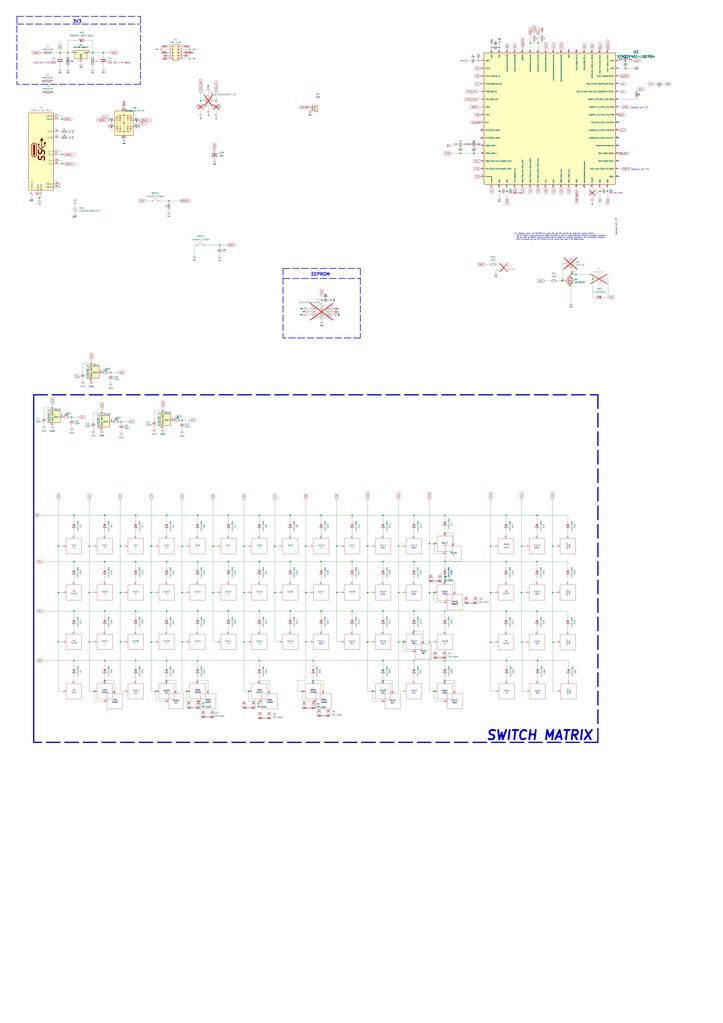
<source format=kicad_sch>
(kicad_sch (version 20231120) (generator "eeschema") (generator_version "8.0")
  (paper "A1" portrait)
  (junction (at 314.706 543.052) (diameter 1.016))
  (junction (at 257.302 559.562))
  (junction (at 403.098 528.066))
  (junction (at 314.706 461.772) (diameter 1.016))
  (junction (at 352.806 487.172) (diameter 1.016))
  (junction (at 410.337 39.116) (diameter 0.9144))
  (junction (at 453.898 449.072))
  (junction (at 225.806 449.072) (diameter 1.016))
  (junction (at 98.806 449.072) (diameter 1.016))
  (junction (at 263.906 423.672) (diameter 1.016))
  (junction (at 86.106 423.672) (diameter 1.016))
  (junction (at 162.306 543.052))
  (junction (at 327.406 527.812))
  (junction (at 58.928 342.9))
  (junction (at 60.706 543.052))
  (junction (at 200.406 449.072) (diameter 1.016))
  (junction (at 454.406 528.066))
  (junction (at 289.306 502.412) (diameter 1.016))
  (junction (at 461.518 230.886))
  (junction (at 365.506 559.5557))
  (junction (at 73.406 527.812))
  (junction (at 415.798 461.772))
  (junction (at 75.057 298.704))
  (junction (at 98.806 487.172) (diameter 1.016))
  (junction (at 48.006 487.172) (diameter 1.016))
  (junction (at 86.106 461.772) (diameter 1.016))
  (junction (at 327.406 487.172) (diameter 1.016))
  (junction (at 32.512 162.687) (diameter 1.016))
  (junction (at 441.198 502.666))
  (junction (at 124.206 487.172) (diameter 1.016))
  (junction (at 136.906 502.412) (diameter 1.016))
  (junction (at 98.806 527.812))
  (junction (at 416.306 543.052))
  (junction (at 175.006 487.172) (diameter 1.016))
  (junction (at 180.467 201.422))
  (junction (at 441.198 423.672) (diameter 1.016))
  (junction (at 513.842 56.261) (diameter 1.016))
  (junction (at 48.006 449.072) (diameter 1.016))
  (junction (at 136.906 543.052))
  (junction (at 257.302 543.052))
  (junction (at 492.887 157.226) (diameter 1.016))
  (junction (at 441.198 461.772))
  (junction (at 263.906 461.772) (diameter 1.016))
  (junction (at 378.333 126.111))
  (junction (at 486.918 229.362))
  (junction (at 111.506 543.052))
  (junction (at 49.403 43.307) (diameter 1.016))
  (junction (at 204.216 568.452))
  (junction (at 187.706 423.672) (diameter 1.016))
  (junction (at 356.616 487.172))
  (junction (at 175.006 449.072) (diameter 1.016))
  (junction (at 164.846 82.804) (diameter 0.9144))
  (junction (at 365.327 502.412))
  (junction (at 162.306 461.772) (diameter 1.016))
  (junction (at 251.206 449.072) (diameter 1.016))
  (junction (at 340.106 502.412) (diameter 1.016))
  (junction (at 289.306 461.772) (diameter 1.016))
  (junction (at 60.706 502.412) (diameter 1.016))
  (junction (at 356.616 568.452))
  (junction (at 124.206 527.812))
  (junction (at 200.406 527.812))
  (junction (at 83.693 339.09))
  (junction (at 365.506 423.672))
  (junction (at 314.706 423.672) (diameter 1.016))
  (junction (at 365.4975 461.772))
  (junction (at 393.065 49.911) (diameter 0.9144))
  (junction (at 136.906 423.672) (diameter 1.016))
  (junction (at 225.806 487.172) (diameter 1.016))
  (junction (at 153.416 568.452))
  (junction (at 77.216 568.452))
  (junction (at 149.606 527.812))
  (junction (at 340.106 461.772) (diameter 1.016))
  (junction (at 51.0644 127.127))
  (junction (at 124.206 449.072) (diameter 1.016))
  (junction (at 86.106 559.4526))
  (junction (at 435.737 35.306) (diameter 0.9144))
  (junction (at 162.306 502.412) (diameter 1.016))
  (junction (at 149.606 345.44))
  (junction (at 352.806 447.04))
  (junction (at 60.706 461.772) (diameter 1.016))
  (junction (at 187.706 502.412) (diameter 1.016))
  (junction (at 442.087 35.306) (diameter 0.9144))
  (junction (at 331.216 527.812))
  (junction (at 428.498 527.932))
  (junction (at 428.498 487.172) (diameter 1.016))
  (junction (at 90.932 306.324))
  (junction (at 111.506 423.672) (diameter 1.016))
  (junction (at 416.052 502.412) (diameter 1.016))
  (junction (at 415.798 423.672))
  (junction (at 251.206 487.172) (diameter 1.016))
  (junction (at 340.106 423.672) (diameter 1.016))
  (junction (at 263.906 502.412) (diameter 1.016))
  (junction (at 73.406 449.072) (diameter 1.016))
  (junction (at 51.0432 134.747))
  (junction (at 314.706 502.412) (diameter 1.016))
  (junction (at 162.306 423.672) (diameter 1.016))
  (junction (at 213.106 502.412) (diameter 1.016))
  (junction (at 289.306 423.672) (diameter 1.016))
  (junction (at 302.006 487.172) (diameter 1.016))
  (junction (at 111.506 461.772) (diameter 1.016))
  (junction (at 60.706 423.672) (diameter 1.016))
  (junction (at 302.006 527.812) (diameter 1.016))
  (junction (at 264.287 246.761) (diameter 0.9144))
  (junction (at 55.753 43.307) (diameter 1.016))
  (junction (at 410.337 157.226) (diameter 1.016))
  (junction (at 136.906 559.444))
  (junction (at 136.906 461.772) (diameter 1.016))
  (junction (at 133.731 337.82))
  (junction (at 276.606 449.072) (diameter 1.016))
  (junction (at 389.382 119.761))
  (junction (at 149.606 449.072) (diameter 1.016))
  (junction (at 365.506 478.282))
  (junction (at 111.506 502.412) (diameter 1.016))
  (junction (at 389.382 126.111))
  (junction (at 43.053 335.28))
  (junction (at 248.412 568.452))
  (junction (at 416.687 157.226))
  (junction (at 305.816 568.452))
  (junction (at 403.098 449.072) (diameter 1.016))
  (junction (at 453.898 487.172))
  (junction (at 138.684 165.1))
  (junction (at 238.506 423.672) (diameter 1.016))
  (junction (at 213.106 423.672) (diameter 1.016))
  (junction (at 365.506 543.052))
  (junction (at 51.054 97.917))
  (junction (at 86.106 502.412))
  (junction (at 251.206 527.812))
  (junction (at 314.706 559.562))
  (junction (at 327.406 449.072) (diameter 0.9144))
  (junction (at 378.333 119.761))
  (junction (at 149.606 487.172) (diameter 1.016))
  (junction (at 213.106 461.772) (diameter 1.016))
  (junction (at 76.073 43.307) (diameter 1.016))
  (junction (at 513.842 49.911) (diameter 1.016))
  (junction (at 352.806 527.812))
  (junction (at 276.606 487.172) (diameter 1.016))
  (junction (at 48.006 527.812))
  (junction (at 177.546 82.804) (diameter 0.9144))
  (junction (at 73.406 487.172) (diameter 1.016))
  (junction (at 403.098 487.172) (diameter 1.016))
  (junction (at 441.706 543.052) (diameter 1.016))
  (junction (at 200.406 487.172) (diameter 1.016))
  (junction (at 84.963 43.307) (diameter 1.016))
  (junction (at 238.506 461.772) (diameter 1.016))
  (junction (at 365.506 438.15))
  (junction (at 340.106 518.922))
  (junction (at 187.706 461.772) (diameter 1.016))
  (junction (at 99.568 346.71))
  (junction (at 403.987 39.116) (diameter 0.9144))
  (junction (at 340.106 543.052))
  (junction (at 499.237 157.226))
  (junction (at 238.506 502.412) (diameter 1.016))
  (junction (at 128.016 568.452))
  (junction (at 356.616 447.04))
  (junction (at 473.1737 225.806))
  (junction (at 86.106 543.052))
  (junction (at 213.106 543.052) (diameter 1.016))
  (junction (at 302.006 449.072) (diameter 1.016))
  (junction (at 428.498 449.072) (diameter 1.016))
  (no_connect (at 49.022 153.797))
  (no_connect (at 467.487 41.021))
  (no_connect (at 35.052 66.548))
  (no_connect (at 508.127 113.411))
  (no_connect (at 508.127 100.711))
  (no_connect (at 89.154 103.886))
  (no_connect (at 114.554 103.886))
  (no_connect (at 473.837 41.021))
  (no_connect (at 508.127 145.161))
  (no_connect (at 508.127 119.761))
  (no_connect (at 35.56 75.692))
  (no_connect (at 508.127 132.461))
  (no_connect (at 395.097 113.411))
  (no_connect (at 49.022 151.257))
  (no_connect (at 42.672 66.548))
  (no_connect (at 480.187 154.051))
  (no_connect (at 43.18 75.692))
  (no_connect (at 395.097 107.061))
  (wire (pts (xy 251.206 449.072) (xy 251.206 487.172)))
  (wire (pts (xy 466.598 515.366) (xy 466.598 519.176)))
  (wire (pts (xy 162.306 555.752) (xy 162.306 559.562)))
  (wire (pts (xy 289.306 474.472) (xy 289.306 478.282)))
  (wire (pts (xy 136.906 543.052) (xy 136.906 548.132)))
  (wire (pts (xy 340.106 543.052) (xy 340.106 548.132)))
  (wire (pts (xy 314.706 502.412) (xy 289.306 502.412)))
  (wire (pts (xy 340.106 543.052) (xy 365.506 543.052)))
  (wire (pts (xy 213.106 461.772) (xy 187.706 461.772)))
  (wire (pts (xy 99.568 353.314) (xy 99.568 355.219)))
  (wire (pts (xy 403.098 410.972) (xy 403.098 449.072)))
  (wire (pts (xy 91.313 43.307) (xy 84.963 43.307)))
  (wire (pts (xy 473.1737 211.582) (xy 473.1737 225.806)))
  (wire (pts (xy 48.006 487.172) (xy 48.006 449.072)))
  (wire (pts (xy 454.406 568.452) (xy 458.216 568.452)))
  (wire (pts (xy 86.106 423.672) (xy 111.506 423.672)))
  (wire (pts (xy 177.546 75.819) (xy 177.546 82.804)))
  (wire (pts (xy 133.858 337.82) (xy 133.731 337.82)))
  (wire (pts (xy 175.006 487.172) (xy 178.816 487.172)))
  (wire (pts (xy 73.406 449.072) (xy 77.216 449.072)))
  (wire (pts (xy 378.333 119.761) (xy 378.333 120.396)))
  (wire (pts (xy 86.106 423.672) (xy 60.706 423.672)))
  (wire (pts (xy 126.746 345.44) (xy 126.746 337.82)))
  (wire (pts (xy 49.022 124.587) (xy 51.0644 124.587)))
  (wire (pts (xy 99.568 346.71) (xy 105.283 346.71)))
  (wire (pts (xy 200.406 449.072) (xy 200.406 410.972)))
  (wire (pts (xy 314.706 436.372) (xy 314.706 440.182)))
  (wire (pts (xy 124.206 527.812) (xy 128.016 527.812)))
  (wire (pts (xy 302.006 449.072) (xy 302.006 410.972)))
  (wire (pts (xy 289.306 461.772) (xy 263.906 461.772)))
  (wire (pts (xy 55.753 43.307) (xy 55.753 33.147)))
  (wire (pts (xy 75.184 296.418) (xy 75.184 298.704)))
  (wire (pts (xy 98.806 568.452) (xy 102.616 568.452)))
  (wire (pts (xy 473.1737 225.806) (xy 486.918 225.806)))
  (wire (pts (xy 180.467 208.407) (xy 180.467 210.312)))
  (wire (pts (xy 187.706 502.412) (xy 162.306 502.412)))
  (wire (pts (xy 340.106 461.772) (xy 365.4975 461.772)))
  (wire (pts (xy 111.506 543.052) (xy 136.906 543.052)))
  (wire (pts (xy 98.806 527.812) (xy 98.806 568.452)))
  (wire (pts (xy 149.606 487.172) (xy 153.416 487.172)))
  (wire (pts (xy 492.887 157.226) (xy 493.522 157.226)))
  (wire (pts (xy 86.106 502.412) (xy 60.706 502.412)))
  (wire (pts (xy 149.606 449.072) (xy 149.606 410.972)))
  (wire (pts (xy 48.006 449.072) (xy 48.006 410.972)))
  (wire (pts (xy 175.006 527.812) (xy 178.816 527.812)))
  (wire (pts (xy 252.222 253.746) (xy 254.127 253.746)))
  (wire (pts (xy 403.098 449.072) (xy 403.098 487.172)))
  (wire (pts (xy 136.906 474.472) (xy 136.906 478.282)))
  (wire (pts (xy 264.287 243.586) (xy 264.287 246.761)))
  (wire (pts (xy 352.806 447.04) (xy 356.616 447.04)))
  (wire (pts (xy 428.498 487.172) (xy 432.308 487.172)))
  (wire (pts (xy 391.16 49.911) (xy 393.065 49.911)))
  (wire (pts (xy 340.106 474.472) (xy 340.106 478.282)))
  (wire (pts (xy 60.706 423.672) (xy 60.706 428.752)))
  (wire (pts (xy 187.706 502.412) (xy 187.706 507.492)))
  (wire (pts (xy 370.967 119.761) (xy 378.333 119.761)))
  (wire (pts (xy 445.262 35.306) (xy 442.087 35.306)))
  (wire (pts (xy 149.606 487.172) (xy 149.606 527.812)))
  (wire (pts (xy 356.616 576.58) (xy 356.616 568.452)))
  (wire (pts (xy 508.127 81.661) (xy 523.113 81.661)))
  (wire (pts (xy 392.557 75.311) (xy 395.097 75.311)))
  (wire (pts (xy 363.728 455.168) (xy 356.616 455.168)))
  (wire (pts (xy 289.306 515.112) (xy 289.306 518.922)))
  (wire (pts (xy 276.606 487.172) (xy 280.416 487.172)))
  (polyline (pts (xy 115.443 69.342) (xy 13.843 69.342)) (stroke (width 0.508) (type dash)))
  (wire (pts (xy 144.526 559.444) (xy 136.906 559.444)))
  (wire (pts (xy 213.106 423.672) (xy 187.706 423.672)))
  (wire (pts (xy 462.28 216.662) (xy 462.28 230.886)))
  (wire (pts (xy 289.306 502.412) (xy 289.306 507.492)))
  (wire (pts (xy 352.806 487.172) (xy 352.806 527.812)))
  (wire (pts (xy 136.906 543.052) (xy 162.306 543.052)))
  (wire (pts (xy 435.737 28.321) (xy 435.737 35.306)))
  (wire (pts (xy 238.506 461.772) (xy 238.506 466.852)))
  (wire (pts (xy 238.506 423.672) (xy 213.106 423.672)))
  (wire (pts (xy 60.706 461.772) (xy 60.706 466.852)))
  (wire (pts (xy 441.198 461.772) (xy 441.198 466.852)))
  (wire (pts (xy 162.306 474.472) (xy 162.306 478.282)))
  (wire (pts (xy 403.098 487.172) (xy 406.908 487.172)))
  (wire (pts (xy 200.406 568.452) (xy 204.216 568.452)))
  (wire (pts (xy 441.198 502.412) (xy 441.198 502.666)))
  (wire (pts (xy 370.967 126.111) (xy 378.333 126.111)))
  (wire (pts (xy 98.806 487.172) (xy 98.806 449.072)))
  (wire (pts (xy 124.206 449.072) (xy 124.206 410.972)))
  (wire (pts (xy 403.098 568.452) (xy 403.098 528.066)))
  (wire (pts (xy 340.106 502.412) (xy 340.106 507.492)))
  (wire (pts (xy 263.906 423.672) (xy 263.906 428.752)))
  (wire (pts (xy 441.198 474.472) (xy 441.198 478.282)))
  (wire (pts (xy 86.106 543.052) (xy 86.106 548.132)))
  (wire (pts (xy 169.799 201.422) (xy 180.467 201.422)))
  (wire (pts (xy 327.406 527.812) (xy 331.216 527.812)))
  (wire (pts (xy 365.506 543.052) (xy 365.506 548.132)))
  (wire (pts (xy 347.98 518.922) (xy 340.106 518.922)))
  (wire (pts (xy 513.842 49.911) (xy 513.842 50.546)))
  (wire (pts (xy 84.963 53.467) (xy 84.963 56.642)))
  (wire (pts (xy 523.113 73.406) (xy 523.113 75.184)))
  (wire (pts (xy 164.846 76.454) (xy 164.846 82.804)))
  (wire (pts (xy 49.403 40.132) (xy 49.403 43.307)))
  (wire (pts (xy 327.406 449.072) (xy 331.216 449.072)))
  (wire (pts (xy 415.798 515.366) (xy 415.798 519.176)))
  (wire (pts (xy 365.4975 461.772) (xy 365.4975 466.852)))
  (wire (pts (xy 111.506 502.412) (xy 111.506 507.492)))
  (wire (pts (xy 132.715 165.1) (xy 138.684 165.1)))
  (wire (pts (xy 213.106 543.052) (xy 213.106 548.132)))
  (wire (pts (xy 289.306 461.772) (xy 289.306 466.852)))
  (polyline (pts (xy 491.236 610.362) (xy 27.686 610.362)) (stroke (width 1.016) (type dash)))
  (wire (pts (xy 429.006 568.452) (xy 432.816 568.452)))
  (wire (pts (xy 289.306 423.672) (xy 289.306 428.752)))
  (wire (pts (xy 49.022 134.747) (xy 51.0432 134.747)))
  (wire (pts (xy 187.706 423.672) (xy 187.706 428.752)))
  (wire (pts (xy 441.198 502.412) (xy 416.052 502.412)))
  (wire (pts (xy 314.706 461.772) (xy 314.706 466.852)))
  (wire (pts (xy 438.912 34.036) (xy 438.912 35.306)))
  (polyline (pts (xy 232.537 228.981) (xy 296.037 228.981)) (stroke (width 0.508) (type dash)))
  (wire (pts (xy 162.306 461.772) (xy 162.306 466.852)))
  (wire (pts (xy 111.506 436.372) (xy 111.506 440.182)))
  (wire (pts (xy 49.403 53.467) (xy 49.403 56.642)))
  (wire (pts (xy 86.106 502.412) (xy 86.106 507.492)))
  (wire (pts (xy 238.506 436.372) (xy 238.506 440.182)))
  (wire (pts (xy 347.98 526.796) (xy 347.98 518.922)))
  (wire (pts (xy 124.206 487.172) (xy 128.016 487.172)))
  (wire (pts (xy 55.372 108.077) (xy 56.007 108.077)))
  (wire (pts (xy 136.906 515.112) (xy 136.906 518.922)))
  (wire (pts (xy 378.333 125.476) (xy 378.333 126.111)))
  (wire (pts (xy 99.568 348.234) (xy 99.568 346.71)))
  (wire (pts (xy 159.639 201.422) (xy 159.639 210.058)))
  (wire (pts (xy 164.846 85.344) (xy 164.846 82.804)))
  (wire (pts (xy 407.416 222.504) (xy 410.464 222.504)))
  (wire (pts (xy 111.506 461.772) (xy 86.106 461.772)))
  (wire (pts (xy 225.806 449.072) (xy 225.806 410.972)))
  (wire (pts (xy 314.706 502.412) (xy 314.706 507.492)))
  (wire (pts (xy 86.106 474.472) (xy 86.106 478.282)))
  (wire (pts (xy 492.887 157.226) (xy 492.887 162.306)))
  (wire (pts (xy 83.82 336.804) (xy 83.82 339.09)))
  (wire (pts (xy 55.753 46.482) (xy 55.753 43.307)))
  (wire (pts (xy 378.333 119.761) (xy 389.382 119.761)))
  (wire (pts (xy 200.406 449.072) (xy 204.216 449.072)))
  (wire (pts (xy 162.306 461.772) (xy 136.906 461.772)))
  (wire (pts (xy 327.406 527.812) (xy 327.406 487.172)))
  (wire (pts (xy 340.106 515.112) (xy 340.106 518.922)))
  (wire (pts (xy 43.053 43.307) (xy 49.403 43.307)))
  (wire (pts (xy 94.234 559.4526) (xy 86.106 559.4526)))
  (wire (pts (xy 33.782 162.687) (xy 33.782 161.417)))
  (wire (pts (xy 486.537 154.051) (xy 486.537 155.956)))
  (wire (pts (xy 441.198 436.372) (xy 441.198 440.182)))
  (wire (pts (xy 429.006 527.932) (xy 428.498 527.932)))
  (wire (pts (xy 416.687 154.051) (xy 416.687 157.226)))
  (wire (pts (xy 213.106 502.412) (xy 187.706 502.412)))
  (wire (pts (xy 327.406 568.452) (xy 331.216 568.452)))
  (wire (pts (xy 58.928 349.504) (xy 58.928 351.409)))
  (wire (pts (xy 238.506 502.412) (xy 238.506 507.492)))
  (wire (pts (xy 175.006 487.172) (xy 175.006 449.072)))
  (wire (pts (xy 111.506 555.752) (xy 111.506 559.562)))
  (wire (pts (xy 340.106 436.372) (xy 340.106 440.182)))
  (wire (pts (xy 175.006 487.172) (xy 175.006 527.812)))
  (wire (pts (xy 415.798 461.772) (xy 415.798 466.852)))
  (polyline (pts (xy 13.843 13.462) (xy 115.443 13.462)) (stroke (width 0.508) (type dash)))
  (wire (pts (xy 33.02 423.672) (xy 60.706 423.672)))
  (wire (pts (xy 469.138 235.966) (xy 469.138 249.174)))
  (wire (pts (xy 453.898 449.072) (xy 453.898 487.172)))
  (wire (pts (xy 314.706 543.052) (xy 314.706 548.132)))
  (wire (pts (xy 251.206 527.812) (xy 255.016 527.812)))
  (wire (pts (xy 57.023 342.9) (xy 58.928 342.9)))
  (wire (pts (xy 61.722 168.402) (xy 61.722 169.672)))
  (wire (pts (xy 149.606 568.452) (xy 153.416 568.452)))
  (wire (pts (xy 415.798 423.672) (xy 441.198 423.672)))
  (wire (pts (xy 410.337 154.051) (xy 410.337 157.226)))
  (wire (pts (xy 331.216 535.686) (xy 331.216 527.812)))
  (wire (pts (xy 378.333 126.111) (xy 389.382 126.111)))
  (wire (pts (xy 73.406 527.812) (xy 73.406 568.452)))
  (wire (pts (xy 75.184 298.704) (xy 75.057 298.704)))
  (wire (pts (xy 124.206 487.172) (xy 124.206 449.072)))
  (wire (pts (xy 365.506 555.752) (xy 365.506 559.5557)))
  (wire (pts (xy 454.406 568.452) (xy 454.406 528.066)))
  (wire (pts (xy 187.706 461.772) (xy 162.306 461.772)))
  (wire (pts (xy 86.106 559.4526) (xy 86.106 559.562)))
  (wire (pts (xy 415.798 423.672) (xy 415.798 428.752)))
  (wire (pts (xy 135.636 576.58) (xy 128.016 576.58)))
  (wire (pts (xy 302.006 568.452) (xy 305.816 568.452)))
  (wire (pts (xy 120.015 165.1) (xy 122.555 165.1)))
  (wire (pts (xy 410.337 157.226) (xy 410.972 157.226)))
  (wire (pts (xy 162.306 502.412) (xy 136.906 502.412)))
  (wire (pts (xy 55.753 56.642) (xy 55.753 54.102)))
  (wire (pts (xy 32.512 162.687) (xy 32.512 163.957)))
  (wire (pts (xy 213.106 543.052) (xy 257.302 543.052)))
  (wire (pts (xy 200.406 487.172) (xy 200.406 449.072)))
  (wire (pts (xy 213.106 461.772) (xy 213.106 466.852)))
  (wire (pts (xy 410.337 39.116) (xy 410.337 41.021)))
  (wire (pts (xy 136.906 423.672) (xy 111.506 423.672)))
  (wire (pts (xy 416.052 157.226) (xy 416.687 157.226)))
  (wire (pts (xy 149.606 527.812) (xy 153.416 527.812)))
  (wire (pts (xy 263.906 502.412) (xy 263.906 507.492)))
  (wire (pts (xy 134.112 40.64) (xy 137.922 40.64)))
  (wire (pts (xy 49.022 97.917) (xy 51.054 97.917)))
  (wire (pts (xy 94.234 567.69) (xy 94.234 559.4526)))
  (wire (pts (xy 136.906 461.772) (xy 136.906 466.852)))
  (wire (pts (xy 149.606 449.072) (xy 153.416 449.072)))
  (wire (pts (xy 445.389 28.956) (xy 445.262 28.956)))
  (wire (pts (xy 138.684 165.1) (xy 148.209 165.1)))
  (wire (pts (xy 441.198 502.666) (xy 466.598 502.666)))
  (wire (pts (xy 264.287 246.761) (xy 264.922 246.761)))
  (wire (pts (xy 162.306 436.372) (xy 162.306 440.182)))
  (wire (pts (xy 162.306 502.412) (xy 162.306 507.492)))
  (wire (pts (xy 124.206 487.172) (xy 124.206 527.812)))
  (wire (pts (xy 84.963 43.307) (xy 76.073 43.307)))
  (wire (pts (xy 435.737 35.306) (xy 435.737 41.021)))
  (wire (pts (xy 73.406 487.172) (xy 77.216 487.172)))
  (wire (pts (xy 314.706 423.672) (xy 289.306 423.672)))
  (wire (pts (xy 162.306 543.052) (xy 162.306 548.132)))
  (wire (pts (xy 225.806 527.812) (xy 229.616 527.812)))
  (wire (pts (xy 238.506 502.412) (xy 213.106 502.412)))
  (wire (pts (xy 171.196 75.184) (xy 171.196 77.724)))
  (wire (pts (xy 225.806 487.172) (xy 225.806 449.072)))
  (wire (pts (xy 276.606 527.812) (xy 280.416 527.812)))
  (wire (pts (xy 416.306 543.052) (xy 416.306 548.132)))
  (wire (pts (xy 51.0644 127.127) (xy 52.197 127.127)))
  (wire (pts (xy 373.634 486.41) (xy 373.634 478.282)))
  (wire (pts (xy 289.306 502.412) (xy 263.906 502.412)))
  (wire (pts (xy 441.706 543.052) (xy 441.706 548.132)))
  (wire (pts (xy 98.806 527.812) (xy 98.806 487.172)))
  (wire (pts (xy 372.618 446.278) (xy 372.618 438.15)))
  (wire (pts (xy 136.906 502.412) (xy 136.906 507.492)))
  (wire (pts (xy 523.113 80.264) (xy 523.113 81.661)))
  (wire (pts (xy 31.242 162.687) (xy 32.512 162.687)))
  (wire (pts (xy 111.506 423.672) (xy 111.506 428.752)))
  (wire (pts (xy 498.602 157.226) (xy 499.237 157.226)))
  (wire (pts (xy 49.022 108.077) (xy 50.292 108.077)))
  (wire (pts (xy 136.906 423.672) (xy 136.906 428.752)))
  (wire (pts (xy 98.806 527.812) (xy 102.616 527.812)))
  (wire (pts (xy 60.706 474.472) (xy 60.706 478.282)))
  (wire (pts (xy 327.406 527.812) (xy 327.406 568.452)))
  (wire (pts (xy 51.054 97.917) (xy 52.197 97.917)))
  (wire (pts (xy 60.706 555.752) (xy 60.706 559.562)))
  (wire (pts (xy 55.753 43.307) (xy 58.928 43.307)))
  (wire (pts (xy 162.306 515.112) (xy 162.306 518.922)))
  (wire (pts (xy 373.634 567.69) (xy 373.634 559.5557)))
  (wire (pts (xy 327.406 487.172) (xy 327.406 449.072)))
  (wire (pts (xy 429.006 568.452) (xy 429.006 527.932)))
  (wire (pts (xy 213.106 461.772) (xy 238.506 461.772)))
  (wire (pts (xy 76.073 33.147) (xy 76.073 43.307)))
  (wire (pts (xy 340.106 555.752) (xy 340.106 559.562)))
  (wire (pts (xy 76.073 56.642) (xy 76.073 54.102)))
  (wire (pts (xy 499.618 229.362) (xy 499.618 244.348)))
  (wire (pts (xy 170.942 559.562) (xy 162.306 559.562)))
  (wire (pts (xy 473.837 154.051) (xy 473.837 155.702)))
  (polyline (pts (xy 115.443 13.462) (xy 115.443 69.342)) (stroke (width 0.508) (type dash)))
  (wire (pts (xy 441.706 555.752) (xy 441.706 559.562)))
  (wire (pts (xy 212.598 576.58) (xy 204.216 576.58)))
  (wire (pts (xy 35.306 502.412) (xy 60.706 502.412)))
  (wire (pts (xy 372.618 438.15) (xy 365.506 438.15)))
  (wire (pts (xy 66.548 50.927) (xy 66.548 52.197)))
  (wire (pts (xy 441.198 515.366) (xy 441.198 519.176)))
  (wire (pts (xy 466.598 502.666) (xy 466.598 507.746)))
  (wire (pts (xy 499.237 154.051) (xy 499.237 157.226)))
  (wire (pts (xy 175.006 449.072) (xy 175.006 410.972)))
  (polyline (pts (xy 27.686 324.612) (xy 27.686 610.362)) (stroke (width 1.016) (type solid)))
  (wire (pts (xy 276.606 449.072) (xy 280.416 449.072)))
  (wire (pts (xy 60.706 461.772) (xy 86.106 461.772)))
  (wire (pts (xy 187.706 474.472) (xy 187.706 478.282)))
  (wire (pts (xy 389.382 119.761) (xy 389.382 120.396)))
  (wire (pts (xy 415.798 436.372) (xy 415.798 440.182)))
  (wire (pts (xy 31.242 161.417) (xy 31.242 162.687)))
  (wire (pts (xy 213.106 423.672) (xy 213.106 428.752)))
  (polyline (pts (xy 13.843 13.462) (xy 13.843 69.342)) (stroke (width 0.508) (type dash)))
  (wire (pts (xy 89.027 306.324) (xy 90.932 306.324)))
  (wire (pts (xy 365.506 559.5557) (xy 365.506 559.562)))
  (wire (pts (xy 407.416 224.028) (xy 407.416 222.504)))
  (wire (pts (xy 111.506 515.112) (xy 111.506 518.922)))
  (wire (pts (xy 364.744 495.3) (xy 356.616 495.3)))
  (wire (pts (xy 204.216 576.58) (xy 204.216 568.452)))
  (wire (pts (xy 469.9 211.582) (xy 473.1737 211.582)))
  (wire (pts (xy 153.416 576.58) (xy 153.416 568.452)))
  (wire (pts (xy 365.327 502.412) (xy 365.327 507.492)))
  (wire (pts (xy 60.706 436.372) (xy 60.706 440.182)))
  (wire (pts (xy 136.906 461.772) (xy 111.506 461.772)))
  (wire (pts (xy 126.746 350.52) (xy 126.746 352.425)))
  (wire (pts (xy 410.337 157.226) (xy 410.337 162.306)))
  (wire (pts (xy 238.506 474.472) (xy 238.506 478.282)))
  (wire (pts (xy 136.906 555.752) (xy 136.906 559.444)))
  (wire (pts (xy 251.206 559.308) (xy 244.602 559.308)))
  (wire (pts (xy 457.708 230.886) (xy 461.518 230.886)))
  (wire (pts (xy 466.598 436.372) (xy 466.598 440.182)))
  (wire (pts (xy 225.806 487.172) (xy 229.616 487.172)))
  (wire (pts (xy 60.706 543.052) (xy 60.706 548.132)))
  (wire (pts (xy 124.206 449.072) (xy 128.016 449.072)))
  (wire (pts (xy 55.753 43.307) (xy 49.403 43.307)))
  (wire (pts (xy 49.022 127.127) (xy 51.0644 127.127)))
  (wire (pts (xy 466.598 423.672) (xy 466.598 428.752)))
  (wire (pts (xy 392.557 81.661) (xy 395.097 81.661)))
  (wire (pts (xy 352.806 487.172) (xy 356.616 487.172)))
  (wire (pts (xy 213.106 502.412) (xy 213.106 507.492)))
  (wire (pts (xy 89.154 96.266) (xy 89.154 98.806)))
  (wire (pts (xy 428.498 527.932) (xy 428.498 528.066)))
  (wire (pts (xy 340.106 423.672) (xy 340.106 428.752)))
  (wire (pts (xy 469.138 225.806) (xy 473.1737 225.806)))
  (wire (pts (xy 365.327 502.412) (xy 416.052 502.412)))
  (wire (pts (xy 244.602 568.452) (xy 248.412 568.452)))
  (wire (pts (xy 453.898 487.172) (xy 453.898 528.066)))
  (wire (pts (xy 302.006 527.812) (xy 305.816 527.812)))
  (wire (pts (xy 289.306 423.672) (xy 263.906 423.672)))
  (wire (pts (xy 492.887 154.051) (xy 492.887 157.226)))
  (wire (pts (xy 356.616 495.3) (xy 356.616 487.172)))
  (wire (pts (xy 539.242 69.088) (xy 537.337 69.088)))
  (wire (pts (xy 68.072 298.704) (xy 75.057 298.704)))
  (wire (pts (xy 373.634 478.282) (xy 365.506 478.282)))
  (wire (pts (xy 85.344 576.58) (xy 77.216 576.58)))
  (wire (pts (xy 76.073 43.307) (xy 76.073 46.482)))
  (wire (pts (xy 276.606 449.072) (xy 276.606 410.972)))
  (wire (pts (xy 86.106 436.372) (xy 86.106 440.182)))
  (wire (pts (xy 513.842 49.911) (xy 520.192 49.911)))
  (wire (pts (xy 238.506 423.672) (xy 238.506 428.752)))
  (wire (pts (xy 508.127 75.311) (xy 509.397 75.311)))
  (wire (pts (xy 76.708 351.79) (xy 76.708 353.695)))
  (wire (pts (xy 486.918 225.806) (xy 486.918 229.362)))
  (wire (pts (xy 90.932 307.848) (xy 90.932 306.324)))
  (wire (pts (xy 162.306 423.672) (xy 136.906 423.672)))
  (wire (pts (xy 441.198 423.672) (xy 466.598 423.672)))
  (wire (pts (xy 68.072 311.404) (xy 68.072 313.309)))
  (wire (pts (xy 251.206 487.172) (xy 255.016 487.172)))
  (wire (pts (xy 252.222 258.826) (xy 254.127 258.826)))
  (wire (pts (xy 466.598 474.472) (xy 466.598 478.282)))
  (polyline (pts (xy 232.537 220.726) (xy 232.537 277.876)) (stroke (width 0.508) (type dash)))
  (wire (pts (xy 73.406 527.812) (xy 77.216 527.812)))
  (wire (pts (xy 244.602 559.308) (xy 244.602 568.452)))
  (wire (pts (xy 35.306 461.772) (xy 60.706 461.772)))
  (wire (pts (xy 90.932 312.928) (xy 90.932 314.833)))
  (wire (pts (xy 126.746 337.82) (xy 133.731 337.82)))
  (polyline (pts (xy 13.843 19.812) (xy 114.808 19.812)) (stroke (width 0.508) (type dash)))
  (wire (pts (xy 136.906 559.444) (xy 136.906 559.562)))
  (wire (pts (xy 313.69 576.58) (xy 305.816 576.58)))
  (wire (pts (xy 467.106 555.752) (xy 467.106 559.562)))
  (wire (pts (xy 84.963 43.307) (xy 84.963 45.847)))
  (wire (pts (xy 48.006 527.812) (xy 48.006 568.452)))
  (wire (pts (xy 248.412 576.58) (xy 248.412 568.452)))
  (wire (pts (xy 86.106 555.752) (xy 86.106 559.4526)))
  (wire (pts (xy 322.58 559.562) (xy 314.706 559.562)))
  (wire (pts (xy 322.58 567.69) (xy 322.58 559.562)))
  (wire (pts (xy 302.006 449.072) (xy 305.816 449.072)))
  (wire (pts (xy 438.912 35.306) (xy 435.737 35.306)))
  (wire (pts (xy 365.506 434.34) (xy 365.506 438.15)))
  (wire (pts (xy 251.206 449.072) (xy 255.016 449.072)))
  (wire (pts (xy 352.806 527.812) (xy 352.806 568.452)))
  (wire (pts (xy 221.488 567.69) (xy 221.488 559.562)))
  (wire (pts (xy 263.906 515.112) (xy 263.906 518.922)))
  (wire (pts (xy 238.506 515.112) (xy 238.506 518.922)))
  (wire (pts (xy 111.506 474.472) (xy 111.506 478.282)))
  (wire (pts (xy 177.546 92.964) (xy 177.546 90.424)))
  (wire (pts (xy 48.006 527.812) (xy 51.816 527.812)))
  (wire (pts (xy 257.048 576.58) (xy 248.412 576.58)))
  (wire (pts (xy 264.287 246.761) (xy 264.287 248.666)))
  (wire (pts (xy 263.906 502.412) (xy 238.506 502.412)))
  (wire (pts (xy 508.127 88.011) (xy 511.302 88.011)))
  (polyline (pts (xy 491.236 324.612) (xy 491.236 610.362)) (stroke (width 1.016) (type dash)))
  (wire (pts (xy 73.406 568.452) (xy 77.216 568.452)))
  (wire (pts (xy 60.706 502.412) (xy 60.706 507.492)))
  (wire (pts (xy 393.065 48.006) (xy 393.065 49.911)))
  (wire (pts (xy 111.506 461.772) (xy 111.506 466.852)))
  (wire (pts (xy 86.106 543.052) (xy 111.506 543.052)))
  (wire (pts (xy 340.106 423.672) (xy 365.506 423.672)))
  (wire (pts (xy 428.498 410.972) (xy 428.498 449.072)))
  (wire (pts (xy 35.306 543.052) (xy 60.706 543.052)))
  (wire (pts (xy 36.068 342.9) (xy 36.068 335.28)))
  (wire (pts (xy 36.068 335.28) (xy 43.053 335.28)))
  (wire (pts (xy 352.806 568.452) (xy 356.616 568.452)))
  (wire (pts (xy 49.403 43.307) (xy 49.403 45.847)))
  (wire (pts (xy 453.898 410.972) (xy 453.898 449.072)))
  (wire (pts (xy 213.106 474.472) (xy 213.106 478.282)))
  (wire (pts (xy 68.072 306.324) (xy 68.072 298.704)))
  (wire (pts (xy 327.406 487.172) (xy 331.216 487.172)))
  (wire (pts (xy 200.406 527.812) (xy 200.406 568.452)))
  (wire (pts (xy 48.006 527.812) (xy 48.006 487.172)))
  (wire (pts (xy 83.82 339.09) (xy 83.693 339.09)))
  (wire (pts (xy 365.506 474.472) (xy 365.506 478.282)))
  (wire (pts (xy 90.932 306.324) (xy 96.647 306.324)))
  (wire (pts (xy 441.198 502.666) (xy 441.198 507.746)))
  (wire (pts (xy 466.598 461.772) (xy 466.598 466.852)))
  (wire (pts (xy 149.606 346.964) (xy 149.606 345.44)))
  (wire (pts (xy 200.406 527.812) (xy 204.216 527.812)))
  (wire (pts (xy 51.0432 134.747) (xy 52.197 134.747)))
  (wire (pts (xy 138.684 167.005) (xy 138.684 165.1)))
  (wire (pts (xy 114.554 98.806) (xy 114.554 101.346)))
  (wire (pts (xy 428.498 528.066) (xy 432.308 528.066)))
  (wire (pts (xy 314.706 543.052) (xy 340.106 543.052)))
  (wire (pts (xy 365.4975 461.772) (xy 415.798 461.772)))
  (wire (pts (xy 32.512 162.687) (xy 33.782 162.687)))
  (wire (pts (xy 365.4975 466.852) (xy 365.506 466.852)))
  (wire (pts (xy 200.406 527.812) (xy 200.406 487.172)))
  (wire (pts (xy 97.663 346.71) (xy 99.568 346.71)))
  (wire (pts (xy 429.387 39.751) (xy 429.387 41.021)))
  (wire (pts (xy 76.708 346.71) (xy 76.708 339.09)))
  (wire (pts (xy 265.938 559.562) (xy 257.302 559.562)))
  (wire (pts (xy 51.0644 124.587) (xy 51.0644 127.127)))
  (wire (pts (xy 403.098 487.172) (xy 403.098 528.066)))
  (wire (pts (xy 263.906 474.472) (xy 263.906 478.282)))
  (wire (pts (xy 257.302 555.752) (xy 257.302 559.562)))
  (wire (pts (xy 124.206 527.812) (xy 124.206 568.452)))
  (wire (pts (xy 251.206 527.812) (xy 251.206 559.308)))
  (polyline (pts (xy 296.037 277.876) (xy 232.537 277.876)) (stroke (width 0.508) (type dash)))
  (wire (pts (xy 486.918 244.348) (xy 488.442 244.348)))
  (wire (pts (xy 416.687 157.226) (xy 416.687 162.306)))
  (wire (pts (xy 403.098 528.066) (xy 406.908 528.066)))
  (wire (pts (xy 164.846 92.964) (xy 164.846 90.424)))
  (wire (pts (xy 76.708 339.09) (xy 83.693 339.09)))
  (wire (pts (xy 98.806 449.072) (xy 102.616 449.072)))
  (wire (pts (xy 98.806 449.072) (xy 98.806 410.972)))
  (wire (pts (xy 263.906 423.672) (xy 238.506 423.672)))
  (polyline (pts (xy 232.537 220.726) (xy 296.037 220.726)) (stroke (width 0.508) (type dash)))
  (wire (pts (xy 340.106 502.412) (xy 314.706 502.412)))
  (wire (pts (xy 499.618 244.348) (xy 496.062 244.348)))
  (wire (pts (xy 393.065 49.911) (xy 395.097 49.911)))
  (wire (pts (xy 403.987 39.116) (xy 403.987 41.021)))
  (wire (pts (xy 263.906 461.772) (xy 263.906 466.852)))
  (wire (pts (xy 314.706 423.672) (xy 314.706 428.752)))
  (wire (pts (xy 373.634 559.5557) (xy 365.506 559.5557)))
  (wire (pts (xy 73.406 487.172) (xy 73.406 449.072)))
  (wire (pts (xy 98.806 487.172) (xy 102.616 487.172)))
  (wire (pts (xy 302.006 487.172) (xy 302.006 449.072)))
  (wire (pts (xy 416.306 543.052) (xy 441.706 543.052)))
  (wire (pts (xy 403.098 568.452) (xy 407.416 568.452)))
  (wire (pts (xy 364.744 576.58) (xy 356.616 576.58)))
  (wire (pts (xy 352.806 447.04) (xy 352.806 487.172)))
  (wire (pts (xy 508.127 49.911) (xy 513.842 49.911)))
  (wire (pts (xy 265.938 567.69) (xy 265.938 559.562)))
  (wire (pts (xy 508.127 68.961) (xy 509.397 68.961)))
  (wire (pts (xy 302.006 527.812) (xy 302.006 487.172)))
  (wire (pts (xy 340.106 461.772) (xy 314.706 461.772)))
  (wire (pts (xy 180.467 203.327) (xy 180.467 201.422)))
  (wire (pts (xy 340.106 461.772) (xy 340.106 466.852)))
  (wire (pts (xy 416.052 502.412) (xy 416.052 507.746)))
  (wire (pts (xy 162.306 543.052) (xy 213.106 543.052)))
  (wire (pts (xy 48.006 487.172) (xy 51.816 487.172)))
  (wire (pts (xy 86.106 461.772) (xy 86.106 466.852)))
  (wire (pts (xy 48.006 568.452) (xy 51.816 568.452)))
  (wire (pts (xy 86.106 515.112) (xy 86.106 518.922)))
  (wire (pts (xy 77.216 576.58) (xy 77.216 568.452)))
  (wire (pts (xy 314.706 461.772) (xy 289.306 461.772)))
  (wire (pts (xy 486.918 229.362) (xy 486.918 244.348)))
  (wire (pts (xy 43.18 332.994) (xy 43.18 335.28)))
  (wire (pts (xy 486.537 161.036) (xy 486.537 162.941)))
  (wire (pts (xy 213.106 436.372) (xy 213.106 440.182)))
  (wire (pts (xy 389.382 126.111) (xy 395.097 126.111)))
  (wire (pts (xy 147.701 345.44) (xy 149.606 345.44)))
  (wire (pts (xy 263.906 436.372) (xy 263.906 440.182)))
  (wire (pts (xy 73.406 449.072) (xy 73.406 410.972)))
  (wire (pts (xy 251.206 449.072) (xy 251.206 410.972)))
  (wire (pts (xy 180.467 201.422) (xy 186.817 201.422)))
  (wire (pts (xy 257.302 543.052) (xy 314.706 543.052)))
  (wire (pts (xy 270.002 246.761) (xy 270.637 246.761)))
  (wire (pts (xy 111.506 543.052) (xy 111.506 548.132)))
  (wire (pts (xy 149.606 527.812) (xy 149.606 568.452)))
  (wire (pts (xy 55.372 113.157) (xy 56.007 113.157)))
  (wire (pts (xy 416.306 555.752) (xy 416.306 559.562)))
  (wire (pts (xy 402.59 217.424) (xy 398.907 217.424)))
  (wire (pts (xy 276.606 487.172) (xy 276.606 449.072)))
  (wire (pts (xy 49.022 113.157) (xy 50.292 113.157)))
  (wire (pts (xy 365.506 543.052) (xy 416.306 543.052)))
  (wire (pts (xy 213.106 515.112) (xy 213.106 518.922)))
  (wire (pts (xy 365.506 515.112) (xy 365.506 518.922)))
  (wire (pts (xy 48.006 449.072) (xy 51.816 449.072)))
  (wire (pts (xy 187.706 436.372) (xy 187.706 440.182)))
  (wire (pts (xy 454.406 528.066) (xy 457.708 528.066)))
  (wire (pts (xy 365.327 507.492) (xy 365.506 507.492)))
  (wire (pts (xy 162.052 576.58) (xy 153.416 576.58)))
  (wire (pts (xy 111.506 502.412) (xy 86.106 502.412)))
  (wire (pts (xy 467.106 543.052) (xy 467.106 548.132)))
  (wire (pts (xy 51.054 95.377) (xy 51.054 97.917)))
  (wire (pts (xy 403.987 35.941) (xy 403.987 39.116)))
  (wire (pts (xy 415.798 474.472) (xy 415.798 478.282)))
  (wire (pts (xy 263.906 461.772) (xy 238.506 461.772)))
  (wire (pts (xy 409.702 39.116) (xy 410.337 39.116)))
  (wire (pts (xy 438.912 27.051) (xy 438.912 28.956)))
  (wire (pts (xy 302.006 527.812) (xy 302.006 568.452)))
  (wire (pts (xy 43.18 335.28) (xy 43.053 335.28)))
  (wire (pts (xy 314.706 474.472) (xy 314.706 478.282)))
  (wire (pts (xy 499.237 157.226) (xy 499.237 162.306)))
  (wire (pts (xy 442.087 28.321) (xy 442.087 35.306)))
  (wire (pts (xy 154.432 48.26) (xy 150.622 48.26)))
  (wire (pts (xy 73.406 487.172) (xy 73.406 527.812)))
  (wire (pts (xy 61.722 174.752) (xy 61.722 176.022)))
  (wire (pts (xy 441.198 423.672) (xy 441.198 428.752)))
  (wire (pts (xy 138.684 172.085) (xy 138.684 173.99)))
  (wire (pts (xy 154.432 40.64) (xy 150.622 40.64)))
  (wire (pts (xy 251.206 487.172) (xy 251.206 527.812)))
  (wire (pts (xy 175.006 449.072) (xy 178.816 449.072)))
  (wire (pts (xy 124.206 568.452) (xy 128.016 568.452)))
  (wire (pts (xy 162.306 423.672) (xy 162.306 428.752)))
  (wire (pts (xy 74.168 43.307) (xy 76.073 43.307)))
  (wire (pts (xy 389.382 125.476) (xy 389.382 126.111)))
  (wire (pts (xy 445.262 34.036) (xy 445.262 35.306)))
  (wire (pts (xy 356.616 455.168) (xy 356.616 447.04)))
  (wire (pts (xy 149.606 345.44) (xy 155.321 345.44)))
  (wire (pts (xy 415.798 461.772) (xy 441.198 461.772)))
  (wire (pts (xy 187.706 461.772) (xy 187.706 466.852)))
  (wire (pts (xy 314.706 555.752) (xy 314.706 559.562)))
  (wire (pts (xy 428.498 449.072) (xy 432.308 449.072)))
  (wire (pts (xy 462.28 230.886) (xy 461.518 230.886)))
  (wire (pts (xy 51.0432 132.207) (xy 51.0432 134.747)))
  (wire (pts (xy 177.546 85.344) (xy 177.546 82.804)))
  (wire (pts (xy 393.827 88.011) (xy 395.097 88.011)))
  (wire (pts (xy 340.106 502.412) (xy 365.327 502.412)))
  (wire (pts (xy 403.987 39.116) (xy 404.622 39.116)))
  (wire (pts (xy 305.816 576.58) (xy 305.816 568.452)))
  (wire (pts (xy 128.016 576.58) (xy 128.016 568.452)))
  (polyline (pts (xy 27.686 324.612) (xy 491.236 324.612)) (stroke (width 1.016) (type dash)))
  (wire (pts (xy 453.898 528.066) (xy 454.406 528.066)))
  (wire (pts (xy 546.227 69.088) (xy 544.322 69.088)))
  (wire (pts (xy 26.162 161.417) (xy 26.162 162.687)))
  (wire (pts (xy 49.022 95.377) (xy 51.054 95.377)))
  (wire (pts (xy 352.806 410.972) (xy 352.806 447.04)))
  (wire (pts (xy 133.858 335.534) (xy 133.858 337.82)))
  (wire (pts (xy 314.706 515.112) (xy 314.706 518.922)))
  (wire (pts (xy 58.928 342.9) (xy 64.643 342.9)))
  (wire (pts (xy 453.898 449.072) (xy 457.708 449.072)))
  (wire (pts (xy 428.498 487.172) (xy 428.498 449.072)))
  (wire (pts (xy 70.993 33.147) (xy 76.073 33.147)))
  (wire (pts (xy 171.196 90.424) (xy 171.196 87.884)))
  (wire (pts (xy 447.548 230.886) (xy 452.628 230.886)))
  (wire (pts (xy 340.106 423.672) (xy 314.706 423.672)))
  (wire (pts (xy 49.022 132.207) (xy 51.0432 132.207)))
  (wire (pts (xy 365.506 423.672) (xy 415.798 423.672)))
  (wire (pts (xy 453.898 487.172) (xy 457.708 487.172)))
  (wire (pts (xy 170.942 567.69) (xy 170.942 559.562)))
  (wire (pts (xy 86.106 423.672) (xy 86.106 428.752)))
  (wire (pts (xy 149.606 352.044) (xy 149.606 353.949)))
  (wire (pts (xy 289.306 436.372) (xy 289.306 440.182)))
  (wire (pts (xy 403.098 449.072) (xy 406.908 449.072)))
  (wire (pts (xy 327.406 410.972) (xy 327.406 449.072)))
  (wire (pts (xy 187.706 515.112) (xy 187.706 518.922)))
  (wire (pts (xy 410.337 35.941) (xy 410.337 39.116)))
  (wire (pts (xy 441.198 461.772) (xy 466.598 461.772)))
  (wire (pts (xy 55.753 33.147) (xy 63.373 33.147)))
  (wire (pts (xy 508.127 56.261) (xy 513.842 56.261)))
  (wire (pts (xy 339.09 535.686) (xy 331.216 535.686)))
  (wire (pts (xy 508.127 138.811) (xy 511.302 138.811)))
  (wire (pts (xy 389.382 119.761) (xy 395.097 119.761)))
  (wire (pts (xy 136.906 502.412) (xy 111.506 502.412)))
  (wire (pts (xy 508.127 62.611) (xy 509.397 62.611)))
  (wire (pts (xy 445.389 26.416) (xy 445.389 28.956)))
  (wire (pts (xy 352.806 527.812) (xy 356.616 527.812)))
  (wire (pts (xy 225.806 487.172) (xy 225.806 527.812)))
  (wire (pts (xy 213.106 555.752) (xy 213.106 559.562)))
  (wire (pts (xy 177.546 82.804) (xy 175.006 82.804)))
  (wire (pts (xy 365.506 423.672) (xy 365.506 426.72)))
  (wire (pts (xy 257.302 543.052) (xy 257.302 548.132)))
  (wire (pts (xy 407.67 217.424) (xy 410.464 217.424)))
  (wire (pts (xy 416.052 507.746) (xy 415.798 507.746)))
  (wire (pts (xy 225.806 449.072) (xy 229.616 449.072)))
  (wire (pts (xy 513.842 56.261) (xy 520.192 56.261)))
  (wire (pts (xy 60.706 543.052) (xy 86.106 543.052)))
  (wire (pts (xy 384.175 49.911) (xy 386.08 49.911)))
  (wire (pts (xy 33.528 43.307) (xy 35.433 43.307)))
  (wire (pts (xy 164.846 82.804) (xy 167.386 82.804)))
  (wire (pts (xy 187.706 423.672) (xy 162.306 423.672)))
  (wire (pts (xy 144.526 567.69) (xy 144.526 559.444)))
  (wire (pts (xy 513.842 55.626) (xy 513.842 56.261)))
  (wire (pts (xy 36.068 347.98) (xy 36.068 349.885)))
  (wire (pts (xy 428.498 487.172) (xy 428.498 527.932)))
  (wire (pts (xy 58.928 344.424) (xy 58.928 342.9)))
  (wire (pts (xy 200.406 487.172) (xy 204.216 487.172)))
  (wire (pts (xy 221.488 559.562) (xy 213.106 559.562)))
  (wire (pts (xy 276.606 527.812) (xy 276.606 487.172)))
  (wire (pts (xy 149.606 487.172) (xy 149.606 449.072)))
  (wire (pts (xy 60.706 515.112) (xy 60.706 518.922)))
  (wire (pts (xy 302.006 487.172) (xy 305.816 487.172)))
  (polyline (pts (xy 296.037 220.726) (xy 296.037 277.876)) (stroke (width 0.508) (type dash)))
  (wire (pts (xy 136.906 436.372) (xy 136.906 440.182)))
  (wire (pts (xy 442.087 35.306) (xy 442.087 41.021)))
  (wire (pts (xy 441.706 543.052) (xy 467.106 543.052)))
  (text "Spooky pin (*)" (at 518.922 140.081 0) (effects (font (size 1.27 1.27)) (justify left bottom)))
  (text "Spooky pin (*)" (at 518.287 89.281 0) (effects (font (size 1.27 1.27)) (justify left bottom)))
  (text "SWITCH MATRIX" (at 487.426 609.092 0) (effects (font (size 7.62 7.62) (thickness 1.524) (bold yes) (italic yes)) (justify right bottom)))
  (text "EEPROM" (at 255.397 227.076 0) (effects (font (size 2.54 2.54) (thickness 0.508) (bold yes)) (justify left bottom)))
  (text "3V3" (at 67.183 19.177 0) (effects (font (size 2.54 2.54) (thickness 0.508) (bold yes)) (justify right bottom)))
  (text "(*) \"Spooky pins\": on STM32F4x1, pins A9 and B2 cannot be used for switch matrix:\n- A9 is meant to be used as a VBUS sensing. It has a undocumented internal pulldown resistor;\n- B2 is used as BOOT1 during bootup, so it needs an external pulldown for successful bootup;\n- B13 is locked by the SPI driver on the MCUs that use it for RGB drive;\n" (at 422.529 197.485 0) (effects (font (size 1 1)) (justify left bottom)))
  (text "Spooky pin (*)" (at 506.984 179.07 90) (effects (font (size 1.27 1.27)) (justify right bottom)))
  (global_label "PB2{slash}BOOT1" (shape bidirectional) (at 473.837 155.702 270) (effects (font (size 1.016 1.016))) (property "Intersheetrefs" "${INTERSHEET_REFS}" (effects (hide yes))))
  (global_label "AI3" (shape input) (at 155.321 345.44 0) (property "Intersheetrefs" "${INTERSHEET_REFS}" (effects (hide yes))))
  (global_label "AI3" (shape input) (at 467.487 154.051 270) (property "Intersheetrefs" "${INTERSHEET_REFS}" (effects (hide yes))))
  (global_label "D+" (shape bidirectional) (at 509.397 68.961 0) (effects (font (size 1.016 1.016))) (property "Intersheetrefs" "${INTERSHEET_REFS}" (effects (hide yes))))
  (global_label "C1" (shape input) (at 435.737 154.051 270) (property "Intersheetrefs" "${INTERSHEET_REFS}" (effects (hide yes))))
  (global_label "LED_PWM" (shape output) (at 395.097 100.711 180) (effects (font (size 1.016 1.016))) (property "Intersheetrefs" "${INTERSHEET_REFS}" (effects (hide yes))))
  (global_label "SOL" (shape input) (at 447.548 230.886 180) (property "Intersheetrefs" "${INTERSHEET_REFS}" (effects (hide yes))))
  (global_label "C7" (shape input) (at 225.806 410.972 90) (property "Intersheetrefs" "${INTERSHEET_REFS}" (effects (hide yes))))
  (global_label "5V" (shape output) (at 49.403 40.132 90) (property "Intersheetrefs" "${INTERSHEET_REFS}" (effects (hide yes))))
  (global_label "C3" (shape input) (at 423.037 154.051 270) (property "Intersheetrefs" "${INTERSHEET_REFS}" (effects (hide yes))))
  (global_label "BUZ" (shape output) (at 508.127 94.361 0) (property "Intersheetrefs" "${INTERSHEET_REFS}" (effects (hide yes))))
  (global_label "AI0" (shape input) (at 96.647 306.324 0) (property "Intersheetrefs" "${INTERSHEET_REFS}" (effects (hide yes))))
  (global_label "XTAL_IN" (shape output) (at 177.546 75.819 90) (property "Intersheetrefs" "${INTERSHEET_REFS}" (effects (hide yes))))
  (global_label "C7" (shape input) (at 395.097 68.961 180) (property "Intersheetrefs" "${INTERSHEET_REFS}" (effects (hide yes))))
  (global_label "NRST" (shape input) (at 137.922 48.26 180) (effects (font (size 0.762 0.762))) (property "Intersheetrefs" "${INTERSHEET_REFS}" (effects (hide yes))))
  (global_label "R1" (shape input) (at 480.187 41.021 90) (property "Intersheetrefs" "${INTERSHEET_REFS}" (effects (hide yes))))
  (global_label "SWDIO" (shape input) (at 137.922 38.1 180) (effects (font (size 0.762 0.762))) (property "Intersheetrefs" "${INTERSHEET_REFS}" (effects (hide yes))))
  (global_label "LED_PWM" (shape input) (at 254.762 88.138 180) (effects (font (size 1.016 1.016))) (property "Intersheetrefs" "${INTERSHEET_REFS}" (effects (hide yes))))
  (global_label "3V3" (shape input) (at 43.18 332.994 90) (property "Intersheetrefs" "${INTERSHEET_REFS}" (effects (hide yes))))
  (global_label "BOOT0" (shape input) (at 137.922 43.18 180) (effects (font (size 0.762 0.762))) (property "Intersheetrefs" "${INTERSHEET_REFS}" (effects (hide yes))))
  (global_label "SDA" (shape bidirectional) (at 274.447 253.746 0) (effects (font (size 0.762 0.762))) (property "Intersheetrefs" "${INTERSHEET_REFS}" (effects (hide yes))))
  (global_label "C9" (shape input) (at 276.606 410.972 90) (property "Intersheetrefs" "${INTERSHEET_REFS}" (effects (hide yes))))
  (global_label "D-" (shape bidirectional) (at 509.397 75.311 0) (effects (font (size 1.016 1.016))) (property "Intersheetrefs" "${INTERSHEET_REFS}" (effects (hide yes))))
  (global_label "C13" (shape input) (at 448.437 41.021 90) (property "Intersheetrefs" "${INTERSHEET_REFS}" (effects (hide yes))))
  (global_label "C10" (shape input) (at 302.006 410.972 90) (property "Intersheetrefs" "${INTERSHEET_REFS}" (effects (hide yes))))
  (global_label "3V3" (shape input) (at 438.912 27.051 90) (property "Intersheetrefs" "${INTERSHEET_REFS}" (effects (hide yes))))
  (global_label "PA9" (shape output) (at 511.302 88.011 0) (property "Intersheetrefs" "${INTERSHEET_REFS}" (effects (hide yes))))
  (global_label "R0" (shape input) (at 33.02 423.672 180) (property "Intersheetrefs" "${INTERSHEET_REFS}" (effects (hide yes))))
  (global_label "3V3" (shape input) (at 445.389 26.416 90) (effects (font (size 0.762 0.762))) (property "Intersheetrefs" "${INTERSHEET_REFS}" (effects (hide yes))))
  (global_label "C15" (shape input) (at 453.898 410.972 90) (property "Intersheetrefs" "${INTERSHEET_REFS}" (effects (hide yes))))
  (global_label "SOL" (shape output) (at 492.887 41.021 90) (property "Intersheetrefs" "${INTERSHEET_REFS}" (effects (hide yes))))
  (global_label "3V3" (shape output) (at 91.313 43.307 0) (property "Intersheetrefs" "${INTERSHEET_REFS}" (effects (hide yes))))
  (global_label "3V3" (shape input) (at 403.987 35.941 90) (effects (font (size 0.762 0.762))) (property "Intersheetrefs" "${INTERSHEET_REFS}" (effects (hide yes))))
  (global_label "VBUS" (shape output) (at 52.197 97.917 0) (property "Intersheetrefs" "${INTERSHEET_REFS}" (effects (hide yes))))
  (global_label "3V3" (shape input) (at 546.227 69.088 0) (effects (font (size 1.016 1.016))) (property "Intersheetrefs" "${INTERSHEET_REFS}" (effects (hide yes))))
  (global_label "C4" (shape input) (at 149.606 410.972 90) (property "Intersheetrefs" "${INTERSHEET_REFS}" (effects (hide yes))))
  (global_label "SCL" (shape output) (at 442.087 28.321 90) (property "Intersheetrefs" "${INTERSHEET_REFS}" (effects (hide yes))))
  (global_label "C15" (shape input) (at 461.137 41.021 90) (property "Intersheetrefs" "${INTERSHEET_REFS}" (effects (hide yes))))
  (global_label "3V3" (shape input) (at 176.276 123.571 90) (property "Intersheetrefs" "${INTERSHEET_REFS}" (effects (hide yes))))
  (global_label "R3" (shape input) (at 35.306 543.052 180) (property "Intersheetrefs" "${INTERSHEET_REFS}" (effects (hide yes))))
  (global_label "C5" (shape input) (at 175.006 410.972 90) (property "Intersheetrefs" "${INTERSHEET_REFS}" (effects (hide yes))))
  (global_label "C13" (shape input) (at 403.098 410.972 90) (property "Intersheetrefs" "${INTERSHEET_REFS}" (effects (hide yes))))
  (global_label "DBUS-" (shape bidirectional) (at 114.554 98.806 0) (property "Intersheetrefs" "${INTERSHEET_REFS}" (effects (hide yes))))
  (global_label "C14" (shape input) (at 428.498 410.972 90) (property "Intersheetrefs" "${INTERSHEET_REFS}" (effects (hide yes))))
  (global_label "3V3" (shape input) (at 75.184 296.418 90) (property "Intersheetrefs" "${INTERSHEET_REFS}" (effects (hide yes))))
  (global_label "PB13" (shape output) (at 511.302 138.811 0) (property "Intersheetrefs" "${INTERSHEET_REFS}" (effects (hide yes))))
  (global_label "C12" (shape input) (at 508.127 107.061 0) (property "Intersheetrefs" "${INTERSHEET_REFS}" (effects (hide yes))))
  (global_label "AI2" (shape input) (at 105.283 346.71 0) (property "Intersheetrefs" "${INTERSHEET_REFS}" (effects (hide yes))))
  (global_label "3V3" (shape input) (at 416.687 162.306 270) (property "Intersheetrefs" "${INTERSHEET_REFS}" (effects (hide yes))))
  (global_label "DBUS-" (shape bidirectional) (at 52.197 127.127 0) (property "Intersheetrefs" "${INTERSHEET_REFS}" (effects (hide yes))))
  (global_label "VBUS" (shape input) (at 101.854 88.646 90) (effects (font (size 1.016 1.016))) (property "Intersheetrefs" "${INTERSHEET_REFS}" (effects (hide yes))))
  (global_label "AI0" (shape input) (at 448.437 154.051 270) (property "Intersheetrefs" "${INTERSHEET_REFS}" (effects (hide yes))))
  (global_label "SWCLK" (shape output) (at 499.237 41.021 90) (property "Intersheetrefs" "${INTERSHEET_REFS}" (effects (hide yes))))
  (global_label "D+" (shape bidirectional) (at 537.337 69.088 180) (effects (font (size 1.016 1.016))) (property "Intersheetrefs" "${INTERSHEET_REFS}" (effects (hide yes))))
  (global_label "BOOT0" (shape output) (at 148.209 165.1 0) (property "Intersheetrefs" "${INTERSHEET_REFS}" (effects (hide yes))))
  (global_label "C12" (shape input) (at 352.806 410.972 90) (property "Intersheetrefs" "${INTERSHEET_REFS}" (effects (hide yes))))
  (global_label "3V3" (shape input) (at 523.113 73.406 0) (property "Intersheetrefs" "${INTERSHEET_REFS}" (effects (hide yes))))
  (global_label "3V3" (shape input) (at 137.922 45.72 180) (effects (font (size 0.762 0.762))) (property "Intersheetrefs" "${INTERSHEET_REFS}" (effects (hide yes))))
  (global_label "D-" (shape bidirectional) (at 114.554 101.346 0) (property "Intersheetrefs" "${INTERSHEET_REFS}" (effects (hide yes))))
  (global_label "SWCLK" (shape input) (at 150.622 38.1 0) (effects (font (size 0.762 0.762))) (property "Intersheetrefs" "${INTERSHEET_REFS}" (effects (hide yes))))
  (global_label "3V3" (shape input) (at 150.622 45.72 0) (effects (font (size 0.762 0.762))) (property "Intersheetrefs" "${INTERSHEET_REFS}" (effects (hide yes))))
  (global_label "R0" (shape input) (at 486.537 41.021 90) (property "Intersheetrefs" "${INTERSHEET_REFS}" (effects (hide yes))))
  (global_label "C9" (shape input) (at 395.097 145.161 180) (property "Intersheetrefs" "${INTERSHEET_REFS}" (effects (hide yes))))
  (global_label "VBUS" (shape input) (at 33.528 43.307 180) (property "Intersheetrefs" "${INTERSHEET_REFS}" (effects (hide yes))))
  (global_label "3V3" (shape input) (at 393.065 48.006 90) (effects (font (size 0.762 0.762))) (property "Intersheetrefs" "${INTERSHEET_REFS}" (effects (hide yes))))
  (global_label "C0" (shape input) (at 442.087 154.051 270) (property "Intersheetrefs" "${INTERSHEET_REFS}" (effects (hide yes))))
  (global_label "3V3" (shape input) (at 133.858 335.534 90) (property "Intersheetrefs" "${INTERSHEET_REFS}" (effects (hide yes))))
  (global_label "XTAL_OUT" (shape input) (at 164.846 76.454 90) (property "Intersheetrefs" "${INTERSHEET_REFS}" (effects (hide yes))))
  (global_label "SWDIO" (shape output) (at 509.397 62.611 0) (property "Intersheetrefs" "${INTERSHEET_REFS}" (effects (hide yes))))
  (global_label "C0" (shape input) (at 48.006 410.9817 90) (property "Intersheetrefs" "${INTERSHEET_REFS}" (effects (hide yes))))
  (global_label "SDA" (shape output) (at 435.737 28.321 90) (property "Intersheetrefs" "${INTERSHEET_REFS}" (effects (hide yes))))
  (global_label "C6" (shape input) (at 200.406 410.972 90) (property "Intersheetrefs" "${INTERSHEET_REFS}" (effects (hide yes))))
  (global_label "3V3" (shape input) (at 499.237 162.306 270) (property "Intersheetrefs" "${INTERSHEET_REFS}" (effects (hide yes))))
  (global_label "BOOT0" (shape input) (at 429.387 39.751 90) (property "Intersheetrefs" "${INTERSHEET_REFS}" (effects (hide yes))))
  (global_label "XTAL_OUT" (shape output) (at 392.557 81.661 180) (property "Intersheetrefs" "${INTERSHEET_REFS}" (effects (hide yes))))
  (global_label "C11" (shape input) (at 327.406 410.972 90) (property "Intersheetrefs" "${INTERSHEET_REFS}" (effects (hide yes))))
  (global_label "R2" (shape input) (at 35.306 502.412 180) (property "Intersheetrefs" "${INTERSHEET_REFS}" (effects (hide yes))))
  (global_label "XTAL_IN" (shape input) (at 392.557 75.311 180) (property "Intersheetrefs" "${INTERSHEET_REFS}" (effects (hide yes))))
  (global_label "C2" (shape input) (at 98.806 410.972 90) (property "Intersheetrefs" "${INTERSHEET_REFS}" (effects (hide yes))))
  (global_label "D+" (shape bidirectional) (at 89.154 96.266 180) (property "Intersheetrefs" "${INTERSHEET_REFS}" (effects (hide yes))))
  (global_label "R1" (shape input) (at 35.306 461.772 180) (property "Intersheetrefs" "${INTERSHEET_REFS}" (effects (hide yes))))
  (global_label "C1" (shape input) (at 73.406 410.9817 90) (property "Intersheetrefs" "${INTERSHEET_REFS}" (effects (hide yes))))
  (global_label "NRST" (shape input) (at 393.827 88.011 180) (property "Intersheetrefs" "${INTERSHEET_REFS}" (effects (hide yes))))
  (global_label "DBUS+" (shape bidirectional) (at 52.197 134.747 0) (property "Intersheetrefs" "${INTERSHEET_REFS}" (effects (hide yes))))
  (global_label "PB2{slash}BOOT1" (shape input) (at 150.622 43.18 0) (effects (font (size 0.762 0.762))) (property "Intersheetrefs" "${INTERSHEET_REFS}" (effects (hide yes))))
  (global_label "5V" (shape input) (at 499.618 244.348 0) (property "Intersheetrefs" "${INTERSHEET_REFS}" (effects (hide yes))))
  (global_label "AI2" (shape input) (at 461.137 154.051 270) (property "Intersheetrefs" "${INTERSHEET_REFS}" (effects (hide yes))))
  (global_label "C5" (shape input) (at 395.097 56.261 180) (property "Intersheetrefs" "${INTERSHEET_REFS}" (effects (hide yes))))
  (global_label "3V3" (shape input) (at 520.192 49.911 0) (property "Intersheetrefs" "${INTERSHEET_REFS}" (effects (hide yes))))
  (global_label "3V3" (shape input) (at 83.82 336.804 90) (property "Intersheetrefs" "${INTERSHEET_REFS}" (effects (hide yes))))
  (global_label "AI1" (shape input) (at 64.643 342.9 0) (property "Intersheetrefs" "${INTERSHEET_REFS}" (effects (hide yes))))
  (global_label "DBUS+" (shape bidirectional) (at 89.154 98.806 180) (property "Intersheetrefs" "${INTERSHEET_REFS}" (effects (hide yes))))
  (global_label "C6" (shape input) (at 395.097 62.611 180) (property "Intersheetrefs" "${INTERSHEET_REFS}" (effects (hide yes))))
  (global_label "C8" (shape input) (at 395.097 94.361 180) (property "Intersheetrefs" "${INTERSHEET_REFS}" (effects (hide yes))))
  (global_label "AI1" (shape input) (at 454.787 154.051 270) (property "Intersheetrefs" "${INTERSHEET_REFS}" (effects (hide yes))))
  (global_label "BUZ" (shape input) (at 398.907 217.424 180) (property "Intersheetrefs" "${INTERSHEET_REFS}" (effects (hide yes))))
  (global_label "RGB_3V3" (shape output) (at 508.127 126.111 0) (effects (font (size 1.016 1.016))) (property "Intersheetrefs" "${INTERSHEET_REFS}" (effects (hide yes))))
  (global_label "3V3" (shape input) (at 370.967 126.111 180) (property "Intersheetrefs" "${INTERSHEET_REFS}" (effects (hide yes))))
  (global_label "C2" (shape input) (at 429.387 154.051 270) (property "Intersheetrefs" "${INTERSHEET_REFS}" (effects (hide yes))))
  (global_label "3V3" (shape input) (at 264.287 243.586 90) (property "Intersheetrefs" "${INTERSHEET_REFS}" (effects (hide yes))))
  (global_label "SCL" (shape bidirectional) (at 274.447 256.286 0) (effects (font (size 0.762 0.762))) (property "Intersheetrefs" "${INTERSHEET_REFS}" (effects (hide yes))))
  (global_label "C10" (shape input) (at 395.097 138.811 180) (property "Intersheetrefs" "${INTERSHEET_REFS}" (effects (hide yes))))
  (global_label "NRST" (shape output) (at 186.817 201.422 0) (property "Intersheetrefs" "${INTERSHEET_REFS}" (effects (hide yes))))
  (global_label "R3" (shape input) (at 416.687 41.021 90) (property "Intersheetrefs" "${INTERSHEET_REFS}" (effects (hide yes))))
  (global_label "C3" (shape input) (at 124.206 410.972 90) (property "Intersheetrefs" "${INTERSHEET_REFS}" (effects (hide yes))))
  (global_label "C8" (shape input) (at 251.206 410.972 90) (property "Intersheetrefs" "${INTERSHEET_REFS}" (effects (hide yes))))
  (global_label "C14" (shape input) (at 454.787 41.021 90) (property "Intersheetrefs" "${INTERSHEET_REFS}" (effects (hide yes))))
  (global_label "R2" (shape input) (at 423.037 41.021 90) (property "Intersheetrefs" "${INTERSHEET_REFS}" (effects (hide yes))))
  (global_label "3V3" (shape input) (at 120.015 165.1 180) (property "Intersheetrefs" "${INTERSHEET_REFS}" (effects (hide yes))))
  (global_label "C11" (shape input) (at 395.097 132.461 180) (property "Intersheetrefs" "${INTERSHEET_REFS}" (effects (hide yes))))
  (global_label "C4" (shape input) (at 403.987 154.051 270) (property "Intersheetrefs" "${INTERSHEET_REFS}" (effects (hide yes))))
  (symbol (lib_id "Device:C_Small") (at 58.928 346.964 0) (unit 1)
    (property "Reference" "C18" (at 60.833 346.329 0) (effects (justify left)))
    (property "Value" "100n" (at 60.833 348.234 0) (effects (justify left)))
    (property "Footprint" "Capacitor_SMD:C_0402_1005Metric" (effects (hide yes)))
  )
  (symbol (lib_id "Device:D") (at 365.506 551.942 270) (unit 1)
    (property "Reference" "D58" (at 370.9862 551.942 0))
    (property "Value" "1N4148W" (at 368.6875 551.942 0))
    (property "Footprint" "acheron_Components:D_SOD-123" (effects (hide yes)))
    (property "Package" "SOD-123" (effects (hide yes)))
    (property "Specification" "Small-signal switching diodes" (effects (hide yes)))
    (property "Vendor Part Number" "LCSC C84367 / ELESKU 1N4148W-7-F" (effects (hide yes)))
    (property "Manufacturer" "Microdiode Electronics" (effects (hide yes)))
    (property "Manufacturer Part Number" "1N4148W" (effects (hide yes)))
  )
  (symbol (lib_id "Device:C_Small") (at 180.467 205.867 0) (mirror y) (unit 1)
    (property "Reference" "C14" (at 183.007 206.502 0) (effects (font (size 0.762 0.762)) (justify right)))
    (property "Value" "100n" (at 183.007 205.232 0) (effects (font (size 0.762 0.762)) (justify right)))
    (property "Footprint" "Capacitor_SMD:C_0402_1005Metric" (effects (hide yes)))
    (property "Package" "C0402" (effects (hide yes)))
    (property "Specification" "50V 100nF X7R ±10% 0402  MLCC" (effects (hide yes)))
    (property "Manufacturer" "Samsung" (effects (hide yes)))
    (property "Manufacturer Part Number" "CL05B104KB54PNC" (effects (hide yes)))
    (property "Vendor Part Number" "LCSC C307331" (effects (hide yes)))
  )
  (symbol (lib_id "power:GND") (at 75.057 313.309 0) (unit 1)
    (property "Reference" "#PWR029" (effects (hide yes)))
    (property "Value" "GND" (at 75.057 317.754 0))
  )
  (symbol (lib_id "acheronSymbols:Mechanical_Switch") (at 415.798 449.072 0) (unit 1)
    (property "Reference" "SW14" (at 416.179 450.088 0))
    (property "Value" "CPG151101S11" (effects (hide yes)))
    (property "Footprint" "PCM_marbastlib-mx:SW_MX_1u" (effects (hide yes)))
    (property "Keycode" "PRTSCR" (at 416.179 447.548 0) (effects (font (size 0.762 0.762))))
    (property "Manufacturer" "Kaihua" (effects (hide yes)))
    (property "Specification" "MX-style switch solderless (\"hotswap\") socket" (effects (hide yes)))
    (property "Manufacturer Part Number" "CPG151101S11" (effects (hide yes)))
  )
  (symbol (lib_id "acheronSymbols:Mechanical_Switch") (at 187.706 449.072 0) (unit 1)
    (property "Reference" "SW7" (at 187.706 448.437 0))
    (property "Value" "CPG151101S11" (effects (hide yes)))
    (property "Footprint" "PCM_marbastlib-mx:SW_MX_1u" (effects (hide yes)))
    (property "Keycode" "Y" (at 187.706 450.342 0) (effects (font (size 0.762 0.762))))
    (property "Manufacturer" "Kaihua" (effects (hide yes)))
    (property "Specification" "MX-style switch solderless (\"hotswap\") socket" (effects (hide yes)))
    (property "Manufacturer Part Number" "CPG151101S11" (effects (hide yes)))
  )
  (symbol (lib_id "acheronSymbols:Mechanical_Switch") (at 340.106 487.172 0) (unit 1)
    (property "Reference" "SW30" (at 340.106 486.537 0))
    (property "Value" "CPG151101S11" (effects (hide yes)))
    (property "Footprint" "PCM_marbastlib-mx:SW_MX_1u" (effects (hide yes)))
    (property "Keycode" "QUOTE" (at 340.106 488.442 0) (effects (font (size 0.762 0.762))))
    (property "Manufacturer" "Kaihua" (effects (hide yes)))
    (property "Specification" "MX-style switch solderless (\"hotswap\") socket" (effects (hide yes)))
    (property "Manufacturer Part Number" "CPG151101S11" (effects (hide yes)))
  )
  (symbol (lib_id "Device:R") (at 76.073 50.292 0) (unit 1)
    (property "Reference" "R4" (at 77.978 50.292 0) (effects (justify left)))
    (property "Value" "100k" (at 76.073 50.292 90) (effects (font (size 1.016 1.016))))
    (property "Footprint" "Resistor_SMD:R_0805_2012Metric" (effects (hide yes)))
    (property "Package" "R0805" (effects (hide yes)))
    (property "Manufacturer" "YAGEO" (effects (hide yes)))
    (property "Manufacturer Part Number" "RC0805FR-07100KL" (effects (hide yes)))
    (property "Specification" "1% 1/8W 0805" (effects (hide yes)))
    (property "Vendor Part Number" "ELESKU 301012150" (effects (hide yes)))
  )
  (symbol (lib_id "Device:D") (at 441.198 511.556 270) (unit 1)
    (property "Reference" "D48" (at 446.6782 511.556 0))
    (property "Value" "1N4148W" (at 444.3795 511.556 0))
    (property "Footprint" "acheron_Components:D_SOD-123" (effects (hide yes)))
    (property "Package" "SOD-123" (effects (hide yes)))
    (property "Specification" "Small-signal switching diodes" (effects (hide yes)))
    (property "Vendor Part Number" "LCSC C84367 / ELESKU 1N4148W-7-F" (effects (hide yes)))
    (property "Manufacturer" "Microdiode Electronics" (effects (hide yes)))
    (property "Manufacturer Part Number" "1N4148W" (effects (hide yes)))
  )
  (symbol (lib_id "power:GND") (at 410.337 35.941 180) (unit 1)
    (property "Reference" "#PWR03" (effects (hide yes)))
    (property "Value" "GND" (at 410.337 32.131 0) (effects (font (size 0.762 0.762))))
  )
  (symbol (lib_id "Device:C_Small") (at 76.708 349.25 180) (unit 1)
    (property "Reference" "C19" (at 69.723 348.615 0) (effects (justify right)))
    (property "Value" "100n" (at 69.723 350.52 0) (effects (justify right)))
    (property "Footprint" "Capacitor_SMD:C_0402_1005Metric" (effects (hide yes)))
  )
  (symbol (lib_id "Transistor_FET:2N7002K") (at 466.598 230.886 0) (unit 1)
    (property "Reference" "Q1" (at 471.932 229.6159 0) (effects (justify left)))
    (property "Value" "2N7002K" (at 471.932 232.1559 0) (effects (justify left)))
    (property "Footprint" "Package_TO_SOT_SMD:SOT-23" (effects (hide yes)))
    (property "Datasheet" "https://www.diodes.com/assets/Datasheets/ds30896.pdf" (effects (hide yes)))
    (property "Description" "0.38A Id, 60V Vds, N-Channel MOSFET, SOT-23" (effects (hide yes)))
  )
  (symbol (lib_id "acheron_Symbols:STM32F401-LQFP64") (at 451.612 97.536 0) (unit 1)
    (property "Reference" "U2" (at 522.478 42.7353 0) (effects (font (size 2.0066 2.0066) (bold yes))))
    (property "Value" "STM32F401-LQFP64" (at 522.478 46.5453 0) (effects (font (size 2.0066 2.0066) (bold yes))))
    (property "Footprint" "acheron_Components:LQFP-64_10x10mm_P0.5mm" (effects (hide yes)))
    (property "Datasheet" "https://www.st.com/content/ccc/resource/technical/document/datasheet/9e/50/b1/5a/5f/ae/4d/c1/DM00086815.pdf/files/DM00086815.pdf/jcr:content/translations/en.DM00086815.pdf" (effects (hide yes)))
    (property "Description" "32-bit 256kBytes flash ARM Cortex-M4  microcontroller" (effects (hide yes)))
  )
  (symbol (lib_id "power:GND") (at 176.276 131.191 0) (unit 1)
    (property "Reference" "#PWR020" (effects (hide yes)))
    (property "Value" "GND" (at 176.276 135.001 0) (effects (font (size 0.762 0.762))))
  )
  (symbol (lib_id "MoonBoard:SLSS49E-3_with_switch") (at 85.598 346.71 0) (unit 1)
    (property "Reference" "HALL3" (at 87.503 340.36 0))
    (property "Value" "SLSS49E-3" (at 80.518 346.075 90))
    (property "Footprint" "Package_TO_SOT_SMD:SOT-23" (effects (hide yes)))
  )
  (symbol (lib_id "Device:R_Small") (at 145.161 345.44 270) (unit 1)
    (property "Reference" "R13" (at 145.161 341.63 90) (effects (justify left top)))
    (property "Value" "10k" (at 145.161 343.535 90))
    (property "Footprint" "Resistor_SMD:R_0402_1005Metric" (effects (hide yes)))
  )
  (symbol (lib_id "PCM_marbastlib-mx:MX_stab") (at 170.688 587.502 0) (unit 1)
    (property "Reference" "S3" (at 176.53 586.1049 0) (effects (justify left)))
    (property "Value" "MX_stab" (at 176.53 588.6449 0) (effects (justify left)))
    (property "Footprint" "PCM_marbastlib-mx:STAB_MX_P_2.25u" (effects (hide yes)))
    (property "Description" "Cherry MX-style stabilizer" (effects (hide yes)))
  )
  (symbol (lib_id "Device:D") (at 340.106 432.562 270) (unit 1)
    (property "Reference" "D13" (at 345.5862 432.562 0))
    (property "Value" "1N4148W" (at 343.2875 432.562 0))
    (property "Footprint" "acheron_Components:D_SOD-123" (effects (hide yes)))
    (property "Package" "SOD-123" (effects (hide yes)))
    (property "Specification" "Small-signal switching diodes" (effects (hide yes)))
    (property "Vendor Part Number" "LCSC C84367 / ELESKU 1N4148W-7-F" (effects (hide yes)))
    (property "Manufacturer" "Microdiode Electronics" (effects (hide yes)))
    (property "Manufacturer Part Number" "1N4148W" (effects (hide yes)))
  )
  (symbol (lib_id "power:GND") (at 49.403 56.642 0) (unit 1)
    (property "Reference" "#PWR06" (effects (hide yes)))
    (property "Value" "GND" (at 49.403 59.817 0) (effects (font (size 0.762 0.762))))
  )
  (symbol (lib_id "Device:D") (at 289.306 470.662 270) (unit 1)
    (property "Reference" "D27" (at 294.7862 470.662 0))
    (property "Value" "1N4148W" (at 292.4875 470.662 0))
    (property "Footprint" "acheron_Components:D_SOD-123" (effects (hide yes)))
    (property "Package" "SOD-123" (effects (hide yes)))
    (property "Specification" "Small-signal switching diodes" (effects (hide yes)))
    (property "Vendor Part Number" "LCSC C84367 / ELESKU 1N4148W-7-F" (effects (hide yes)))
    (property "Manufacturer" "Microdiode Electronics" (effects (hide yes)))
    (property "Manufacturer Part Number" "1N4148W" (effects (hide yes)))
  )
  (symbol (lib_id "acheronSymbols:Mechanical_Switch") (at 213.106 527.812 0) (unit 1)
    (property "Reference" "SW42" (at 213.106 527.177 0))
    (property "Value" "CPG151101S11" (effects (hide yes)))
    (property "Footprint" "PCM_marbastlib-mx:SW_MX_1u" (effects (hide yes)))
    (property "Keycode" "N" (at 213.106 529.082 0) (effects (font (size 0.762 0.762))))
    (property "Manufacturer" "Kaihua" (effects (hide yes)))
    (property "Specification" "MX-style switch solderless (\"hotswap\") socket" (effects (hide yes)))
    (property "Manufacturer Part Number" "CPG151101S11" (effects (hide yes)))
  )
  (symbol (lib_id "power:GND") (at 492.887 162.306 0) (unit 1)
    (property "Reference" "#PWR021" (effects (hide yes)))
    (property "Value" "GND" (at 492.887 165.481 0) (effects (font (size 0.762 0.762))))
  )
  (symbol (lib_id "acheronSymbols:Mechanical_Switch") (at 263.906 449.072 0) (unit 1)
    (property "Reference" "SW10" (at 263.906 448.437 0))
    (property "Value" "CPG151101S11" (effects (hide yes)))
    (property "Footprint" "PCM_marbastlib-mx:SW_MX_1u" (effects (hide yes)))
    (property "Keycode" "O" (at 263.906 450.342 0) (effects (font (size 0.762 0.762))))
    (property "Manufacturer" "Kaihua" (effects (hide yes)))
    (property "Specification" "MX-style switch solderless (\"hotswap\") socket" (effects (hide yes)))
    (property "Manufacturer Part Number" "CPG151101S11" (effects (hide yes)))
  )
  (symbol (lib_id "acheronSymbols:Mechanical_Switch") (at 347.98 535.686 0) (unit 1)
    (property "Reference" "SW52" (at 347.98 535.051 0))
    (property "Value" "CPG151101S11" (effects (hide yes)))
    (property "Footprint" "PCM_marbastlib-mx:SW_MX_1.25u" (effects (hide yes)))
    (property "Keycode" "RSFT" (at 347.98 536.956 0) (effects (font (size 0.762 0.762))))
    (property "Manufacturer" "Kaihua" (effects (hide yes)))
    (property "Specification" "MX-style switch solderless (\"hotswap\") socket" (effects (hide yes)))
    (property "Manufacturer Part Number" "CPG151101S11" (effects (hide yes)))
  )
  (symbol (lib_id "acheronSymbols:Mechanical_Switch") (at 289.306 449.072 0) (unit 1)
    (property "Reference" "SW11" (at 289.306 448.437 0))
    (property "Value" "CPG151101S11" (effects (hide yes)))
    (property "Footprint" "PCM_marbastlib-mx:SW_MX_1u" (effects (hide yes)))
    (property "Keycode" "P" (at 289.306 450.342 0) (effects (font (size 0.762 0.762))))
    (property "Manufacturer" "Kaihua" (effects (hide yes)))
    (property "Specification" "MX-style switch solderless (\"hotswap\") socket" (effects (hide yes)))
    (property "Manufacturer Part Number" "CPG151101S11" (effects (hide yes)))
  )
  (symbol (lib_id "PCM_marbastlib-various:SRV05-4") (at 101.854 101.346 0) (unit 1)
    (property "Reference" "U3" (at 110.744 88.646 0))
    (property "Value" "SRV05-4-P-T7" (at 110.744 91.186 0))
    (property "Footprint" "PCM_marbastlib-various:SOT-23-6-routable" (effects (hide yes)))
    (property "Datasheet" "http://www.onsemi.com/pub/Collateral/SRV05-4-D.PDF" (effects (hide yes)))
    (property "Description" "ESD Protection Diodes with Low Clamping Voltage, SOT-23-6" (effects (hide yes)))
    (property "Package" "SOT-23-6" (effects (hide yes)))
    (property "Manufacturer" "STMicroelectronics" (effects (hide yes)))
    (property "Manufacturer Part Number" "USBLC6-2SC6" (effects (hide yes)))
    (property "Specification" "Unidirectional ESD TVS diode" (effects (hide yes)))
    (property "Vendor Part Number" "LCSC C85364" (effects (hide yes)))
  )
  (symbol (lib_id "Jumper:Jumper_2_Open") (at 164.719 201.422 0) (unit 1) (exclude_from_sim yes)
    (property "Reference" "NRST1" (at 164.719 194.31 0))
    (property "Value" "Jumper_2_Open" (at 164.719 196.85 0))
    (property "Footprint" "Jumper:SolderJumper-2_P1.3mm_Open_Pad1.0x1.5mm" (effects (hide yes)))
    (property "Description" "Jumper, 2-pole, open" (effects (hide yes)))
  )
  (symbol (lib_id "power:GND") (at 90.932 314.833 0) (unit 1)
    (property "Reference" "#PWR038" (effects (hide yes)))
    (property "Value" "GND" (at 90.932 319.278 0))
  )
  (symbol (lib_id "acheronSymbols:Mechanical_Switch") (at 365.506 447.04 0) (unit 1)
    (property "Reference" "SW17" (at 365.506 446.405 0))
    (property "Value" "CPG151101S11" (effects (hide yes)))
    (property "Footprint" "PCM_marbastlib-mx:SW_MX_1.5u" (effects (hide yes)))
    (property "Keycode" "\\|" (at 365.506 448.31 0) (effects (font (size 0.762 0.762))))
    (property "Manufacturer" "Kaihua" (effects (hide yes)))
    (property "Specification" "MX-style switch solderless (\"hotswap\") socket" (effects (hide yes)))
    (property "Manufacturer Part Number" "CPG151101S11" (effects (hide yes)))
  )
  (symbol (lib_id "Device:R_Small") (at 541.782 69.088 270) (unit 1)
    (property "Reference" "R5" (at 541.782 70.993 90) (effects (font (size 0.7874 0.7874))))
    (property "Value" "1.5k" (at 541.782 69.088 90) (effects (font (size 0.7874 0.7874))))
    (property "Footprint" "Resistor_SMD:R_0402_1005Metric" (effects (hide yes)))
    (property "Package" "R0402" (effects (hide yes)))
  )
  (symbol (lib_id "Device:D") (at 238.506 511.302 270) (unit 1)
    (property "Reference" "D41" (at 243.9862 511.302 0))
    (property "Value" "1N4148W" (at 241.6875 511.302 0))
    (property "Footprint" "acheron_Components:D_SOD-123" (effects (hide yes)))
    (property "Package" "SOD-123" (effects (hide yes)))
    (property "Specification" "Small-signal switching diodes" (effects (hide yes)))
    (property "Vendor Part Number" "LCSC C84367 / ELESKU 1N4148W-7-F" (effects (hide yes)))
    (property "Manufacturer" "Microdiode Electronics" (effects (hide yes)))
    (property "Manufacturer Part Number" "1N4148W" (effects (hide yes)))
  )
  (symbol (lib_id "acheronSymbols:Mechanical_Switch") (at 86.106 487.172 0) (unit 1)
    (property "Reference" "SW20" (at 86.106 486.537 0))
    (property "Value" "CPG151101S11" (effects (hide yes)))
    (property "Footprint" "PCM_marbastlib-mx:SW_MX_1u" (effects (hide yes)))
    (property "Keycode" "A" (at 86.106 488.442 0) (effects (font (size 0.762 0.762))))
    (property "Manufacturer" "Kaihua" (effects (hide yes)))
    (property "Specification" "MX-style switch solderless (\"hotswap\") socket" (effects (hide yes)))
    (property "Manufacturer Part Number" "CPG151101S11" (effects (hide yes)))
  )
  (symbol (lib_id "Device:D") (at 60.706 551.942 270) (unit 1)
    (property "Reference" "D1" (at 66.1862 551.942 0))
    (property "Value" "1N4148W" (at 63.8875 551.942 0))
    (property "Footprint" "acheron_Components:D_SOD-123" (effects (hide yes)))
    (property "Package" "SOD-123" (effects (hide yes)))
    (property "Specification" "Small-signal switching diodes" (effects (hide yes)))
    (property "Vendor Part Number" "LCSC C84367 / ELESKU 1N4148W-7-F" (effects (hide yes)))
    (property "Manufacturer" "Microdiode Electronics" (effects (hide yes)))
    (property "Manufacturer Part Number" "1N4148W" (effects (hide yes)))
  )
  (symbol (lib_id "Device:D") (at 213.106 511.302 270) (unit 1)
    (property "Reference" "D40" (at 218.5862 511.302 0))
    (property "Value" "1N4148W" (at 216.2875 511.302 0))
    (property "Footprint" "acheron_Components:D_SOD-123" (effects (hide yes)))
    (property "Package" "SOD-123" (effects (hide yes)))
    (property "Specification" "Small-signal switching diodes" (effects (hide yes)))
    (property "Vendor Part Number" "LCSC C84367 / ELESKU 1N4148W-7-F" (effects (hide yes)))
    (property "Manufacturer" "Microdiode Electronics" (effects (hide yes)))
    (property "Manufacturer Part Number" "1N4148W" (effects (hide yes)))
  )
  (symbol (lib_id "MoonBoard:SLSS49E-3_with_switch") (at 135.636 345.44 0) (unit 1)
    (property "Reference" "HALL4" (at 137.541 339.09 0))
    (property "Value" "SLSS49E-3" (at 130.556 344.805 90))
    (property "Footprint" "Package_TO_SOT_SMD:SOT-23" (effects (hide yes)))
  )
  (symbol (lib_id "Device:D") (at 289.306 511.302 270) (unit 1)
    (property "Reference" "D43" (at 294.7862 511.302 0))
    (property "Value" "1N4148W" (at 292.4875 511.302 0))
    (property "Footprint" "acheron_Components:D_SOD-123" (effects (hide yes)))
    (property "Package" "SOD-123" (effects (hide yes)))
    (property "Specification" "Small-signal switching diodes" (effects (hide yes)))
    (property "Vendor Part Number" "LCSC C84367 / ELESKU 1N4148W-7-F" (effects (hide yes)))
    (property "Manufacturer" "Microdiode Electronics" (effects (hide yes)))
    (property "Manufacturer Part Number" "1N4148W" (effects (hide yes)))
  )
  (symbol (lib_id "Device:D") (at 86.106 470.662 270) (unit 1)
    (property "Reference" "D19" (at 91.5862 470.662 0))
    (property "Value" "1N4148W" (at 89.2875 470.662 0))
    (property "Footprint" "acheron_Components:D_SOD-123" (effects (hide yes)))
    (property "Package" "SOD-123" (effects (hide yes)))
    (property "Specification" "Small-signal switching diodes" (effects (hide yes)))
    (property "Vendor Part Number" "LCSC C84367 / ELESKU 1N4148W-7-F" (effects (hide yes)))
    (property "Manufacturer" "Microdiode Electronics" (effects (hide yes)))
    (property "Manufacturer Part Number" "1N4148W" (effects (hide yes)))
  )
  (symbol (lib_id "power:GND") (at 76.708 353.695 0) (unit 1)
    (property "Reference" "#PWR042" (effects (hide yes)))
    (property "Value" "GND" (at 76.708 358.14 0))
  )
  (symbol (lib_name "GND_3") (lib_id "power:GND") (at 138.684 173.99 0) (unit 1)
    (property "Reference" "#PWR026" (effects (hide yes)))
    (property "Value" "GND" (at 138.684 177.8 0) (effects (font (size 0.762 0.762))))
  )
  (symbol (lib_id "Device:R_Small") (at 95.123 346.71 270) (unit 1)
    (property "Reference" "R12" (at 95.123 342.9 90) (effects (justify left top)))
    (property "Value" "10k" (at 95.123 344.805 90))
    (property "Footprint" "Resistor_SMD:R_0402_1005Metric" (effects (hide yes)))
  )
  (symbol (lib_id "Connector_Generic:Conn_02x05_Odd_Even") (at 143.002 43.18 0) (unit 1) (in_bom no)
    (property "Reference" "X1" (at 144.272 32.385 0))
    (property "Value" "ARM JTAG" (at 144.272 34.925 0))
    (property "Footprint" "acheron_Connectors:PinHeader_2x5_P2.54mm_Vertical_Staggered" (effects (hide yes)))
    (property "Specification" "2.54mm pitch 2x4 through hole pin header, staggered" (effects (hide yes)))
  )
  (symbol (lib_id "power:GND") (at 486.537 162.941 0) (unit 1)
    (property "Reference" "#PWR022" (effects (hide yes)))
    (property "Value" "GND" (at 486.537 167.7162 90) (effects (font (size 0.635 0.635))))
  )
  (symbol (lib_id "power:GND") (at 83.693 353.695 0) (unit 1)
    (property "Reference" "#PWR043" (effects (hide yes)))
    (property "Value" "GND" (at 83.693 358.14 0))
  )
  (symbol (lib_id "acheronSymbols:Mechanical_Switch") (at 60.706 449.072 0) (unit 1)
    (property "Reference" "SW2" (at 60.706 448.437 0))
    (property "Value" "CPG151101S11" (effects (hide yes)))
    (property "Footprint" "PCM_marbastlib-mx:SW_MX_1u" (effects (hide yes)))
    (property "Keycode" "Q" (at 60.706 450.342 0) (effects (font (size 0.762 0.762))))
    (property "Manufacturer" "Kaihua" (effects (hide yes)))
    (property "Specification" "MX-style switch solderless (\"hotswap\") socket" (effects (hide yes)))
    (property "Manufacturer Part Number" "CPG151101S11" (effects (hide yes)))
  )
  (symbol (lib_id "Device:D_Schottky") (at 67.183 33.147 0) (unit 1)
    (property "Reference" "D62" (at 67.183 26.797 0))
    (property "Value" "RB060M-60TR SS34" (at 67.183 29.337 0))
    (property "Footprint" "Diode_SMD:D_SMA" (effects (hide yes)))
    (property "Package" "SOD-123" (effects (hide yes)))
    (property "Manufacturer" "ROHM" (effects (hide yes)))
    (property "Manufacturer Part Number" "RB060M-60TR SS34" (effects (hide yes)))
    (property "Specification" "Power schottky rectifier" (effects (hide yes)))
    (property "Vendor Part Number" "C8678 LCSC C22466353 C114257 / ELESZ RB060M-60" (effects (hide yes)))
  )
  (symbol (lib_id "power:GND") (at 56.007 113.157 90) (unit 1)
    (property "Reference" "#PWR018" (effects (hide yes)))
    (property "Value" "GND" (at 59.817 113.157 0) (effects (font (size 0.7874 0.7874))))
  )
  (symbol (lib_id "Device:C") (at 49.403 49.657 0) (unit 1)
    (property "Reference" "C2" (at 45.593 47.752 0) (effects (justify right)))
    (property "Value" "1u" (at 45.593 49.657 0) (effects (justify right)))
    (property "Footprint" "Capacitor_SMD:C_0805_2012Metric" (effects (hide yes)))
    (property "Package" "C0805" (effects (hide yes)))
    (property "Specification" "10% 25V X7R 0805" (at 46.228 51.562 0) (effects (justify right)))
    (property "Vendor Part Number" "ELESKU 302010179" (effects (hide yes)))
    (property "Manufacturer" "YAGEO" (effects (hide yes)))
    (property "Manufacturer Part Number" "CC0805KKX7R8BB105" (effects (hide yes)))
  )
  (symbol (lib_id "Device:D") (at 60.706 511.302 270) (unit 1)
    (property "Reference" "D34" (at 66.1862 511.302 0))
    (property "Value" "1N4148W" (at 63.8875 511.302 0))
    (property "Footprint" "acheron_Components:D_SOD-123" (effects (hide yes)))
    (property "Package" "SOD-123" (effects (hide yes)))
    (property "Specification" "Small-signal switching diodes" (effects (hide yes)))
    (property "Vendor Part Number" "LCSC C84367 / ELESKU 1N4148W-7-F" (effects (hide yes)))
    (property "Manufacturer" "Microdiode Electronics" (effects (hide yes)))
    (property "Manufacturer Part Number" "1N4148W" (effects (hide yes)))
  )
  (symbol (lib_id "Device:D") (at 162.306 432.562 270) (unit 1)
    (property "Reference" "D6" (at 167.7862 432.562 0))
    (property "Value" "1N4148W" (at 165.4875 432.562 0))
    (property "Footprint" "acheron_Components:D_SOD-123" (effects (hide yes)))
    (property "Package" "SOD-123" (effects (hide yes)))
    (property "Specification" "Small-signal switching diodes" (effects (hide yes)))
    (property "Vendor Part Number" "LCSC C84367 / ELESKU 1N4148W-7-F" (effects (hide yes)))
    (property "Manufacturer" "Microdiode Electronics" (effects (hide yes)))
    (property "Manufacturer Part Number" "1N4148W" (effects (hide yes)))
  )
  (symbol (lib_id "power:GND") (at 68.072 313.309 0) (unit 1)
    (property "Reference" "#PWR028" (effects (hide yes)))
    (property "Value" "GND" (at 68.072 317.754 0))
  )
  (symbol (lib_id "Device:Fuse") (at 38.862 66.548 90) (unit 1)
    (property "Reference" "F2" (at 38.862 61.5758 90))
    (property "Value" "mSMD110-16V" (at 38.862 63.881 90) (effects (font (size 0.762 0.762))))
    (property "Footprint" "Fuse:Fuse_1812_4532Metric" (effects (hide yes)))
    (property "Package" "F1812" (effects (hide yes)))
    (property "Manufacturer" "TECHFUSE" (effects (hide yes)))
    (property "Manufacturer Part Number" "mSMD110-16V" (effects (hide yes)))
    (property "Specification" "1.1A hold, 2.2A trip PTC resettable fuse" (effects (hide yes)))
    (property "Vendor Part Number" "LCSC C69691 / ELESKU mSMD110-16V" (effects (hide yes)))
  )
  (symbol (lib_id "acheronSymbols:Mechanical_Switch") (at 314.706 527.812 0) (unit 1)
    (property "Reference" "SW46" (at 314.706 527.177 0))
    (property "Value" "CPG151101S11" (effects (hide yes)))
    (property "Footprint" "PCM_marbastlib-mx:SW_MX_1u" (effects (hide yes)))
    (property "Keycode" "SLSH" (at 314.706 529.082 0) (effects (font (size 0.762 0.762))))
    (property "Manufacturer" "Kaihua" (effects (hide yes)))
    (property "Specification" "MX-style switch solderless (\"hotswap\") socket" (effects (hide yes)))
    (property "Manufacturer Part Number" "CPG151101S11" (effects (hide yes)))
  )
  (symbol (lib_id "power:GND") (at 270.637 246.761 90) (unit 1)
    (property "Reference" "#PWR032" (effects (hide yes)))
    (property "Value" "GND" (at 274.447 246.761 0) (effects (font (size 0.762 0.762))))
  )
  (symbol (lib_id "Device:D") (at 263.906 470.662 270) (unit 1)
    (property "Reference" "D26" (at 269.3862 470.662 0))
    (property "Value" "1N4148W" (at 267.0875 470.662 0))
    (property "Footprint" "acheron_Components:D_SOD-123" (effects (hide yes)))
    (property "Package" "SOD-123" (effects (hide yes)))
    (property "Specification" "Small-signal switching diodes" (effects (hide yes)))
    (property "Vendor Part Number" "LCSC C84367 / ELESKU 1N4148W-7-F" (effects (hide yes)))
    (property "Manufacturer" "Microdiode Electronics" (effects (hide yes)))
    (property "Manufacturer Part Number" "1N4148W" (effects (hide yes)))
  )
  (symbol (lib_id "acheronSymbols:Mechanical_Switch") (at 441.198 449.072 0) (unit 1)
    (property "Reference" "SW15" (at 441.198 448.437 0))
    (property "Value" "CPG151101S11" (effects (hide yes)))
    (property "Footprint" "PCM_marbastlib-mx:SW_MX_1u" (effects (hide yes)))
    (property "Keycode" "SCROLL" (at 441.198 450.342 0) (effects (font (size 0.762 0.762))))
    (property "Manufacturer" "Kaihua" (effects (hide yes)))
    (property "Specification" "MX-style switch solderless (\"hotswap\") socket" (effects (hide yes)))
    (property "Manufacturer Part Number" "CPG151101S11" (effects (hide yes)))
  )
  (symbol (lib_id "acheronSymbols:Mechanical_Switch") (at 111.506 487.172 0) (unit 1)
    (property "Reference" "SW21" (at 111.506 486.537 0))
    (property "Value" "CPG151101S11" (effects (hide yes)))
    (property "Footprint" "PCM_marbastlib-mx:SW_MX_1u" (effects (hide yes)))
    (property "Keycode" "S" (at 111.506 488.442 0) (effects (font (size 0.762 0.762))))
    (property "Manufacturer" "Kaihua" (effects (hide yes)))
    (property "Specification" "MX-style switch solderless (\"hotswap\") socket" (effects (hide yes)))
    (property "Manufacturer Part Number" "CPG151101S11" (effects (hide yes)))
  )
  (symbol (lib_id "Device:R") (at 55.753 50.292 0) (unit 1)
    (property "Reference" "R3" (at 57.658 50.292 0) (effects (justify left)))
    (property "Value" "100k" (at 55.753 50.292 90) (effects (font (size 1.016 1.016))))
    (property "Footprint" "Resistor_SMD:R_0805_2012Metric" (effects (hide yes)))
    (property "Package" "R0805" (effects (hide yes)))
    (property "Manufacturer" "YAGEO" (effects (hide yes)))
    (property "Manufacturer Part Number" "RC0805FR-07100KL" (effects (hide yes)))
    (property "Specification" "1% 1/8W 0805" (effects (hide yes)))
    (property "Vendor Part Number" "ELESKU 301012150" (effects (hide yes)))
  )
  (symbol (lib_name "D_Schottky_1") (lib_id "Device:D_Schottky") (at 492.252 244.348 180) (unit 1)
    (property "Reference" "D63" (at 492.5695 237.49 0))
    (property "Value" "D_Schottky" (at 492.5695 240.03 0))
    (property "Footprint" "Diode_SMD:D_SOD-123F" (effects (hide yes)))
    (property "Description" "Schottky diode" (effects (hide yes)))
  )
  (symbol (lib_id "Device:D") (at 136.906 470.662 270) (unit 1)
    (property "Reference" "D21" (at 142.3862 470.662 0))
    (property "Value" "1N4148W" (at 140.0875 470.662 0))
    (property "Footprint" "acheron_Components:D_SOD-123" (effects (hide yes)))
    (property "Package" "SOD-123" (effects (hide yes)))
    (property "Specification" "Small-signal switching diodes" (effects (hide yes)))
    (property "Vendor Part Number" "LCSC C84367 / ELESKU 1N4148W-7-F" (effects (hide yes)))
    (property "Manufacturer" "Microdiode Electronics" (effects (hide yes)))
    (property "Manufacturer Part Number" "1N4148W" (effects (hide yes)))
  )
  (symbol (lib_id "acheronSymbols:Mechanical_Switch") (at 162.306 568.452 0) (unit 1)
    (property "Reference" "SW56" (at 162.433 569.214 0))
    (property "Value" "CPG151101S11" (effects (hide yes)))
    (property "Footprint" "PCM_marbastlib-mx:SW_MX_1u" (effects (hide yes)))
    (property "Keycode" "LSPACE" (at 162.433 567.309 0) (effects (font (size 0.762 0.762))))
    (property "Manufacturer" "Kaihua" (effects (hide yes)))
    (property "Specification" "MX-style switch solderless (\"hotswap\") socket" (effects (hide yes)))
    (property "Manufacturer Part Number" "CPG151101S11" (effects (hide yes)))
  )
  (symbol (lib_id "PCM_marbastlib-mx:MX_stab") (at 204.47 579.882 0) (unit 1)
    (property "Reference" "S1" (at 211.328 578.4849 0) (effects (justify left)))
    (property "Value" "MX_stab" (at 211.328 581.0249 0) (effects (justify left)))
    (property "Footprint" "PCM_marbastlib-mx:STAB_MX_P_10u" (effects (hide yes)))
    (property "Description" "Cherry MX-style stabilizer" (effects (hide yes)))
  )
  (symbol (lib_id "power:GND") (at 154.432 48.26 90) (unit 1)
    (property "Reference" "#PWR04" (effects (hide yes)))
    (property "Value" "GND" (at 159.512 48.26 90) (effects (font (size 0.762 0.762))))
  )
  (symbol (lib_id "power:GND") (at 43.053 349.885 0) (unit 1)
    (property "Reference" "#PWR040" (effects (hide yes)))
    (property "Value" "GND" (at 43.053 354.33 0))
  )
  (symbol (lib_id "acheronSymbols:Mechanical_Switch") (at 238.506 527.812 0) (unit 1)
    (property "Reference" "SW43" (at 238.506 527.177 0))
    (property "Value" "CPG151101S11" (effects (hide yes)))
    (property "Footprint" "PCM_marbastlib-mx:SW_MX_1u" (effects (hide yes)))
    (property "Keycode" "M" (at 238.506 529.082 0) (effects (font (size 0.762 0.762))))
    (property "Manufacturer" "Kaihua" (effects (hide yes)))
    (property "Specification" "MX-style switch solderless (\"hotswap\") socket" (effects (hide yes)))
    (property "Manufacturer Part Number" "CPG151101S11" (effects (hide yes)))
  )
  (symbol (lib_id "Device:C_Small") (at 68.072 308.864 180) (unit 1)
    (property "Reference" "C13" (at 61.087 308.229 0) (effects (justify right)))
    (property "Value" "100n" (at 61.087 310.134 0) (effects (justify right)))
    (property "Footprint" "Capacitor_SMD:C_0402_1005Metric" (effects (hide yes)))
  )
  (symbol (lib_id "Device:D") (at 416.306 551.942 270) (unit 1)
    (property "Reference" "D59" (at 421.7862 551.942 0))
    (property "Value" "1N4148W" (at 419.4875 551.942 0))
    (property "Footprint" "acheron_Components:D_SOD-123" (effects (hide yes)))
    (property "Package" "SOD-123" (effects (hide yes)))
    (property "Specification" "Small-signal switching diodes" (effects (hide yes)))
    (property "Vendor Part Number" "LCSC C84367 / ELESKU 1N4148W-7-F" (effects (hide yes)))
    (property "Manufacturer" "Microdiode Electronics" (effects (hide yes)))
    (property "Manufacturer Part Number" "1N4148W" (effects (hide yes)))
  )
  (symbol (lib_id "power:GND") (at 101.854 114.046 0) (unit 1)
    (property "Reference" "#PWR019" (effects (hide yes)))
    (property "Value" "GND" (at 101.854 117.856 0) (effects (font (size 0.7874 0.7874))))
  )
  (symbol (lib_name "GND_3") (lib_id "power:GND") (at 254.762 90.678 0) (unit 1)
    (property "Reference" "#PWR052" (effects (hide yes)))
    (property "Value" "GND" (at 254.762 94.488 0) (effects (font (size 0.762 0.762))))
  )
  (symbol (lib_id "power:GND") (at 171.196 75.184 180) (unit 1)
    (property "Reference" "#PWR012" (effects (hide yes)))
    (property "Value" "GND" (at 171.069 71.9328 90) (effects (font (size 0.635 0.635)) (justify right)))
  )
  (symbol (lib_id "acheronSymbols:Mechanical_Switch") (at 238.506 487.172 0) (unit 1)
    (property "Reference" "SW26" (at 238.506 486.537 0))
    (property "Value" "CPG151101S11" (effects (hide yes)))
    (property "Footprint" "PCM_marbastlib-mx:SW_MX_1u" (effects (hide yes)))
    (property "Keycode" "J" (at 238.506 488.442 0) (effects (font (size 0.762 0.762))))
    (property "Manufacturer" "Kaihua" (effects (hide yes)))
    (property "Specification" "MX-style switch solderless (\"hotswap\") socket" (effects (hide yes)))
    (property "Manufacturer Part Number" "CPG151101S11" (effects (hide yes)))
  )
  (symbol (lib_id "Regulator_Linear:MCP1700-3302E_SOT23") (at 66.548 43.307 0) (unit 1)
    (property "Reference" "U1" (at 66.548 36.957 0))
    (property "Value" "MCP1700T-3302E/TT" (at 66.548 38.862 0) (effects (font (size 0.762 0.762))))
    (property "Footprint" "Package_TO_SOT_SMD:SOT-23" (effects (hide yes)))
    (property "Datasheet" "http://ww1.microchip.com/downloads/en/DeviceDoc/20001826D.pdf" (effects (hide yes)))
    (property "Manufacturer Part Number" "MCP1700T-3302E/TT" (effects (hide yes)))
    (property "Manufacturer" "Microchip" (effects (hide yes)))
    (property "Package" "SOT-23" (effects (hide yes)))
    (property "Specification" "3.3V fixed linear dropout regulator" (effects (hide yes)))
    (property "Vendor Part Number" "LCSC C39051" (effects (hide yes)))
  )
  (symbol (lib_id "acheronSymbols:Mechanical_Switch") (at 466.598 449.072 90) (mirror x) (unit 1)
    (property "Reference" "SW16" (at 465.963 449.072 0))
    (property "Value" "CPG151101S11" (effects (hide yes)))
    (property "Footprint" "PCM_marbastlib-mx:SW_MX_1u" (effects (hide yes)))
    (property "Keycode" "PAUSE" (at 467.868 449.072 0) (effects (font (size 0.762 0.762))))
    (property "Manufacturer" "Kaihua" (effects (hide yes)))
    (property "Specification" "MX-style switch solderless (\"hotswap\") socket" (effects (hide yes)))
    (property "Manufacturer Part Number" "CPG151101S11" (effects (hide yes)))
  )
  (symbol (lib_id "acheronSymbols:Mechanical_Switch") (at 340.106 449.072 0) (unit 1)
    (property "Reference" "SW13" (at 340.106 448.437 0))
    (property "Value" "CPG151101S11" (effects (hide yes)))
    (property "Footprint" "PCM_marbastlib-mx:SW_MX_1u" (effects (hide yes)))
    (property "Keycode" "RBRKT" (at 340.106 450.342 0) (effects (font (size 0.762 0.762))))
    (property "Manufacturer" "Kaihua" (effects (hide yes)))
    (property "Specification" "MX-style switch solderless (\"hotswap\") socket" (effects (hide yes)))
    (property "Manufacturer Part Number" "CPG151101S11" (effects (hide yes)))
  )
  (symbol (lib_id "Device:R_Small") (at 455.168 230.886 90) (unit 1)
    (property "Reference" "R14" (at 455.168 224.79 90))
    (property "Value" "220" (at 455.168 227.33 90))
    (property "Footprint" "Resistor_SMD:R_0805_2012Metric" (effects (hide yes)))
    (property "Description" "Resistor, small symbol" (effects (hide yes)))
  )
  (symbol (lib_id "power:GND") (at 177.546 92.964 0) (unit 1)
    (property "Reference" "#PWR015" (effects (hide yes)))
    (property "Value" "GND" (at 177.673 96.2152 90) (effects (font (size 0.635 0.635)) (justify right)))
  )
  (symbol (lib_id "acheronSymbols:Mechanical_Switch") (at 416.306 568.452 0) (unit 1)
    (property "Reference" "SW62" (at 416.306 567.817 0))
    (property "Value" "CPG151101S11" (effects (hide yes)))
    (property "Footprint" "PCM_marbastlib-mx:SW_MX_1u" (effects (hide yes)))
    (property "Keycode" "LEFT" (at 416.306 569.722 0) (effects (font (size 0.762 0.762))))
    (property "Manufacturer" "Kaihua" (effects (hide yes)))
    (property "Specification" "MX-style switch solderless (\"hotswap\") socket" (effects (hide yes)))
    (property "Manufacturer Part Number" "CPG151101S11" (effects (hide yes)))
  )
  (symbol (lib_id "Device:D") (at 365.506 470.662 270) (unit 1)
    (property "Reference" "D30" (at 370.9862 470.662 0))
    (property "Value" "1N4148W" (at 368.6875 470.662 0))
    (property "Footprint" "acheron_Components:D_SOD-123" (effects (hide yes)))
    (property "Package" "SOD-123" (effects (hide yes)))
    (property "Specification" "Small-signal switching diodes" (effects (hide yes)))
    (property "Vendor Part Number" "LCSC C84367 / ELESKU 1N4148W-7-F" (effects (hide yes)))
    (property "Manufacturer" "Microdiode Electronics" (effects (hide yes)))
    (property "Manufacturer Part Number" "1N4148W" (effects (hide yes)))
  )
  (symbol (lib_id "Transistor_BJT:TIP120") (at 467.36 216.662 0) (unit 1) (dnp yes)
    (property "Reference" "Q2" (at 473.456 215.3919 0) (effects (justify left)))
    (property "Value" "TIP120" (at 473.456 217.9319 0) (effects (justify left)))
    (property "Footprint" "Package_TO_SOT_THT:TO-220-3_Vertical" (effects (hide yes)))
    (property "Datasheet" "https://www.onsemi.com/pub/Collateral/TIP120-D.PDF" (effects (hide yes)))
    (property "Description" "5A Ic, 60V Vce, Silicon Darlington Power NPN Transistor, TO-220" (effects (hide yes)))
  )
  (symbol (lib_id "PCM_marbastlib-mx:MX_stab") (at 253.746 580.136 0) (unit 1)
    (property "Reference" "S4" (at 260.096 578.7389 0) (effects (justify left)))
    (property "Value" "MX_stab" (at 260.096 581.2789 0) (effects (justify left)))
    (property "Footprint" "PCM_marbastlib-mx:STAB_MX_P_3u" (effects (hide yes)))
    (property "Description" "Cherry MX-style stabilizer" (effects (hide yes)))
  )
  (symbol (lib_id "Device:D") (at 441.198 432.562 270) (unit 1)
    (property "Reference" "D15" (at 446.6782 432.562 0))
    (property "Value" "1N4148W" (at 444.3795 432.562 0))
    (property "Footprint" "acheron_Components:D_SOD-123" (effects (hide yes)))
    (property "Package" "SOD-123" (effects (hide yes)))
    (property "Specification" "Small-signal switching diodes" (effects (hide yes)))
    (property "Vendor Part Number" "LCSC C84367 / ELESKU 1N4148W-7-F" (effects (hide yes)))
    (property "Manufacturer" "Microdiode Electronics" (effects (hide yes)))
    (property "Manufacturer Part Number" "1N4148W" (effects (hide yes)))
  )
  (symbol (lib_id "acheronSymbols:Mechanical_Switch") (at 289.306 527.812 0) (unit 1)
    (property "Reference" "SW45" (at 289.306 527.177 0))
    (property "Value" "CPG151101S11" (effects (hide yes)))
    (property "Footprint" "PCM_marbastlib-mx:SW_MX_1u" (effects (hide yes)))
    (property "Keycode" "DOT" (at 289.306 529.082 0) (effects (font (size 0.762 0.762))))
    (property "Manufacturer" "Kaihua" (effects (hide yes)))
    (property "Specification" "MX-style switch solderless (\"hotswap\") socket" (effects (hide yes)))
    (property "Manufacturer Part Number" "CPG151101S11" (effects (hide yes)))
  )
  (symbol (lib_id "Device:C") (at 84.963 49.657 0) (mirror y) (unit 1)
    (property "Reference" "C3" (at 88.773 47.752 0) (effects (justify right)))
    (property "Value" "1u" (at 88.773 49.657 0) (effects (justify right)))
    (property "Footprint" "Capacitor_SMD:C_0805_2012Metric" (effects (hide yes)))
    (property "Package" "C0805" (effects (hide yes)))
    (property "Specification" "10% 25V X7R 0805" (at 88.138 51.562 0) (effects (justify right)))
    (property "Vendor Part Number" "ELESKU 302010179" (effects (hide yes)))
    (property "Manufacturer" "YAGEO" (effects (hide yes)))
    (property "Manufacturer Part Number" "CC0805KKX7R8BB105" (effects (hide yes)))
  )
  (symbol (lib_id "Device:R_Small") (at 438.912 31.496 0) (unit 1)
    (property "Reference" "R1" (at 440.817 31.4959 90) (effects (font (size 0.762 0.762))))
    (property "Value" "4.7k" (at 438.912 31.4959 90) (effects (font (size 0.762 0.762))))
    (property "Footprint" "Resistor_SMD:R_0402_1005Metric" (effects (hide yes)))
    (property "Package" "R0402" (effects (hide yes)))
  )
  (symbol (lib_id "Memory_EEPROM:24LC256") (at 264.287 256.286 0) (unit 1) (dnp yes)
    (property "Reference" "U4" (at 261.112 246.126 0))
    (property "Value" "BL24C256A-SFRC" (at 254.762 248.666 0))
    (property "Footprint" "acheron_Components:TSSOP-8_4.4x3mm_P0.65mm" (effects (hide yes)))
    (property "Datasheet" "https://datasheet.lcsc.com/lcsc/1811152228_BL-Shanghai-Belling-BL24C256A-SFRC_C110276.pdf" (effects (hide yes)))
    (property "Description" "TSSOP-8 non-volatile 256Kb (32K x 8) I2C EEPROM" (effects (hide yes)))
    (property "Manufacturer" "Shanghai Belling" (effects (hide yes)))
    (property "Manufacturer Part Number" "BL24C256A-SFRC" (effects (hide yes)))
    (property "Package" "TSSOP-8" (effects (hide yes)))
    (property "Vendor Part Number" "LCSC C691875 (https://lcsc.com/product-detail/EEPROM_BL-Shanghai-Belling-BL24C256A-NTRC_C691875.html)" (effects (hide yes)))
  )
  (symbol (lib_id "Device:D") (at 111.506 551.942 270) (unit 1)
    (property "Reference" "D51" (at 116.9862 551.942 0))
    (property "Value" "1N4148W" (at 114.6875 551.942 0))
    (property "Footprint" "acheron_Components:D_SOD-123" (effects (hide yes)))
    (property "Package" "SOD-123" (effects (hide yes)))
    (property "Specification" "Small-signal switching diodes" (effects (hide yes)))
    (property "Vendor Part Number" "LCSC C84367 / ELESKU 1N4148W-7-F" (effects (hide yes)))
    (property "Manufacturer" "Microdiode Electronics" (effects (hide yes)))
    (property "Manufacturer Part Number" "1N4148W" (effects (hide yes)))
  )
  (symbol (lib_id "power:GND") (at 370.967 119.761 270) (unit 1)
    (property "Reference" "#PWR016" (effects (hide yes)))
    (property "Value" "GND" (at 367.792 119.761 0) (effects (font (size 0.762 0.762))))
  )
  (symbol (lib_id "acheronSymbols:Mechanical_Switch") (at 340.106 568.452 0) (unit 1)
    (property "Reference" "SW60" (at 340.106 567.817 0))
    (property "Value" "CPG151101S11" (effects (hide yes)))
    (property "Footprint" "PCM_marbastlib-mx:SW_MX_1.25u" (effects (hide yes)))
    (property "Keycode" "RGUI" (at 340.106 569.722 0) (effects (font (size 0.762 0.762))))
    (property "Manufacturer" "Kaihua" (effects (hide yes)))
    (property "Specification" "MX-style switch solderless (\"hotswap\") socket" (effects (hide yes)))
    (property "Manufacturer Part Number" "CPG151101S11" (effects (hide yes)))
  )
  (symbol (lib_id "Device:D") (at 187.706 470.662 270) (unit 1)
    (property "Reference" "D23" (at 193.1862 470.662 0))
    (property "Value" "1N4148W" (at 190.8875 470.662 0))
    (property "Footprint" "acheron_Components:D_SOD-123" (effects (hide yes)))
    (property "Package" "SOD-123" (effects (hide yes)))
    (property "Specification" "Small-signal switching diodes" (effects (hide yes)))
    (property "Vendor Part Number" "LCSC C84367 / ELESKU 1N4148W-7-F" (effects (hide yes)))
    (property "Manufacturer" "Microdiode Electronics" (effects (hide yes)))
    (property "Manufacturer Part Number" "1N4148W" (effects (hide yes)))
  )
  (symbol (lib_id "PCM_marbastlib-mx:MX_stab") (at 217.424 588.518 0) (unit 1)
    (property "Reference" "S6" (at 224.282 587.1209 0) (effects (justify left)))
    (property "Value" "MX_stab" (at 224.282 589.6609 0) (effects (justify left)))
    (property "Footprint" "PCM_marbastlib-mx:STAB_MX_P_2.75u" (effects (hide yes)))
    (property "Description" "Cherry MX-style stabilizer" (effects (hide yes)))
  )
  (symbol (lib_id "Device:D") (at 86.106 432.562 270) (unit 1)
    (property "Reference" "D3" (at 91.5862 432.562 0))
    (property "Value" "1N4148W" (at 89.2875 432.562 0))
    (property "Footprint" "acheron_Components:D_SOD-123" (effects (hide yes)))
    (property "Package" "SOD-123" (effects (hide yes)))
    (property "Specification" "Small-signal switching diodes" (effects (hide yes)))
    (property "Vendor Part Number" "LCSC C84367 / ELESKU 1N4148W-7-F" (effects (hide yes)))
    (property "Manufacturer" "Microdiode Electronics" (effects (hide yes)))
    (property "Manufacturer Part Number" "1N4148W" (effects (hide yes)))
  )
  (symbol (lib_id "acheronSymbols:Mechanical_Switch") (at 372.618 455.168 0) (unit 1)
    (property "Reference" "SW18" (at 372.618 454.533 0))
    (property "Value" "CPG151101S11" (effects (hide yes)))
    (property "Footprint" "PCM_marbastlib-mx:SW_MX_1u" (effects (hide yes)))
    (property "Keycode" "\\|" (at 372.618 456.438 0) (effects (font (size 0.762 0.762))))
    (property "Manufacturer" "Kaihua" (effects (hide yes)))
    (property "Specification" "MX-style switch solderless (\"hotswap\") socket" (effects (hide yes)))
    (property "Manufacturer Part Number" "CPG151101S11" (effects (hide yes)))
  )
  (symbol (lib_id "Device:D") (at 263.906 432.562 270) (unit 1)
    (property "Reference" "D10" (at 269.3862 432.562 0))
    (property "Value" "1N4148W" (at 267.0875 432.562 0))
    (property "Footprint" "acheron_Components:D_SOD-123" (effects (hide yes)))
    (property "Package" "SOD-123" (effects (hide yes)))
    (property "Specification" "Small-signal switching diodes" (effects (hide yes)))
    (property "Vendor Part Number" "LCSC C84367 / ELESKU 1N4148W-7-F" (effects (hide yes)))
    (property "Manufacturer" "Microdiode Electronics" (effects (hide yes)))
    (property "Manufacturer Part Number" "1N4148W" (effects (hide yes)))
  )
  (symbol (lib_id "acheronSymbols:Mechanical_Switch") (at 213.106 487.172 0) (unit 1)
    (property "Reference" "SW25" (at 213.106 486.537 0))
    (property "Value" "CPG151101S11" (effects (hide yes)))
    (property "Footprint" "PCM_marbastlib-mx:SW_MX_1u" (effects (hide yes)))
    (property "Keycode" "H" (at 213.106 488.442 0) (effects (font (size 0.762 0.762))))
    (property "Manufacturer" "Kaihua" (effects (hide yes)))
    (property "Specification" "MX-style switch solderless (\"hotswap\") socket" (effects (hide yes)))
    (property "Manufacturer Part Number" "CPG151101S11" (effects (hide yes)))
  )
  (symbol (lib_id "Device:D") (at 365.506 511.302 270) (unit 1)
    (property "Reference" "D46" (at 370.9862 511.302 0))
    (property "Value" "1N4148W" (at 368.6875 511.302 0))
    (property "Footprint" "acheron_Components:D_SOD-123" (effects (hide yes)))
    (property "Package" "SOD-123" (effects (hide yes)))
    (property "Specification" "Small-signal switching diodes" (effects (hide yes)))
    (property "Vendor Part Number" "LCSC C84367 / ELESKU 1N4148W-7-F" (effects (hide yes)))
    (property "Manufacturer" "Microdiode Electronics" (effects (hide yes)))
    (property "Manufacturer Part Number" "1N4148W" (effects (hide yes)))
  )
  (symbol (lib_id "acheronSymbols:Mechanical_Switch") (at 111.506 449.072 0) (unit 1)
    (property "Reference" "SW4" (at 111.506 448.437 0))
    (property "Value" "CPG151101S11" (effects (hide yes)))
    (property "Footprint" "PCM_marbastlib-mx:SW_MX_1u" (effects (hide yes)))
    (property "Keycode" "E" (at 111.506 450.342 0) (effects (font (size 0.762 0.762))))
    (property "Manufacturer" "Kaihua" (effects (hide yes)))
    (property "Specification" "MX-style switch solderless (\"hotswap\") socket" (effects (hide yes)))
    (property "Manufacturer Part Number" "CPG151101S11" (effects (hide yes)))
  )
  (symbol (lib_id "power:GND") (at 126.746 352.425 0) (unit 1)
    (property "Reference" "#PWR045" (effects (hide yes)))
    (property "Value" "GND" (at 126.746 356.87 0))
  )
  (symbol (lib_id "Jumper:Jumper_2_Open") (at 127.635 165.1 0) (unit 1) (exclude_from_sim yes)
    (property "Reference" "BOOT1" (at 127.635 158.75 0))
    (property "Value" "Jumper_2_Open" (at 127.635 161.29 0))
    (property "Footprint" "Jumper:SolderJumper-2_P1.3mm_Open_Pad1.0x1.5mm" (effects (hide yes)))
    (property "Description" "Jumper, 2-pole, open" (effects (hide yes)))
  )
  (symbol (lib_id "acheronSymbols:Mechanical_Switch") (at 60.706 527.812 0) (unit 1)
    (property "Reference" "SW36" (at 60.833 528.574 0))
    (property "Value" "CPG151101S11" (effects (hide yes)))
    (property "Footprint" "PCM_marbastlib-mx:SW_MX_1.75u" (effects (hide yes)))
    (property "Keycode" "LSFT" (at 60.833 526.669 0) (effects (font (size 0.762 0.762))))
    (property "Manufacturer" "Kaihua" (effects (hide yes)))
    (property "Specification" "MX-style switch solderless (\"hotswap\") socket" (effects (hide yes)))
    (property "Manufacturer Part Number" "CPG151101S11" (effects (hide yes)))
  )
  (symbol (lib_id "Device:D") (at 238.506 470.662 270) (unit 1)
    (property "Reference" "D25" (at 243.9862 470.662 0))
    (property "Value" "1N4148W" (at 241.6875 470.662 0))
    (property "Footprint" "acheron_Components:D_SOD-123" (effects (hide yes)))
    (property "Package" "SOD-123" (effects (hide yes)))
    (property "Specification" "Small-signal switching diodes" (effects (hide yes)))
    (property "Vendor Part Number" "LCSC C84367 / ELESKU 1N4148W-7-F" (effects (hide yes)))
    (property "Manufacturer" "Microdiode Electronics" (effects (hide yes)))
    (property "Manufacturer Part Number" "1N4148W" (effects (hide yes)))
  )
  (symbol (lib_id "Device:D") (at 415.798 470.662 270) (unit 1)
    (property "Reference" "D31" (at 421.2782 470.662 0))
    (property "Value" "1N4148W" (at 418.9795 470.662 0))
    (property "Footprint" "acheron_Components:D_SOD-123" (effects (hide yes)))
    (property "Package" "SOD-123" (effects (hide yes)))
    (property "Specification" "Small-signal switching diodes" (effects (hide yes)))
    (property "Vendor Part Number" "LCSC C84367 / ELESKU 1N4148W-7-F" (effects (hide yes)))
    (property "Manufacturer" "Microdiode Electronics" (effects (hide yes)))
    (property "Manufacturer Part Number" "1N4148W" (effects (hide yes)))
  )
  (symbol (lib_id "acheronSymbols:Mechanical_Switch") (at 86.106 449.072 0) (unit 1)
    (property "Reference" "SW3" (at 86.106 448.437 0))
    (property "Value" "CPG151101S11" (effects (hide yes)))
    (property "Footprint" "PCM_marbastlib-mx:SW_MX_1u" (effects (hide yes)))
    (property "Keycode" "W" (at 86.106 450.342 0) (effects (font (size 0.762 0.762))))
    (property "Manufacturer" "Kaihua" (effects (hide yes)))
    (property "Specification" "MX-style switch solderless (\"hotswap\") socket" (effects (hide yes)))
    (property "Manufacturer Part Number" "CPG151101S11" (effects (hide yes)))
  )
  (symbol (lib_id "Device:D") (at 111.506 432.562 270) (unit 1)
    (property "Reference" "D4" (at 116.9862 432.562 0))
    (property "Value" "1N4148W" (at 114.6875 432.562 0))
    (property "Footprint" "acheron_Components:D_SOD-123" (effects (hide yes)))
    (property "Package" "SOD-123" (effects (hide yes)))
    (property "Specification" "Small-signal switching diodes" (effects (hide yes)))
    (property "Vendor Part Number" "LCSC C84367 / ELESKU 1N4148W-7-F" (effects (hide yes)))
    (property "Manufacturer" "Microdiode Electronics" (effects (hide yes)))
    (property "Manufacturer Part Number" "1N4148W" (effects (hide yes)))
  )
  (symbol (lib_id "acheronSymbols:Mechanical_Switch") (at 94.234 576.58 0) (unit 1)
    (property "Reference" "SW65" (at 94.361 577.342 0))
    (property "Value" "CPG151101S11" (effects (hide yes)))
    (property "Footprint" "PCM_marbastlib-mx:SW_MX_1.5u" (effects (hide yes)))
    (property "Keycode" "LCTRL" (at 94.361 575.437 0) (effects (font (size 0.762 0.762))))
    (property "Manufacturer" "Kaihua" (effects (hide yes)))
    (property "Specification" "MX-style switch solderless (\"hotswap\") socket" (effects (hide yes)))
    (property "Manufacturer Part Number" "CPG151101S11" (effects (hide yes)))
  )
  (symbol (lib_id "Device:D") (at 340.106 551.942 270) (unit 1)
    (property "Reference" "D57" (at 345.5862 551.942 0))
    (property "Value" "1N4148W" (at 343.2875 551.942 0))
    (property "Footprint" "acheron_Components:D_SOD-123" (effects (hide yes)))
    (property "Package" "SOD-123" (effects (hide yes)))
    (property "Specification" "Small-signal switching diodes" (effects (hide yes)))
    (property "Vendor Part Number" "LCSC C84367 / ELESKU 1N4148W-7-F" (effects (hide yes)))
    (property "Manufacturer" "Microdiode Electronics" (effects (hide yes)))
    (property "Manufacturer Part Number" "1N4148W" (effects (hide yes)))
  )
  (symbol (lib_id "Device:R_Small") (at 52.832 113.157 270) (unit 1)
    (property "Reference" "R8" (at 52.832 111.252 90) (effects (font (size 0.7874 0.7874))))
    (property "Value" "5.1k" (at 52.832 113.157 90) (effects (font (size 0.7874 0.7874))))
    (property "Footprint" "Resistor_SMD:R_0805_2012Metric" (effects (hide yes)))
    (property "Package" "R0805" (effects (hide yes)))
    (property "Manufacturer" "YAGEO" (effects (hide yes)))
    (property "Manufacturer Part Number" "RC0805FR-075K1L" (effects (hide yes)))
    (property "Specification" "1% 1/8W 0805" (effects (hide yes)))
    (property "Vendor Part Number" "ELESKU 301012180" (effects (hide yes)))
  )
  (symbol (lib_id "Device:D") (at 187.706 511.302 270) (unit 1)
    (property "Reference" "D39" (at 193.1862 511.302 0))
    (property "Value" "1N4148W" (at 190.8875 511.302 0))
    (property "Footprint" "acheron_Components:D_SOD-123" (effects (hide yes)))
    (property "Package" "SOD-123" (effects (hide yes)))
    (property "Specification" "Small-signal switching diodes" (effects (hide yes)))
    (property "Vendor Part Number" "LCSC C84367 / ELESKU 1N4148W-7-F" (effects (hide yes)))
    (property "Manufacturer" "Microdiode Electronics" (effects (hide yes)))
    (property "Manufacturer Part Number" "1N4148W" (effects (hide yes)))
  )
  (symbol (lib_id "Device:D") (at 466.598 470.662 270) (unit 1)
    (property "Reference" "D33" (at 472.0782 470.662 0))
    (property "Value" "1N4148W" (at 469.7795 470.662 0))
    (property "Footprint" "acheron_Components:D_SOD-123" (effects (hide yes)))
    (property "Package" "SOD-123" (effects (hide yes)))
    (property "Specification" "Small-signal switching diodes" (effects (hide yes)))
    (property "Vendor Part Number" "LCSC C84367 / ELESKU 1N4148W-7-F" (effects (hide yes)))
    (property "Manufacturer" "Microdiode Electronics" (effects (hide yes)))
    (property "Manufacturer Part Number" "1N4148W" (effects (hide yes)))
  )
  (symbol (lib_id "acheronSymbols:Mechanical_Switch") (at 86.106 527.812 0) (unit 1)
    (property "Reference" "SW37" (at 86.106 527.177 0))
    (property "Value" "CPG151101S11" (effects (hide yes)))
    (property "Footprint" "PCM_marbastlib-mx:SW_MX_1u" (effects (hide yes)))
    (property "Keycode" "Z" (at 86.106 529.082 0) (effects (font (size 0.762 0.762))))
    (property "Manufacturer" "Kaihua" (effects (hide yes)))
    (property "Specification" "MX-style switch solderless (\"hotswap\") socket" (effects (hide yes)))
    (property "Manufacturer Part Number" "CPG151101S11" (effects (hide yes)))
  )
  (symbol (lib_id "Device:D") (at 60.706 470.662 270) (unit 1)
    (property "Reference" "D18" (at 66.1862 470.662 0))
    (property "Value" "1N4148W" (at 63.8875 470.662 0))
    (property "Footprint" "acheron_Components:D_SOD-123" (effects (hide yes)))
    (property "Package" "SOD-123" (effects (hide yes)))
    (property "Specification" "Small-signal switching diodes" (effects (hide yes)))
    (property "Vendor Part Number" "LCSC C84367 / ELESKU 1N4148W-7-F" (effects (hide yes)))
    (property "Manufacturer" "Microdiode Electronics" (effects (hide yes)))
    (property "Manufacturer Part Number" "1N4148W" (effects (hide yes)))
  )
  (symbol (lib_id "power:GND") (at 66.548 52.197 0) (unit 1)
    (property "Reference" "#PWR05" (effects (hide yes)))
    (property "Value" "GND" (at 66.548 55.372 0) (effects (font (size 0.762 0.762))))
  )
  (symbol (lib_id "acheronSymbols:Mechanical_Switch") (at 144.526 576.58 0) (unit 1)
    (property "Reference" "SW66" (at 144.526 575.945 0))
    (property "Value" "CPG151101S11" (effects (hide yes)))
    (property "Footprint" "PCM_marbastlib-mx:SW_MX_1.5u" (effects (hide yes)))
    (property "Keycode" "LALT" (at 144.526 577.85 0) (effects (font (size 0.762 0.762))))
    (property "Manufacturer" "Kaihua" (effects (hide yes)))
    (property "Specification" "MX-style switch solderless (\"hotswap\") socket" (effects (hide yes)))
    (property "Manufacturer Part Number" "CPG151101S11" (effects (hide yes)))
  )
  (symbol (lib_id "acheronSymbols:USB_C_16_pin") (at 33.782 124.587 0) (unit 1)
    (property "Reference" "J1" (at 33.782 88.392 0))
    (property "Value" "TYPE-C-31-M12" (at 33.782 90.932 0))
    (property "Footprint" "acheron_Connectors:USB_C_Receptacle_Hroparts_TYPE-C-31-M-12" (effects (hide yes)))
    (property "Datasheet" "https://www.usb.org/sites/default/files/documents/usb_type-c.zip" (effects (hide yes)))
    (property "Manufacturer" "Korean Hroparts" (effects (hide yes)))
    (property "Manufacturer Part Number" "TYPE-C-31-M-12" (effects (hide yes)))
    (property "Package" "8.94x7.3mm" (effects (hide yes)))
    (property "Specification" "16-pin USB type C female connector" (effects (hide yes)))
    (property "Vendor Part Number" "ELESZ TYPE-C-31-M-12 / LCSC C165948" (effects (hide yes)))
  )
  (symbol (lib_id "Device:C_Small") (at 164.846 87.884 0) (unit 1) (dnp yes)
    (property "Reference" "C6" (at 161.036 87.884 90) (effects (font (size 0.7874 0.7874))))
    (property "Value" "16p" (at 162.306 87.884 90) (effects (font (size 0.7874 0.7874))))
    (property "Footprint" "Capacitor_SMD:C_0402_1005Metric" (effects (hide yes)))
    (property "Description" "MLCC 10V or more" (effects (hide yes)))
    (property "Package" "C0402" (effects (hide yes)))
  )
  (symbol (lib_id "acheronSymbols:Mechanical_Switch") (at 373.634 576.58 0) (unit 1) (in_bom no)
    (property "Reference" "SW71" (at 373.634 575.945 0))
    (property "Value" "CPG151101S11" (effects (hide yes)))
    (property "Footprint" "PCM_marbastlib-mx:SW_MX_1.5u" (effects (hide yes)))
    (property "Keycode" "RCTRL" (at 373.634 577.85 0) (effects (font (size 0.762 0.762))))
    (property "Manufacturer" "Kaihua" (effects (hide yes)))
    (property "Specification" "MX-style switch solderless (\"hotswap\") socket" (effects (hide yes)))
    (property "Manufacturer Part Number" "CPG151101S11" (effects (hide yes)))
  )
  (symbol (lib_id "power:GNDPWR") (at 26.162 162.687 0) (unit 1)
    (property "Reference" "#PWR023" (effects (hide yes)))
    (property "Value" "GNDPWR" (at 25.527 165.227 0) (effects (font (size 0.508 0.508))))
  )
  (symbol (lib_id "power:GND") (at 469.9 221.742 0) (unit 1)
    (property "Reference" "#PWR051" (effects (hide yes)))
    (property "Value" "GND" (at 469.9 224.917 0) (effects (font (size 0.762 0.762))))
  )
  (symbol (lib_id "Device:D") (at 441.706 551.942 270) (unit 1)
    (property "Reference" "D60" (at 447.1862 551.942 0))
    (property "Value" "1N4148W" (at 444.8875 551.942 0))
    (property "Footprint" "acheron_Components:D_SOD-123" (effects (hide yes)))
    (property "Package" "SOD-123" (effects (hide yes)))
    (property "Specification" "Small-signal switching diodes" (effects (hide yes)))
    (property "Vendor Part Number" "LCSC C84367 / ELESKU 1N4148W-7-F" (effects (hide yes)))
    (property "Manufacturer" "Microdiode Electronics" (effects (hide yes)))
    (property "Manufacturer Part Number" "1N4148W" (effects (hide yes)))
  )
  (symbol (lib_id "acheronSymbols:Mechanical_Switch") (at 213.106 449.072 0) (unit 1)
    (property "Reference" "SW8" (at 213.106 448.437 0))
    (property "Value" "CPG151101S11" (effects (hide yes)))
    (property "Footprint" "PCM_marbastlib-mx:SW_MX_1u" (effects (hide yes)))
    (property "Keycode" "U" (at 213.106 450.342 0) (effects (font (size 0.762 0.762))))
    (property "Manufacturer" "Kaihua" (effects (hide yes)))
    (property "Specification" "MX-style switch solderless (\"hotswap\") socket" (effects (hide yes)))
    (property "Manufacturer Part Number" "CPG151101S11" (effects (hide yes)))
  )
  (symbol (lib_id "Device:D") (at 162.306 470.662 270) (unit 1)
    (property "Reference" "D22" (at 167.7862 470.662 0))
    (property "Value" "1N4148W" (at 165.4875 470.662 0))
    (property "Footprint" "acheron_Components:D_SOD-123" (effects (hide yes)))
    (property "Package" "SOD-123" (effects (hide yes)))
    (property "Specification" "Small-signal switching diodes" (effects (hide yes)))
    (property "Vendor Part Number" "LCSC C84367 / ELESKU 1N4148W-7-F" (effects (hide yes)))
    (property "Manufacturer" "Microdiode Electronics" (effects (hide yes)))
    (property "Manufacturer Part Number" "1N4148W" (effects (hide yes)))
  )
  (symbol (lib_id "Device:CP1") (at 176.276 127.381 0) (unit 1)
    (property "Reference" "C10" (at 180.086 125.4759 0) (effects (justify left)))
    (property "Value" "10u" (at 180.086 128.0159 0) (effects (justify left)))
    (property "Footprint" "acheron_Components:CP_EIA-3216-10_Kemet-I_Pad1.58x1.35mm_HandSolder" (effects (hide yes)))
    (property "Package" "C3216 (CASE A)" (effects (hide yes)))
    (property "Specification" "16V 10% tantallum 3216 (CASE-A)" (effects (hide yes)))
    (property "Vendor Part Number" "ELESKU 302020002" (effects (hide yes)))
    (property "Manufacturer" "AVX" (effects (hide yes)))
    (property "Manufacturer Part Number" "TAJA106K016RNJ" (effects (hide yes)))
  )
  (symbol (lib_id "power:GND") (at 32.512 163.957 0) (unit 1)
    (property "Reference" "#PWR024" (effects (hide yes)))
    (property "Value" "GND" (at 32.512 167.767 0) (effects (font (size 0.7874 0.7874))))
  )
  (symbol (lib_id "PCM_marbastlib-mx:MX_stab") (at 159.004 579.882 0) (unit 1)
    (property "Reference" "S2" (at 165.608 578.4849 0) (effects (justify left)))
    (property "Value" "MX_stab" (at 165.608 581.0249 0) (effects (justify left)))
    (property "Footprint" "PCM_marbastlib-mx:STAB_MX_P_3u" (effects (hide yes)))
    (property "Description" "Cherry MX-style stabilizer" (effects (hide yes)))
  )
  (symbol (lib_id "MoonBoard:SLSS49E-3_with_switch") (at 44.958 342.9 0) (unit 1)
    (property "Reference" "HALL2" (at 46.863 336.55 0))
    (property "Value" "SLSS49E-3" (at 39.878 342.265 90))
    (property "Footprint" "Package_TO_SOT_SMD:SOT-23" (effects (hide yes)))
  )
  (symbol (lib_id "Device:D") (at 263.906 511.302 270) (unit 1)
    (property "Reference" "D42" (at 269.3862 511.302 0))
    (property "Value" "1N4148W" (at 267.0875 511.302 0))
    (property "Footprint" "acheron_Components:D_SOD-123" (effects (hide yes)))
    (property "Package" "SOD-123" (effects (hide yes)))
    (property "Specification" "Small-signal switching diodes" (effects (hide yes)))
    (property "Vendor Part Number" "LCSC C84367 / ELESKU 1N4148W-7-F" (effects (hide yes)))
    (property "Manufacturer" "Microdiode Electronics" (effects (hide yes)))
    (property "Manufacturer Part Number" "1N4148W" (effects (hide yes)))
  )
  (symbol (lib_id "PCM_marbastlib-mx:MX_stab") (at 386.842 493.776 0) (unit 1)
    (property "Reference" "S9" (at 393.7 492.3789 0) (effects (justify left)))
    (property "Value" "MX_stab" (at 393.7 494.9189 0) (effects (justify left)))
    (property "Footprint" "PCM_marbastlib-mx:STAB_MX_P_ISO-ROT" (effects (hide yes)))
    (property "Description" "Cherry MX-style stabilizer" (effects (hide yes)))
  )
  (symbol (lib_id "acheronSymbols:Mechanical_Switch") (at 466.598 487.172 90) (mirror x) (unit 1)
    (property "Reference" "SW34" (at 465.963 487.172 0))
    (property "Value" "CPG151101S11" (effects (hide yes)))
    (property "Footprint" "PCM_marbastlib-mx:SW_MX_1u" (effects (hide yes)))
    (property "Keycode" "PGUP" (at 467.868 487.172 0) (effects (font (size 0.762 0.762))))
    (property "Manufacturer" "Kaihua" (effects (hide yes)))
    (property "Specification" "MX-style switch solderless (\"hotswap\") socket" (effects (hide yes)))
    (property "Manufacturer Part Number" "CPG151101S11" (effects (hide yes)))
  )
  (symbol (lib_id "acheronSymbols:Mechanical_Switch") (at 111.506 568.452 0) (unit 1)
    (property "Reference" "SW54" (at 111.506 567.817 0))
    (property "Value" "CPG151101S11" (effects (hide yes)))
    (property "Footprint" "PCM_marbastlib-mx:SW_MX_1.25u" (effects (hide yes)))
    (property "Keycode" "LGUI" (at 111.506 569.722 0) (effects (font (size 0.762 0.762))))
    (property "Manufacturer" "Kaihua" (effects (hide yes)))
    (property "Specification" "MX-style switch solderless (\"hotswap\") socket" (effects (hide yes)))
    (property "Manufacturer Part Number" "CPG151101S11" (effects (hide yes)))
  )
  (symbol (lib_id "Device:C_Small") (at 486.537 158.496 180) (unit 1) (dnp yes)
    (property "Reference" "C12" (at 489.077 157.861 0) (effects (font (size 0.7874 0.7874)) (justify right)))
    (property "Value" "4.7u" (at 489.077 159.131 0) (effects (font (size 0.7874 0.7874)) (justify right)))
    (property "Footprint" "Capacitor_SMD:C_0402_1005Metric" (effects (hide yes)))
    (property "Description" "MLCC 10V or more" (effects (hide yes)))
    (property "Package" "C0402" (effects (hide yes)))
  )
  (symbol (lib_id "Device:D") (at 466.598 432.562 270) (unit 1)
    (property "Reference" "D16" (at 472.0782 432.562 0))
    (property "Value" "1N4148W" (at 469.7795 432.562 0))
    (property "Footprint" "acheron_Components:D_SOD-123" (effects (hide yes)))
    (property "Package" "SOD-123" (effects (hide yes)))
    (property "Specification" "Small-signal switching diodes" (effects (hide yes)))
    (property "Vendor Part Number" "LCSC C84367 / ELESKU 1N4148W-7-F" (effects (hide yes)))
    (property "Manufacturer" "Microdiode Electronics" (effects (hide yes)))
    (property "Manufacturer Part Number" "1N4148W" (effects (hide yes)))
  )
  (symbol (lib_id "Device:Fuse") (at 39.37 75.692 90) (unit 1)
    (property "Reference" "F3" (at 39.37 70.7198 90))
    (property "Value" "mSMD110-16V" (at 39.37 73.025 90) (effects (font (size 0.762 0.762))))
    (property "Footprint" "Fuse:Fuse_1812_4532Metric" (effects (hide yes)))
    (property "Package" "F1812" (effects (hide yes)))
    (property "Manufacturer" "TECHFUSE" (effects (hide yes)))
    (property "Manufacturer Part Number" "mSMD110-16V" (effects (hide yes)))
    (property "Specification" "1.1A hold, 2.2A trip PTC resettable fuse" (effects (hide yes)))
    (property "Vendor Part Number" "LCSC C69691 / ELESKU mSMD110-16V" (effects (hide yes)))
  )
  (symbol (lib_id "Device:D") (at 187.706 432.562 270) (unit 1)
    (property "Reference" "D7" (at 193.1862 432.562 0))
    (property "Value" "1N4148W" (at 190.8875 432.562 0))
    (property "Footprint" "acheron_Components:D_SOD-123" (effects (hide yes)))
    (property "Package" "SOD-123" (effects (hide yes)))
    (property "Specification" "Small-signal switching diodes" (effects (hide yes)))
    (property "Vendor Part Number" "LCSC C84367 / ELESKU 1N4148W-7-F" (effects (hide yes)))
    (property "Manufacturer" "Microdiode Electronics" (effects (hide yes)))
    (property "Manufacturer Part Number" "1N4148W" (effects (hide yes)))
  )
  (symbol (lib_id "Device:D") (at 466.598 511.556 270) (unit 1)
    (property "Reference" "D49" (at 472.0782 511.556 0))
    (property "Value" "1N4148W" (at 469.7795 511.556 0))
    (property "Footprint" "acheron_Components:D_SOD-123" (effects (hide yes)))
    (property "Package" "SOD-123" (effects (hide yes)))
    (property "Specification" "Small-signal switching diodes" (effects (hide yes)))
    (property "Vendor Part Number" "LCSC C84367 / ELESKU 1N4148W-7-F" (effects (hide yes)))
    (property "Manufacturer" "Microdiode Electronics" (effects (hide yes)))
    (property "Manufacturer Part Number" "1N4148W" (effects (hide yes)))
  )
  (symbol (lib_id "power:GND") (at 252.222 253.746 270) (unit 1)
    (property "Reference" "#PWR033" (effects (hide yes)))
    (property "Value" "GND" (at 247.777 253.746 90) (effects (font (size 0.762 0.762))))
  )
  (symbol (lib_id "power:GND") (at 154.432 40.64 90) (unit 1)
    (property "Reference" "#PWR02" (effects (hide yes)))
    (property "Value" "GND" (at 159.512 40.64 90) (effects (font (size 0.762 0.762))))
  )
  (symbol (lib_id "Device:R_Small") (at 445.262 31.496 0) (unit 1)
    (property "Reference" "R2" (at 447.167 31.4959 90) (effects (font (size 0.762 0.762))))
    (property "Value" "4.7k" (at 445.262 31.4959 90) (effects (font (size 0.762 0.762))))
    (property "Footprint" "Resistor_SMD:R_0402_1005Metric" (effects (hide yes)))
    (property "Package" "R0402" (effects (hide yes)))
  )
  (symbol (lib_id "Motor:Motor_DC") (at 494.538 229.362 270) (unit 1) (dnp yes)
    (property "Reference" "M1" (at 491.998 220.98 90))
    (property "Value" "Motor_DC" (at 491.998 223.52 90))
    (property "Footprint" "Buzzer_Beeper:Buzzer_15x7.5RM7.6" (effects (hide yes)))
    (property "Description" "DC Motor" (effects (hide yes)))
  )
  (symbol (lib_id "Device:C_Small") (at 407.162 39.116 270) (unit 1)
    (property "Reference" "C1" (at 407.162 34.671 90) (effects (font (size 0.762 0.762))))
    (property "Value" "100n" (at 407.162 35.941 90) (effects (font (size 0.762 0.762))))
    (property "Footprint" "Capacitor_SMD:C_0402_1005Metric" (effects (hide yes)))
    (property "Package" "C0402" (effects (hide yes)))
    (property "Specification" "25V 10% X7R" (effects (hide yes)))
    (property "Vendor Part Number" "ELESKU 302010024" (effects (hide yes)))
    (property "Manufacturer" "YAGEO" (effects (hide yes)))
    (property "Manufacturer Part Number" "CC0402KRX7R8BB104" (effects (hide yes)))
  )
  (symbol (lib_id "Device:C_Small") (at 149.606 349.504 0) (unit 1)
    (property "Reference" "C22" (at 151.511 348.869 0) (effects (justify left)))
    (property "Value" "100n" (at 151.511 350.774 0) (effects (justify left)))
    (property "Footprint" "Capacitor_SMD:C_0402_1005Metric" (effects (hide yes)))
  )
  (symbol (lib_id "power:GND") (at 171.196 90.424 0) (unit 1)
    (property "Reference" "#PWR013" (effects (hide yes)))
    (property "Value" "GND" (at 171.323 93.6752 90) (effects (font (size 0.635 0.635)) (justify right)))
  )
  (symbol (lib_id "acheronSymbols:Mechanical_Switch") (at 221.488 576.58 0) (unit 1)
    (property "Reference" "SW68" (at 221.615 577.342 0))
    (property "Value" "CPG151101S11" (effects (hide yes)))
    (property "Footprint" "PCM_marbastlib-mx:SW_MX_1u" (effects (hide yes)))
    (property "Keycode" "SPACE" (at 221.615 575.437 0) (effects (font (size 0.762 0.762))))
    (property "Manufacturer" "Kaihua" (effects (hide yes)))
    (property "Specification" "MX-style switch solderless (\"hotswap\") socket" (effects (hide yes)))
    (property "Manufacturer Part Number" "CPG151101S11" (effects (hide yes)))
  )
  (symbol (lib_id "acheronSymbols:Mechanical_Switch") (at 365.506 487.172 0) (unit 1)
    (property "Reference" "SW31" (at 365.506 486.537 0))
    (property "Value" "CPG151101S11" (effects (hide yes)))
    (property "Footprint" "PCM_marbastlib-mx:SW_MX_1u" (effects (hide yes)))
    (property "Keycode" "ENTER" (at 365.506 488.442 0) (effects (font (size 0.762 0.762))))
    (property "Manufacturer" "Kaihua" (effects (hide yes)))
    (property "Specification" "MX-style switch solderless (\"hotswap\") socket" (effects (hide yes)))
    (property "Manufacturer Part Number" "CPG151101S11" (effects (hide yes)))
  )
  (symbol (lib_id "MoonBoard:SLSS49E-3_with_switch") (at 76.962 306.324 0) (unit 1)
    (property "Reference" "HALL1" (at 78.867 299.974 0))
    (property "Value" "SLSS49E-3" (at 71.882 305.689 90))
    (property "Footprint" "Package_TO_SOT_SMD:SOT-23" (effects (hide yes)))
  )
  (symbol (lib_id "Device:C_Small") (at 389.382 122.936 180) (unit 1)
    (property "Reference" "C9" (at 389.382 115.951 0) (effects (font (size 0.762 0.762))))
    (property "Value" "10n" (at 389.382 117.221 0) (effects (font (size 0.762 0.762))))
    (property "Footprint" "Capacitor_SMD:C_0402_1005Metric" (effects (hide yes)))
    (property "Package" "C0402" (effects (hide yes)))
    (property "Specification" "MLCC 10V or more" (at 389.382 118.491 0) (effects (font (size 0.762 0.762))))
  )
  (symbol (lib_id "Device:D") (at 314.706 511.302 270) (unit 1)
    (property "Reference" "D44" (at 320.1862 511.302 0))
    (property "Value" "1N4148W" (at 317.8875 511.302 0))
    (property "Footprint" "acheron_Components:D_SOD-123" (effects (hide yes)))
    (property "Package" "SOD-123" (effects (hide yes)))
    (property "Specification" "Small-signal switching diodes" (effects (hide yes)))
    (property "Vendor Part Number" "LCSC C84367 / ELESKU 1N4148W-7-F" (effects (hide yes)))
    (property "Manufacturer" "Microdiode Electronics" (effects (hide yes)))
    (property "Manufacturer Part Number" "1N4148W" (effects (hide yes)))
  )
  (symbol (lib_id "acheronSymbols:Mechanical_Switch") (at 265.938 576.58 0) (unit 1)
    (property "Reference" "SW69" (at 266.065 577.342 0))
    (property "Value" "CPG151101S11" (effects (hide yes)))
    (property "Footprint" "PCM_marbastlib-mx:SW_MX_1u" (effects (hide yes)))
    (property "Keycode" "RSPACE" (at 266.065 575.437 0) (effects (font (size 0.762 0.762))))
    (property "Manufacturer" "Kaihua" (effects (hide yes)))
    (property "Specification" "MX-style switch solderless (\"hotswap\") socket" (effects (hide yes)))
    (property "Manufacturer Part Number" "CPG151101S11" (effects (hide yes)))
  )
  (symbol (lib_id "acheronSymbols:Mechanical_Switch") (at 373.634 495.3 0) (unit 1)
    (property "Reference" "SW35" (at 373.634 494.665 0))
    (property "Value" "CPG151101S11" (effects (hide yes)))
    (property "Footprint" "PCM_marbastlib-mx:SW_MX_1u" (effects (hide yes)))
    (property "Keycode" "ISOENTER" (at 373.634 496.57 0) (effects (font (size 0.762 0.762))))
    (property "Manufacturer" "Kaihua" (effects (hide yes)))
    (property "Specification" "MX-style switch solderless (\"hotswap\") socket" (effects (hide yes)))
    (property "Manufacturer Part Number" "CPG151101S11" (effects (hide yes)))
  )
  (symbol (lib_id "power:GND") (at 99.568 355.219 0) (unit 1)
    (property "Reference" "#PWR044" (effects (hide yes)))
    (property "Value" "GND" (at 99.568 359.664 0))
  )
  (symbol (lib_id "power:GND") (at 55.753 56.642 0) (unit 1)
    (property "Reference" "#PWR07" (effects (hide yes)))
    (property "Value" "GND" (at 55.753 59.817 0) (effects (font (size 0.762 0.762))))
  )
  (symbol (lib_id "Device:D") (at 340.106 511.302 270) (unit 1)
    (property "Reference" "D45" (at 345.5862 511.302 0))
    (property "Value" "1N4148W" (at 343.2875 511.302 0))
    (property "Footprint" "acheron_Components:D_SOD-123" (effects (hide yes)))
    (property "Package" "SOD-123" (effects (hide yes)))
    (property "Specification" "Small-signal switching diodes" (effects (hide yes)))
    (property "Vendor Part Number" "LCSC C84367 / ELESKU 1N4148W-7-F" (effects (hide yes)))
    (property "Manufacturer" "Microdiode Electronics" (effects (hide yes)))
    (property "Manufacturer Part Number" "1N4148W" (effects (hide yes)))
  )
  (symbol (lib_id "Device:D") (at 314.706 432.562 270) (unit 1)
    (property "Reference" "D12" (at 320.1862 432.562 0))
    (property "Value" "1N4148W" (at 317.8875 432.562 0))
    (property "Footprint" "acheron_Components:D_SOD-123" (effects (hide yes)))
    (property "Package" "SOD-123" (effects (hide yes)))
    (property "Specification" "Small-signal switching diodes" (effects (hide yes)))
    (property "Vendor Part Number" "LCSC C84367 / ELESKU 1N4148W-7-F" (effects (hide yes)))
    (property "Manufacturer" "Microdiode Electronics" (effects (hide yes)))
    (property "Manufacturer Part Number" "1N4148W" (effects (hide yes)))
  )
  (symbol (lib_id "Device:D") (at 213.106 432.562 270) (unit 1)
    (property "Reference" "D8" (at 218.5862 432.562 0))
    (property "Value" "1N4148W" (at 216.2875 432.562 0))
    (property "Footprint" "acheron_Components:D_SOD-123" (effects (hide yes)))
    (property "Package" "SOD-123" (effects (hide yes)))
    (property "Specification" "Small-signal switching diodes" (effects (hide yes)))
    (property "Vendor Part Number" "LCSC C84367 / ELESKU 1N4148W-7-F" (effects (hide yes)))
    (property "Manufacturer" "Microdiode Electronics" (effects (hide yes)))
    (property "Manufacturer Part Number" "1N4148W" (effects (hide yes)))
  )
  (symbol (lib_id "Device:C_Small") (at 177.546 87.884 0) (mirror y) (unit 1) (dnp yes)
    (property "Reference" "C7" (at 181.356 87.884 90) (effects (font (size 0.7874 0.7874))))
    (property "Value" "16p" (at 180.086 87.884 90) (effects (font (size 0.7874 0.7874))))
    (property "Footprint" "Capacitor_SMD:C_0402_1005Metric" (effects (hide yes)))
    (property "Description" "MLCC 10V or more" (effects (hide yes)))
    (property "Package" "C0402" (effects (hide yes)))
  )
  (symbol (lib_id "Device:D") (at 136.906 432.562 270) (unit 1)
    (property "Reference" "D5" (at 142.3862 432.562 0))
    (property "Value" "1N4148W" (at 140.0875 432.562 0))
    (property "Footprint" "acheron_Components:D_SOD-123" (effects (hide yes)))
    (property "Package" "SOD-123" (effects (hide yes)))
    (property "Specification" "Small-signal switching diodes" (effects (hide yes)))
    (property "Vendor Part Number" "LCSC C84367 / ELESKU 1N4148W-7-F" (effects (hide yes)))
    (property "Manufacturer" "Microdiode Electronics" (effects (hide yes)))
    (property "Manufacturer Part Number" "1N4148W" (effects (hide yes)))
  )
  (symbol (lib_id "Device:Ferrite_Bead_Small") (at 61.722 172.212 0) (unit 1)
    (property "Reference" "FB1" (at 65.1256 171.069 0) (effects (justify left)))
    (property "Value" "CBW201209U121T" (at 65.1256 173.355 0) (effects (justify left)))
    (property "Footprint" "Inductor_SMD:L_0805_2012Metric" (effects (hide yes)))
    (property "Manufacturer" "Guangdong Fenghua Advanced Tech" (effects (hide yes)))
    (property "Manufacturer Part Number" "CBW201209U121T" (effects (hide yes)))
    (property "Package" "L0805" (effects (hide yes)))
    (property "Specification" "120R @ 100MHz ferrite bead" (effects (hide yes)))
    (property "Vendor Part Number" "LCSC C139186" (effects (hide yes)))
  )
  (symbol (lib_id "power:GND") (at 520.192 56.261 90) (unit 1)
    (property "Reference" "#PWR011" (effects (hide yes)))
    (property "Value" "GND" (at 523.367 56.261 0) (effects (font (size 0.762 0.762))))
  )
  (symbol (lib_id "power:GND") (at 410.337 162.306 0) (unit 1)
    (property "Reference" "#PWR049" (effects (hide yes)))
    (property "Value" "GND" (at 410.337 165.481 0) (effects (font (size 0.762 0.762))))
  )
  (symbol (lib_id "Device:C_Small") (at 388.62 49.911 270) (unit 1)
    (property "Reference" "C4" (at 388.62 45.466 90) (effects (font (size 0.762 0.762))))
    (property "Value" "100n" (at 388.62 46.736 90) (effects (font (size 0.762 0.762))))
    (property "Footprint" "Capacitor_SMD:C_0402_1005Metric" (effects (hide yes)))
    (property "Package" "C0402" (effects (hide yes)))
    (property "Specification" "25V 10% X7R" (effects (hide yes)))
    (property "Vendor Part Number" "ELESKU 302010024" (effects (hide yes)))
    (property "Manufacturer" "YAGEO" (effects (hide yes)))
    (property "Manufacturer Part Number" "CC0402KRX7R8BB104" (effects (hide yes)))
  )
  (symbol (lib_id "Connector_Generic:Conn_01x02") (at 259.842 88.138 0) (unit 1)
    (property "Reference" "X2" (at 261.112 77.343 0))
    (property "Value" "LED" (at 261.112 79.883 0))
    (property "Footprint" "acheron_Connectors:PinHeader_1x2_P2.54mm_Vertical" (effects (hide yes)))
    (property "Description" "Generic connector, single row, 01x02, script generated (kicad-library-utils/schlib/autogen/connector/)" (effects (hide yes)))
    (property "Specification" "2.54mm pitch 2x4 through hole pin header, staggered" (effects (hide yes)))
  )
  (symbol (lib_id "acheronSymbols:Mechanical_Switch") (at 213.106 568.452 0) (unit 1)
    (property "Reference" "SW57" (at 213.233 569.214 0))
    (property "Value" "CPG151101S11" (effects (hide yes)))
    (property "Footprint" "PCM_marbastlib-mx:SW_MX_1u" (effects (hide yes)))
    (property "Keycode" "SPACE" (at 213.233 567.309 0) (effects (font (size 0.762 0.762))))
    (property "Manufacturer" "Kaihua" (effects (hide yes)))
    (property "Specification" "MX-style switch solderless (\"hotswap\") socket" (effects (hide yes)))
    (property "Manufacturer Part Number" "CPG151101S11" (effects (hide yes)))
  )
  (symbol (lib_id "Device:D") (at 340.106 470.662 270) (unit 1)
    (property "Reference" "D29" (at 345.5862 470.662 0))
    (property "Value" "1N4148W" (at 343.2875 470.662 0))
    (property "Footprint" "acheron_Components:D_SOD-123" (effects (hide yes)))
    (property "Package" "SOD-123" (effects (hide yes)))
    (property "Specification" "Small-signal switching diodes" (effects (hide yes)))
    (property "Vendor Part Number" "LCSC C84367 / ELESKU 1N4148W-7-F" (effects (hide yes)))
    (property "Manufacturer" "Microdiode Electronics" (effects (hide yes)))
    (property "Manufacturer Part Number" "1N4148W" (effects (hide yes)))
  )
  (symbol (lib_id "Device:D") (at 213.106 470.662 270) (unit 1)
    (property "Reference" "D24" (at 218.5862 470.662 0))
    (property "Value" "1N4148W" (at 216.2875 470.662 0))
    (property "Footprint" "acheron_Components:D_SOD-123" (effects (hide yes)))
    (property "Package" "SOD-123" (effects (hide yes)))
    (property "Specification" "Small-signal switching diodes" (effects (hide yes)))
    (property "Vendor Part Number" "LCSC C84367 / ELESKU 1N4148W-7-F" (effects (hide yes)))
    (property "Manufacturer" "Microdiode Electronics" (effects (hide yes)))
    (property "Manufacturer Part Number" "1N4148W" (effects (hide yes)))
  )
  (symbol (lib_id "power:GND") (at 36.068 349.885 0) (unit 1)
    (property "Reference" "#PWR039" (effects (hide yes)))
    (property "Value" "GND" (at 36.068 354.33 0))
  )
  (symbol (lib_id "Device:D") (at 467.106 551.942 270) (unit 1)
    (property "Reference" "D61" (at 472.5862 551.942 0))
    (property "Value" "1N4148W" (at 470.2875 551.942 0))
    (property "Footprint" "acheron_Components:D_SOD-123" (effects (hide yes)))
    (property "Package" "SOD-123" (effects (hide yes)))
    (property "Specification" "Small-signal switching diodes" (effects (hide yes)))
    (property "Vendor Part Number" "LCSC C84367 / ELESKU 1N4148W-7-F" (effects (hide yes)))
    (property "Manufacturer" "Microdiode Electronics" (effects (hide yes)))
    (property "Manufacturer Part Number" "1N4148W" (effects (hide yes)))
  )
  (symbol (lib_id "Device:R_Small") (at 52.832 108.077 270) (unit 1)
    (property "Reference" "R7" (at 52.832 106.172 90) (effects (font (size 0.7874 0.7874))))
    (property "Value" "5.1k" (at 52.832 108.077 90) (effects (font (size 0.7874 0.7874))))
    (property "Footprint" "Resistor_SMD:R_0805_2012Metric" (effects (hide yes)))
    (property "Package" "R0805" (effects (hide yes)))
    (property "Manufacturer" "YAGEO" (effects (hide yes)))
    (property "Manufacturer Part Number" "RC0805FR-075K1L" (effects (hide yes)))
    (property "Specification" "1% 1/8W 0805" (effects (hide yes)))
    (property "Vendor Part Number" "ELESKU 301012180" (effects (hide yes)))
  )
  (symbol (lib_id "Device:D") (at 314.706 551.942 270) (unit 1)
    (property "Reference" "D56" (at 320.1862 551.942 0))
    (property "Value" "1N4148W" (at 317.8875 551.942 0))
    (property "Footprint" "acheron_Components:D_SOD-123" (effects (hide yes)))
    (property "Package" "SOD-123" (effects (hide yes)))
    (property "Specification" "Small-signal switching diodes" (effects (hide yes)))
    (property "Vendor Part Number" "LCSC C84367 / ELESKU 1N4148W-7-F" (effects (hide yes)))
    (property "Manufacturer" "Microdiode Electronics" (effects (hide yes)))
    (property "Manufacturer Part Number" "1N4148W" (effects (hide yes)))
  )
  (symbol (lib_id "power:GND") (at 76.073 56.642 0) (unit 1)
    (property "Reference" "#PWR08" (effects (hide yes)))
    (property "Value" "GND" (at 76.073 59.817 0) (effects (font (size 0.762 0.762))))
  )
  (symbol (lib_id "acheronSymbols:Mechanical_Switch") (at 86.106 568.452 0) (unit 1)
    (property "Reference" "SW53" (at 86.233 569.214 0))
    (property "Value" "CPG151101S11" (effects (hide yes)))
    (property "Footprint" "PCM_marbastlib-mx:SW_MX_1.25u" (effects (hide yes)))
    (property "Keycode" "LCTRL" (at 86.233 567.309 0) (effects (font (size 0.762 0.762))))
    (property "Manufacturer" "Kaihua" (effects (hide yes)))
    (property "Specification" "MX-style switch solderless (\"hotswap\") socket" (effects (hide yes)))
    (property "Manufacturer Part Number" "CPG151101S11" (effects (hide yes)))
  )
  (symbol (lib_id "Device:D") (at 86.106 511.302 270) (unit 1)
    (property "Reference" "D35" (at 91.5862 511.302 0))
    (property "Value" "1N4148W" (at 89.2875 511.302 0))
    (property "Footprint" "acheron_Components:D_SOD-123" (effects (hide yes)))
    (property "Package" "SOD-123" (effects (hide yes)))
    (property "Specification" "Small-signal switching diodes" (effects (hide yes)))
    (property "Vendor Part Number" "LCSC C84367 / ELESKU 1N4148W-7-F" (effects (hide yes)))
    (property "Manufacturer" "Microdiode Electronics" (effects (hide yes)))
    (property "Manufacturer Part Number" "1N4148W" (effects (hide yes)))
  )
  (symbol (lib_id "Device:Crystal_GND24") (at 171.196 82.804 0) (unit 1) (dnp yes)
    (property "Reference" "Y1" (at 172.466 75.8189 0) (effects (justify left)))
    (property "Value" "7325-0800A2010-00" (at 172.466 77.7239 0) (effects (justify left)))
    (property "Footprint" "acheron_Components:Crystal_SMD_3225-4Pin_3.2x2.5mm" (effects (hide yes)))
    (property "Description" "8MHz 3225-4P oscillator crystal" (effects (hide yes)))
    (property "Manufacturer" "XTY" (effects (hide yes)))
    (property "Vendor Part Number" "LCSC C389817 (https://lcsc.com/product-detail/Crystals_XTY-7325-0800A2010-00_C389817.html)" (effects (hide yes)))
    (property "Package" "Y_3225_4P" (effects (hide yes)))
    (property "Manufacturer Part Number" "7325-0800A2010-00" (effects (hide yes)))
  )
  (symbol (lib_id "acheronSymbols:Mechanical_Switch") (at 322.58 576.58 0) (unit 1) (in_bom no)
    (property "Reference" "SW70" (at 322.58 575.945 0))
    (property "Value" "CPG151101S11" (effects (hide yes)))
    (property "Footprint" "PCM_marbastlib-mx:SW_MX_1.5u" (effects (hide yes)))
    (property "Keycode" "RALT" (at 322.58 577.85 0) (effects (font (size 0.762 0.762))))
    (property "Manufacturer" "Kaihua" (effects (hide yes)))
    (property "Specification" "MX-style switch solderless (\"hotswap\") socket" (effects (hide yes)))
    (property "Manufacturer Part Number" "CPG151101S11" (effects (hide yes)))
  )
  (symbol (lib_id "acheronSymbols:Mechanical_Switch") (at 187.706 527.812 0) (unit 1)
    (property "Reference" "SW41" (at 187.706 527.177 0))
    (property "Value" "CPG151101S11" (effects (hide yes)))
    (property "Footprint" "PCM_marbastlib-mx:SW_MX_1u" (effects (hide yes)))
    (property "Keycode" "B" (at 187.706 529.082 0) (effects (font (size 0.762 0.762))))
    (property "Manufacturer" "Kaihua" (effects (hide yes)))
    (property "Specification" "MX-style switch solderless (\"hotswap\") socket" (effects (hide yes)))
    (property "Manufacturer Part Number" "CPG151101S11" (effects (hide yes)))
  )
  (symbol (lib_id "acheronSymbols:Mechanical_Switch") (at 466.598 528.066 90) (mirror x) (unit 1)
    (property "Reference" "SW51" (at 465.963 528.066 0))
    (property "Value" "CPG151101S11" (effects (hide yes)))
    (property "Footprint" "PCM_marbastlib-mx:SW_MX_1u" (effects (hide yes)))
    (property "Keycode" "PGDN" (at 467.868 528.066 0) (effects (font (size 0.762 0.762))))
    (property "Manufacturer" "Kaihua" (effects (hide yes)))
    (property "Specification" "MX-style switch solderless (\"hotswap\") socket" (effects (hide yes)))
    (property "Manufacturer Part Number" "CPG151101S11" (effects (hide yes)))
  )
  (symbol (lib_id "Device:D") (at 60.706 432.562 270) (unit 1)
    (property "Reference" "D2" (at 66.1862 432.562 0))
    (property "Value" "1N4148W" (at 63.8875 432.562 0))
    (property "Footprint" "acheron_Components:D_SOD-123" (effects (hide yes)))
    (property "Package" "SOD-123" (effects (hide yes)))
    (property "Specification" "Small-signal switching diodes" (effects (hide yes)))
    (property "Vendor Part Number" "LCSC C84367 / ELESKU 1N4148W-7-F" (effects (hide yes)))
    (property "Manufacturer" "Microdiode Electronics" (effects (hide yes)))
    (property "Manufacturer Part Number" "1N4148W" (effects (hide yes)))
  )
  (symbol (lib_id "acheronSymbols:Mechanical_Switch") (at 238.506 449.072 0) (unit 1)
    (property "Reference" "SW9" (at 238.506 448.437 0))
    (property "Value" "CPG151101S11" (effects (hide yes)))
    (property "Footprint" "PCM_marbastlib-mx:SW_MX_1u" (effects (hide yes)))
    (property "Keycode" "I" (at 238.506 450.342 0) (effects (font (size 0.762 0.762))))
    (property "Manufacturer" "Kaihua" (effects (hide yes)))
    (property "Specification" "MX-style switch solderless (\"hotswap\") socket" (effects (hide yes)))
    (property "Manufacturer Part Number" "CPG151101S11" (effects (hide yes)))
  )
  (symbol (lib_id "Device:D") (at 136.906 511.302 270) (unit 1)
    (property "Reference" "D37" (at 142.3862 511.302 0))
    (property "Value" "1N4148W" (at 140.0875 511.302 0))
    (property "Footprint" "acheron_Components:D_SOD-123" (effects (hide yes)))
    (property "Package" "SOD-123" (effects (hide yes)))
    (property "Specification" "Small-signal switching diodes" (effects (hide yes)))
    (property "Vendor Part Number" "LCSC C84367 / ELESKU 1N4148W-7-F" (effects (hide yes)))
    (property "Manufacturer" "Microdiode Electronics" (effects (hide yes)))
    (property "Manufacturer Part Number" "1N4148W" (effects (hide yes)))
  )
  (symbol (lib_id "acheronSymbols:Mechanical_Switch") (at 136.906 568.452 0) (unit 1)
    (property "Reference" "SW55" (at 136.906 567.817 0))
    (property "Value" "CPG151101S11" (effects (hide yes)))
    (property "Footprint" "PCM_marbastlib-mx:SW_MX_1.25u" (effects (hide yes)))
    (property "Keycode" "LALT" (at 136.906 569.722 0) (effects (font (size 0.762 0.762))))
    (property "Manufacturer" "Kaihua" (effects (hide yes)))
    (property "Specification" "MX-style switch solderless (\"hotswap\") socket" (effects (hide yes)))
    (property "Manufacturer Part Number" "CPG151101S11" (effects (hide yes)))
  )
  (symbol (lib_id "Device:D") (at 136.906 551.942 270) (unit 1)
    (property "Reference" "D52" (at 142.3862 551.942 0))
    (property "Value" "1N4148W" (at 140.0875 551.942 0))
    (property "Footprint" "acheron_Components:D_SOD-123" (effects (hide yes)))
    (property "Package" "SOD-123" (effects (hide yes)))
    (property "Specification" "Small-signal switching diodes" (effects (hide yes)))
    (property "Vendor Part Number" "LCSC C84367 / ELESKU 1N4148W-7-F" (effects (hide yes)))
    (property "Manufacturer" "Microdiode Electronics" (effects (hide yes)))
    (property "Manufacturer Part Number" "1N4148W" (effects (hide yes)))
  )
  (symbol (lib_id "acheronSymbols:Mechanical_Switch") (at 415.798 528.066 0) (unit 1)
    (property "Reference" "SW49" (at 415.925 528.828 0))
    (property "Value" "CPG151101S11" (effects (hide yes)))
    (property "Footprint" "PCM_marbastlib-mx:SW_MX_1u" (effects (hide yes)))
    (property "Keycode" "DEL" (at 415.925 526.923 0) (effects (font (size 0.762 0.762))))
    (property "Manufacturer" "Kaihua" (effects (hide yes)))
    (property "Specification" "MX-style switch solderless (\"hotswap\") socket" (effects (hide yes)))
    (property "Manufacturer Part Number" "CPG151101S11" (effects (hide yes)))
  )
  (symbol (lib_id "Device:D") (at 86.106 551.942 270) (unit 1)
    (property "Reference" "D50" (at 91.5862 551.942 0))
    (property "Value" "1N4148W" (at 89.2875 551.942 0))
    (property "Footprint" "acheron_Components:D_SOD-123" (effects (hide yes)))
    (property "Package" "SOD-123" (effects (hide yes)))
    (property "Specification" "Small-signal switching diodes" (effects (hide yes)))
    (property "Vendor Part Number" "LCSC C84367 / ELESKU 1N4148W-7-F" (effects (hide yes)))
    (property "Manufacturer" "Microdiode Electronics" (effects (hide yes)))
    (property "Manufacturer Part Number" "1N4148W" (effects (hide yes)))
  )
  (symbol (lib_id "Device:C_Small") (at 378.333 122.936 180) (unit 1)
    (property "Reference" "C8" (at 378.333 115.951 0) (effects (font (size 0.762 0.762))))
    (property "Value" "1u" (at 378.333 117.221 0) (effects (font (size 0.762 0.762))))
    (property "Footprint" "Capacitor_SMD:C_0402_1005Metric" (effects (hide yes)))
    (property "Package" "C0402" (effects (hide yes)))
    (property "Specification" "MLCC 10V or more" (at 378.333 118.491 0) (effects (font (size 0.762 0.762))))
  )
  (symbol (lib_id "acheronSymbols:Mechanical_Switch") (at 314.706 568.452 0) (unit 1)
    (property "Reference" "SW59" (at 314.706 567.817 0))
    (property "Value" "CPG151101S11" (effects (hide yes)))
    (property "Footprint" "PCM_marbastlib-mx:SW_MX_1.25u" (effects (hide yes)))
    (property "Keycode" "RALT" (at 314.706 569.722 0) (effects (font (size 0.762 0.762))))
    (property "Manufacturer" "Kaihua" (effects (hide yes)))
    (property "Specification" "MX-style switch solderless (\"hotswap\") socket" (effects (hide yes)))
    (property "Manufacturer Part Number" "CPG151101S11" (effects (hide yes)))
  )
  (symbol (lib_id "Device:D") (at 162.306 551.942 270) (unit 1)
    (property "Reference" "D53" (at 167.7862 551.942 0))
    (property "Value" "1N4148W" (at 165.4875 551.942 0))
    (property "Footprint" "acheron_Components:D_SOD-123" (effects (hide yes)))
    (property "Package" "SOD-123" (effects (hide yes)))
    (property "Specification" "Small-signal switching diodes" (effects (hide yes)))
    (property "Vendor Part Number" "LCSC C84367 / ELESKU 1N4148W-7-F" (effects (hide yes)))
    (property "Manufacturer" "Microdiode Electronics" (effects (hide yes)))
    (property "Manufacturer Part Number" "1N4148W" (effects (hide yes)))
  )
  (symbol (lib_id "acheronSymbols:Mechanical_Switch") (at 170.942 576.58 0) (unit 1)
    (property "Reference" "SW67" (at 171.069 577.342 0))
    (property "Value" "CPG151101S11" (effects (hide yes)))
    (property "Footprint" "PCM_marbastlib-mx:SW_MX_1u" (effects (hide yes)))
    (property "Keycode" "LSPACE" (at 171.069 575.437 0) (effects (font (size 0.762 0.762))))
    (property "Manufacturer" "Kaihua" (effects (hide yes)))
    (property "Specification" "MX-style switch solderless (\"hotswap\") socket" (effects (hide yes)))
    (property "Manufacturer Part Number" "CPG151101S11" (effects (hide yes)))
  )
  (symbol (lib_id "power:GND") (at 254.127 256.286 270) (unit 1)
    (property "Reference" "#PWR034" (effects (hide yes)))
    (property "Value" "GND" (at 249.682 256.286 90) (effects (font (size 0.762 0.762))))
  )
  (symbol (lib_id "Device:D") (at 365.506 430.53 270) (unit 1)
    (property "Reference" "D17" (at 370.9862 430.53 0))
    (property "Value" "1N4148W" (at 368.6875 430.53 0))
    (property "Footprint" "acheron_Components:D_SOD-123" (effects (hide yes)))
    (property "Package" "SOD-123" (effects (hide yes)))
    (property "Specification" "Small-signal switching diodes" (effects (hide yes)))
    (property "Vendor Part Number" "LCSC C84367 / ELESKU 1N4148W-7-F" (effects (hide yes)))
    (property "Manufacturer" "Microdiode Electronics" (effects (hide yes)))
    (property "Manufacturer Part Number" "1N4148W" (effects (hide yes)))
  )
  (symbol (lib_id "power:GND") (at 84.963 56.642 0) (unit 1)
    (property "Reference" "#PWR09" (effects (hide yes)))
    (property "Value" "GND" (at 84.963 59.817 0) (effects (font (size 0.762 0.762))))
  )
  (symbol (lib_id "Device:C_Small") (at 99.568 350.774 0) (unit 1)
    (property "Reference" "C20" (at 101.473 350.139 0) (effects (justify left)))
    (property "Value" "100n" (at 101.473 352.044 0) (effects (justify left)))
    (property "Footprint" "Capacitor_SMD:C_0402_1005Metric" (effects (hide yes)))
  )
  (symbol (lib_id "Device:R_Small") (at 54.483 342.9 270) (unit 1)
    (property "Reference" "R11" (at 54.483 339.09 90) (effects (justify left top)))
    (property "Value" "10k" (at 54.483 340.995 90))
    (property "Footprint" "Resistor_SMD:R_0402_1005Metric" (effects (hide yes)))
  )
  (symbol (lib_id "power:GND") (at 61.722 168.402 180) (unit 1)
    (property "Reference" "#PWR025" (effects (hide yes)))
    (property "Value" "GND" (at 61.722 164.592 0) (effects (font (size 0.7874 0.7874))))
  )
  (symbol (lib_id "acheronSymbols:Mechanical_Switch") (at 340.106 527.812 0) (unit 1)
    (property "Reference" "SW47" (at 340.106 527.177 0))
    (property "Value" "CPG151101S11" (effects (hide yes)))
    (property "Footprint" "PCM_marbastlib-mx:SW_MX_1u" (effects (hide yes)))
    (property "Keycode" "RSFT" (at 340.106 529.082 0) (effects (font (size 0.762 0.762))))
    (property "Manufacturer" "Kaihua" (effects (hide yes)))
    (property "Specification" "MX-style switch solderless (\"hotswap\") socket" (effects (hide yes)))
    (property "Manufacturer Part Number" "CPG151101S11" (effects (hide yes)))
  )
  (symbol (lib_id "PCM_marbastlib-mx:MX_stab") (at 265.938 586.486 0) (unit 1)
    (property "Reference" "S5" (at 272.796 585.0889 0) (effects (justify left)))
    (property "Value" "MX_stab" (at 272.796 587.6289 0) (effects (justify left)))
    (property "Footprint" "PCM_marbastlib-mx:STAB_MX_2u" (effects (hide yes)))
    (property "Description" "Cherry MX-style stabilizer" (effects (hide yes)))
  )
  (symbol (lib_id "Device:R_Small") (at 86.487 306.324 270) (unit 1)
    (property "Reference" "R10" (at 86.487 302.514 90) (effects (justify left top)))
    (property "Value" "10k" (at 86.487 304.419 90))
    (property "Footprint" "Resistor_SMD:R_0402_1005Metric" (effects (hide yes)))
  )
  (symbol (lib_id "Device:D") (at 111.506 470.662 270) (unit 1)
    (property "Reference" "D20" (at 116.9862 470.662 0))
    (property "Value" "1N4148W" (at 114.6875 470.662 0))
    (property "Footprint" "acheron_Components:D_SOD-123" (effects (hide yes)))
    (property "Package" "SOD-123" (effects (hide yes)))
    (property "Specification" "Small-signal switching diodes" (effects (hide yes)))
    (property "Vendor Part Number" "LCSC C84367 / ELESKU 1N4148W-7-F" (effects (hide yes)))
    (property "Manufacturer" "Microdiode Electronics" (effects (hide yes)))
    (property "Manufacturer Part Number" "1N4148W" (effects (hide yes)))
  )
  (symbol (lib_id "Device:C_Small") (at 413.512 157.226 90) (unit 1)
    (property "Reference" "C23" (at 417.957 155.956 90) (effects (font (size 0.762 0.762)) (justify right)))
    (property "Value" "100n" (at 417.957 157.226 90) (effects (font (size 0.762 0.762)) (justify right)))
    (property "Footprint" "Capacitor_SMD:C_0402_1005Metric" (effects (hide yes)))
    (property "Package" "C0402" (effects (hide yes)))
    (property "Specification" "MLCC 10V or more" (at 417.957 158.496 90) (effects (font (size 0.762 0.762)) (justify right)))
  )
  (symbol (lib_id "acheronSymbols:Mechanical_Switch") (at 441.706 568.452 0) (unit 1)
    (property "Reference" "SW63" (at 441.706 567.817 0))
    (property "Value" "CPG151101S11" (effects (hide yes)))
    (property "Footprint" "PCM_marbastlib-mx:SW_MX_1u" (effects (hide yes)))
    (property "Keycode" "DOWN" (at 441.706 569.722 0) (effects (font (size 0.762 0.762))))
    (property "Manufacturer" "Kaihua" (effects (hide yes)))
    (property "Specification" "MX-style switch solderless (\"hotswap\") socket" (effects (hide yes)))
    (property "Manufacturer Part Number" "CPG151101S11" (effects (hide yes)))
  )
  (symbol (lib_id "acheronSymbols:Mechanical_Switch") (at 111.506 527.812 0) (unit 1)
    (property "Reference" "SW38" (at 111.506 527.177 0))
    (property "Value" "CPG151101S11" (effects (hide yes)))
    (property "Footprint" "PCM_marbastlib-mx:SW_MX_1u" (effects (hide yes)))
    (property "Keycode" "X" (at 111.506 529.082 0) (effects (font (size 0.762 0.762))))
    (property "Manufacturer" "Kaihua" (effects (hide yes)))
    (property "Specification" "MX-style switch solderless (\"hotswap\") socket" (effects (hide yes)))
    (property "Manufacturer Part Number" "CPG151101S11" (effects (hide yes)))
  )
  (symbol (lib_id "power:GND") (at 56.007 108.077 90) (unit 1)
    (property "Reference" "#PWR017" (effects (hide yes)))
    (property "Value" "GND" (at 59.817 108.077 0) (effects (font (size 0.7874 0.7874))))
  )
  (symbol (lib_id "Device:D") (at 213.106 551.942 270) (unit 1)
    (property "Reference" "D54" (at 218.5862 551.942 0))
    (property "Value" "1N4148W" (at 216.2875 551.942 0))
    (property "Footprint" "acheron_Components:D_SOD-123" (effects (hide yes)))
    (property "Package" "SOD-123" (effects (hide yes)))
    (property "Specification" "Small-signal switching diodes" (effects (hide yes)))
    (property "Vendor Part Number" "LCSC C84367 / ELESKU 1N4148W-7-F" (effects (hide yes)))
    (property "Manufacturer" "Microdiode Electronics" (effects (hide yes)))
    (property "Manufacturer Part Number" "1N4148W" (effects (hide yes)))
  )
  (symbol (lib_name "GND_3") (lib_id "power:GND") (at 159.639 210.058 0) (unit 1)
    (property "Reference" "#PWR030" (effects (hide yes)))
    (property "Value" "GND" (at 159.639 213.868 0) (effects (font (size 0.762 0.762))))
  )
  (symbol (lib_id "acheronSymbols:Mechanical_Switch") (at 162.306 449.072 0) (unit 1)
    (property "Reference" "SW6" (at 162.306 448.437 0))
    (property "Value" "CPG151101S11" (effects (hide yes)))
    (property "Footprint" "PCM_marbastlib-mx:SW_MX_1u" (effects (hide yes)))
    (property "Keycode" "T" (at 162.306 450.342 0) (effects (font (size 0.762 0.762))))
    (property "Manufacturer" "Kaihua" (effects (hide yes)))
    (property "Specification" "MX-style switch solderless (\"hotswap\") socket" (effects (hide yes)))
    (property "Manufacturer Part Number" "CPG151101S11" (effects (hide yes)))
  )
  (symbol (lib_id "power:GND") (at 149.606 353.949 0) (unit 1)
    (property "Reference" "#PWR047" (effects (hide yes)))
    (property "Value" "GND" (at 149.606 358.394 0))
  )
  (symbol (lib_id "power:GND") (at 164.846 92.964 0) (unit 1)
    (property "Reference" "#PWR014" (effects (hide yes)))
    (property "Value" "GND" (at 164.973 96.2152 90) (effects (font (size 0.635 0.635)) (justify right)))
  )
  (symbol (lib_id "power:GND") (at 274.447 258.826 90) (unit 1)
    (property "Reference" "#PWR036" (effects (hide yes)))
    (property "Value" "GND" (at 278.257 258.826 0) (effects (font (size 0.762 0.762))))
  )
  (symbol (lib_id "acheronSymbols:Mechanical_Switch") (at 415.798 487.172 0) (unit 1)
    (property "Reference" "SW32" (at 415.925 487.934 0))
    (property "Value" "CPG151101S11" (effects (hide yes)))
    (property "Footprint" "PCM_marbastlib-mx:SW_MX_1u" (effects (hide yes)))
    (property "Keycode" "INS" (at 415.925 486.029 0) (effects (font (size 0.762 0.762))))
    (property "Manufacturer" "Kaihua" (effects (hide yes)))
    (property "Specification" "MX-style switch solderless (\"hotswap\") socket" (effects (hide yes)))
    (property "Manufacturer Part Number" "CPG151101S11" (effects (hide yes)))
  )
  (symbol (lib_id "power:GND") (at 133.731 352.425 0) (unit 1)
    (property "Reference" "#PWR046" (effects (hide yes)))
    (property "Value" "GND" (at 133.731 356.87 0))
  )
  (symbol (lib_id "Device:R_Small") (at 138.684 169.545 180) (unit 1)
    (property "Reference" "R9" (at 136.779 169.545 90) (effects (font (size 0.762 0.762))))
    (property "Value" "10k" (at 138.684 169.545 90) (effects (font (size 0.762 0.762))))
    (property "Footprint" "Resistor_SMD:R_0402_1005Metric" (effects (hide yes)))
    (property "Package" "R0402" (effects (hide yes)))
    (property "Manufacturer" "Uniroyal" (effects (hide yes)))
    (property "Manufacturer Part Number" "0402WGF1002TCE" (effects (hide yes)))
    (property "Vendor Part Number" "LCSC C25744" (effects (hide yes)))
    (property "Specification" "±1% 1/16W Thick Film Resistors 50V 0402" (effects (hide yes)))
  )
  (symbol (lib_id "acheronSymbols:Mechanical_Switch") (at 314.706 487.172 0) (unit 1)
    (property "Reference" "SW29" (at 314.706 486.537 0))
    (property "Value" "CPG151101S11" (effects (hide yes)))
    (property "Footprint" "PCM_marbastlib-mx:SW_MX_1u" (effects (hide yes)))
    (property "Keycode" "COLON" (at 314.706 488.442 0) (effects (font (size 0.762 0.762))))
    (property "Manufacturer" "Kaihua" (effects (hide yes)))
    (property "Specification" "MX-style switch solderless (\"hotswap\") socket" (effects (hide yes)))
    (property "Manufacturer Part Number" "CPG151101S11" (effects (hide yes)))
  )
  (symbol (lib_id "Device:D") (at 257.302 551.942 270) (unit 1)
    (property "Reference" "D55" (at 262.7822 551.942 0))
    (property "Value" "1N4148W" (at 260.4835 551.942 0))
    (property "Footprint" "acheron_Components:D_SOD-123" (effects (hide yes)))
    (property "Package" "SOD-123" (effects (hide yes)))
    (property "Specification" "Small-signal switching diodes" (effects (hide yes)))
    (property "Vendor Part Number" "LCSC C84367 / ELESKU 1N4148W-7-F" (effects (hide yes)))
    (property "Manufacturer" "Microdiode Electronics" (effects (hide yes)))
    (property "Manufacturer Part Number" "1N4148W" (effects (hide yes)))
  )
  (symbol (lib_id "power:GND") (at 407.416 224.028 0) (unit 1)
    (property "Reference" "#PWR048" (effects (hide yes)))
    (property "Value" "GND" (at 407.416 227.203 0) (effects (font (size 0.762 0.762))))
  )
  (symbol (lib_id "acheronSymbols:Mechanical_Switch") (at 314.706 449.072 0) (unit 1)
    (property "Reference" "SW12" (at 314.706 448.437 0))
    (property "Value" "CPG151101S11" (effects (hide yes)))
    (property "Footprint" "PCM_marbastlib-mx:SW_MX_1u" (effects (hide yes)))
    (property "Keycode" "LBRKT" (at 314.706 450.342 0) (effects (font (size 0.762 0.762))))
    (property "Manufacturer" "Kaihua" (effects (hide yes)))
    (property "Specification" "MX-style switch solderless (\"hotswap\") socket" (effects (hide yes)))
    (property "Manufacturer Part Number" "CPG151101S11" (effects (hide yes)))
  )
  (symbol (lib_id "power:GND") (at 264.287 263.906 0) (unit 1)
    (property "Reference" "#PWR037" (effects (hide yes)))
    (property "Value" "GND" (at 264.287 267.716 0) (effects (font (size 0.762 0.762))))
  )
  (symbol (lib_id "PCM_marbastlib-mx:MX_stab") (at 361.442 538.734 0) (unit 1)
    (property "Reference" "S7" (at 368.3 537.3369 0) (effects (justify left)))
    (property "Value" "MX_stab" (at 368.3 539.8769 0) (effects (justify left)))
    (property "Footprint" "PCM_marbastlib-mx:STAB_MX_2.75u" (effects (hide yes)))
    (property "Description" "Cherry MX-style stabilizer" (effects (hide yes)))
  )
  (symbol (lib_id "acheronSymbols:Mechanical_Switch") (at 162.306 487.172 0) (unit 1)
    (property "Reference" "SW23" (at 162.306 486.537 0))
    (property "Value" "CPG151101S11" (effects (hide yes)))
    (property "Footprint" "PCM_marbastlib-mx:SW_MX_1u" (effects (hide yes)))
    (property "Keycode" "F" (at 162.306 488.442 0) (effects (font (size 0.762 0.762))))
    (property "Manufacturer" "Kaihua" (effects (hide yes)))
    (property "Specification" "MX-style switch solderless (\"hotswap\") socket" (effects (hide yes)))
    (property "Manufacturer Part Number" "CPG151101S11" (effects (hide yes)))
  )
  (symbol (lib_id "Device:D") (at 415.798 511.556 270) (unit 1)
    (property "Reference" "D47" (at 421.2782 511.556 0))
    (property "Value" "1N4148W" (at 418.9795 511.556 0))
    (property "Footprint" "acheron_Components:D_SOD-123" (effects (hide yes)))
    (property "Package" "SOD-123" (effects (hide yes)))
    (property "Specification" "Small-signal switching diodes" (effects (hide yes)))
    (property "Vendor Part Number" "LCSC C84367 / ELESKU 1N4148W-7-F" (effects (hide yes)))
    (property "Manufacturer" "Microdiode Electronics" (effects (hide yes)))
    (property "Manufacturer Part Number" "1N4148W" (effects (hide yes)))
  )
  (symbol (lib_id "Device:D") (at 238.506 432.562 270) (unit 1)
    (property "Reference" "D9" (at 243.9862 432.562 0))
    (property "Value" "1N4148W" (at 241.6875 432.562 0))
    (property "Footprint" "acheron_Components:D_SOD-123" (effects (hide yes)))
    (property "Package" "SOD-123" (effects (hide yes)))
    (property "Specification" "Small-signal switching diodes" (effects (hide yes)))
    (property "Vendor Part Number" "LCSC C84367 / ELESKU 1N4148W-7-F" (effects (hide yes)))
    (property "Manufacturer" "Microdiode Electronics" (effects (hide yes)))
    (property "Manufacturer Part Number" "1N4148W" (effects (hide yes)))
  )
  (symbol (lib_id "acheronSymbols:Mechanical_Switch") (at 162.306 527.812 0) (unit 1)
    (property "Reference" "SW40" (at 162.306 527.177 0))
    (property "Value" "CPG151101S11" (effects (hide yes)))
    (property "Footprint" "PCM_marbastlib-mx:SW_MX_1u" (effects (hide yes)))
    (property "Keycode" "V" (at 162.306 529.082 0) (effects (font (size 0.762 0.762))))
    (property "Manufacturer" "Kaihua" (effects (hide yes)))
    (property "Specification" "MX-style switch solderless (\"hotswap\") socket" (effects (hide yes)))
    (property "Manufacturer Part Number" "CPG151101S11" (effects (hide yes)))
  )
  (symbol (lib_id "power:GND") (at 384.175 49.911 270) (unit 1)
    (property "Reference" "#PWR010" (effects (hide yes)))
    (property "Value" "GND" (at 379.73 49.911 90) (effects (font (size 0.762 0.762))))
  )
  (symbol (lib_id "Device:C_Small") (at 126.746 347.98 180) (unit 1)
    (property "Reference" "C21" (at 119.761 347.345 0) (effects (justify right)))
    (property "Value" "100n" (at 119.761 349.25 0) (effects (justify right)))
    (property "Footprint" "Capacitor_SMD:C_0402_1005Metric" (effects (hide yes)))
  )
  (symbol (lib_id "acheronSymbols:Mechanical_Switch") (at 136.906 487.172 0) (unit 1)
    (property "Reference" "SW22" (at 136.906 486.537 0))
    (property "Value" "CPG151101S11" (effects (hide yes)))
    (property "Footprint" "PCM_marbastlib-mx:SW_MX_1u" (effects (hide yes)))
    (property "Keycode" "D" (at 136.906 488.442 0) (effects (font (size 0.762 0.762))))
    (property "Manufacturer" "Kaihua" (effects (hide yes)))
    (property "Specification" "MX-style switch solderless (\"hotswap\") socket" (effects (hide yes)))
    (property "Manufacturer Part Number" "CPG151101S11" (effects (hide yes)))
  )
  (symbol (lib_id "Device:C_Small") (at 90.932 310.388 0) (unit 1)
    (property "Reference" "C16" (at 92.837 309.753 0) (effects (justify left)))
    (property "Value" "100n" (at 92.837 311.658 0) (effects (justify left)))
    (property "Footprint" "Capacitor_SMD:C_0402_1005Metric" (effects (hide yes)))
  )
  (symbol (lib_id "acheronSymbols:Mechanical_Switch") (at 187.706 487.172 0) (unit 1)
    (property "Reference" "SW24" (at 187.706 486.537 0))
    (property "Value" "CPG151101S11" (effects (hide yes)))
    (property "Footprint" "PCM_marbastlib-mx:SW_MX_1u" (effects (hide yes)))
    (property "Keycode" "G" (at 187.706 488.442 0) (effects (font (size 0.762 0.762))))
    (property "Manufacturer" "Kaihua" (effects (hide yes)))
    (property "Specification" "MX-style switch solderless (\"hotswap\") socket" (effects (hide yes)))
    (property "Manufacturer Part Number" "CPG151101S11" (effects (hide yes)))
  )
  (symbol (lib_id "Device:D") (at 314.706 470.662 270) (unit 1)
    (property "Reference" "D28" (at 320.1862 470.662 0))
    (property "Value" "1N4148W" (at 317.8875 470.662 0))
    (property "Footprint" "acheron_Components:D_SOD-123" (effects (hide yes)))
    (property "Package" "SOD-123" (effects (hide yes)))
    (property "Specification" "Small-signal switching diodes" (effects (hide yes)))
    (property "Vendor Part Number" "LCSC C84367 / ELESKU 1N4148W-7-F" (effects (hide yes)))
    (property "Manufacturer" "Microdiode Electronics" (effects (hide yes)))
    (property "Manufacturer Part Number" "1N4148W" (effects (hide yes)))
  )
  (symbol (lib_id "Device:Buzzer") (at 413.004 219.964 0) (unit 1) (dnp yes)
    (property "Reference" "BZ1" (at 416.814 218.6939 0) (effects (justify left)))
    (property "Value" "Buzzer" (at 416.814 221.2339 0) (effects (justify left)))
    (property "Footprint" "Buzzer_Beeper:MagneticBuzzer_PUI_AT-0927-TT-6-R" (effects (hide yes)))
    (property "Description" "Buzzer, polarized" (effects (hide yes)))
  )
  (symbol (lib_id "Device:D") (at 441.198 470.662 270) (unit 1)
    (property "Reference" "D32" (at 446.6782 470.662 0))
    (property "Value" "1N4148W" (at 444.3795 470.662 0))
    (property "Footprint" "acheron_Components:D_SOD-123" (effects (hide yes)))
    (property "Package" "SOD-123" (effects (hide yes)))
    (property "Specification" "Small-signal switching diodes" (effects (hide yes)))
    (property "Vendor Part Number" "LCSC C84367 / ELESKU 1N4148W-7-F" (effects (hide yes)))
    (property "Manufacturer" "Microdiode Electronics" (effects (hide yes)))
    (property "Manufacturer Part Number" "1N4148W" (effects (hide yes)))
  )
  (symbol (lib_id "acheronSymbols:Mechanical_Switch") (at 257.302 568.452 0) (unit 1)
    (property "Reference" "SW58" (at 257.429 569.214 0))
    (property "Value" "CPG151101S11" (effects (hide yes)))
    (property "Footprint" "PCM_marbastlib-mx:SW_MX_1u" (effects (hide yes)))
    (property "Keycode" "RSPACE" (at 257.429 567.309 0) (effects (font (size 0.762 0.762))))
    (property "Manufacturer" "Kaihua" (effects (hide yes)))
    (property "Specification" "MX-style switch solderless (\"hotswap\") socket" (effects (hide yes)))
    (property "Manufacturer Part Number" "CPG151101S11" (effects (hide yes)))
  )
  (symbol (lib_id "Device:R_Small") (at 405.13 217.424 90) (unit 1)
    (property "Reference" "R15" (at 405.13 211.328 90))
    (property "Value" "220" (at 405.13 213.868 90))
    (property "Footprint" "Resistor_SMD:R_0805_2012Metric" (effects (hide yes)))
    (property "Description" "Resistor, small symbol" (effects (hide yes)))
  )
  (symbol (lib_id "PCM_marbastlib-mx:MX_stab") (at 357.632 475.742 0) (unit 1)
    (property "Reference" "S8" (at 364.49 474.3449 0) (effects (justify left)))
    (property "Value" "MX_stab" (at 364.49 476.8849 0) (effects (justify left)))
    (property "Footprint" "PCM_marbastlib-mx:STAB_MX_2.25u" (effects (hide yes)))
    (property "Description" "Cherry MX-style stabilizer" (effects (hide yes)))
  )
  (symbol (lib_id "acheronSymbols:Mechanical_Switch") (at 263.906 527.812 0) (unit 1)
    (property "Reference" "SW44" (at 263.906 527.177 0))
    (property "Value" "CPG151101S11" (effects (hide yes)))
    (property "Footprint" "PCM_marbastlib-mx:SW_MX_1u" (effects (hide yes)))
    (property "Keycode" "COMMA" (at 263.906 529.082 0) (effects (font (size 0.762 0.762))))
    (property "Manufacturer" "Kaihua" (effects (hide yes)))
    (property "Specification" "MX-style switch solderless (\"hotswap\") socket" (effects (hide yes)))
    (property "Manufacturer Part Number" "CPG151101S11" (effects (hide yes)))
  )
  (symbol (lib_id "Device:D") (at 289.306 432.562 270) (unit 1)
    (property "Reference" "D11" (at 294.7862 432.562 0))
    (property "Value" "1N4148W" (at 292.4875 432.562 0))
    (property "Footprint" "acheron_Components:D_SOD-123" (effects (hide yes)))
    (property "Package" "SOD-123" (effects (hide yes)))
    (property "Specification" "Small-signal switching diodes" (effects (hide yes)))
    (property "Vendor Part Number" "LCSC C84367 / ELESKU 1N4148W-7-F" (effects (hide yes)))
    (property "Manufacturer" "Microdiode Electronics" (effects (hide yes)))
    (property "Manufacturer Part Number" "1N4148W" (effects (hide yes)))
  )
  (symbol (lib_name "GND_3") (lib_id "power:GND") (at 180.467 210.312 0) (unit 1)
    (property "Reference" "#PWR031" (effects (hide yes)))
    (property "Value" "GND" (at 180.467 214.122 0) (effects (font (size 0.762 0.762))))
  )
  (symbol (lib_id "acheronSymbols:Mechanical_Switch") (at 467.106 568.452 90) (mirror x) (unit 1)
    (property "Reference" "SW64" (at 466.471 568.452 0))
    (property "Value" "CPG151101S11" (effects (hide yes)))
    (property "Footprint" "PCM_marbastlib-mx:SW_MX_1u" (effects (hide yes)))
    (property "Keycode" "RIGHT" (at 468.376 568.452 0) (effects (font (size 0.762 0.762))))
    (property "Manufacturer" "Kaihua" (effects (hide yes)))
    (property "Specification" "MX-style switch solderless (\"hotswap\") socket" (effects (hide yes)))
    (property "Manufacturer Part Number" "CPG151101S11" (effects (hide yes)))
  )
  (symbol (lib_id "Device:C_Small") (at 496.062 157.226 90) (unit 1)
    (property "Reference" "C11" (at 500.507 155.956 90) (effects (font (size 0.762 0.762)) (justify right)))
    (property "Value" "100n" (at 500.507 157.226 90) (effects (font (size 0.762 0.762)) (justify right)))
    (property "Footprint" "Capacitor_SMD:C_0402_1005Metric" (effects (hide yes)))
    (property "Package" "C0402" (effects (hide yes)))
    (property "Specification" "MLCC 10V or more" (at 500.507 158.496 90) (effects (font (size 0.762 0.762)) (justify right)))
  )
  (symbol (lib_id "Device:C_Small") (at 36.068 345.44 180) (unit 1)
    (property "Reference" "C17" (at 29.083 344.805 0) (effects (justify right)))
    (property "Value" "100n" (at 29.083 346.71 0) (effects (justify right)))
    (property "Footprint" "Capacitor_SMD:C_0402_1005Metric" (effects (hide yes)))
  )
  (symbol (lib_id "acheronSymbols:Mechanical_Switch") (at 136.906 449.072 0) (unit 1)
    (property "Reference" "SW5" (at 136.906 448.437 0))
    (property "Value" "CPG151101S11" (effects (hide yes)))
    (property "Footprint" "PCM_marbastlib-mx:SW_MX_1u" (effects (hide yes)))
    (property "Keycode" "R" (at 136.906 450.342 0) (effects (font (size 0.762 0.762))))
    (property "Manufacturer" "Kaihua" (effects (hide yes)))
    (property "Specification" "MX-style switch solderless (\"hotswap\") socket" (effects (hide yes)))
    (property "Manufacturer Part Number" "CPG151101S11" (effects (hide yes)))
  )
  (symbol (lib_id "acheronSymbols:Mechanical_Switch") (at 136.906 527.812 0) (unit 1)
    (property "Reference" "SW39" (at 136.906 527.177 0))
    (property "Value" "CPG151101S11" (effects (hide yes)))
    (property "Footprint" "PCM_marbastlib-mx:SW_MX_1u" (effects (hide yes)))
    (property "Keycode" "C" (at 136.906 529.082 0) (effects (font (size 0.762 0.762))))
    (property "Manufacturer" "Kaihua" (effects (hide yes)))
    (property "Specification" "MX-style switch solderless (\"hotswap\") socket" (effects (hide yes)))
    (property "Manufacturer Part Number" "CPG151101S11" (effects (hide yes)))
  )
  (symbol (lib_id "power:GND") (at 469.138 249.174 0) (unit 1)
    (property "Reference" "#PWR050" (effects (hide yes)))
    (property "Value" "GND" (at 469.138 252.349 0) (effects (font (size 0.762 0.762))))
  )
  (symbol (lib_id "acheronSymbols:Mechanical_Switch") (at 263.906 487.172 0) (unit 1)
    (property "Reference" "SW27" (at 263.906 486.537 0))
    (property "Value" "CPG151101S11" (effects (hide yes)))
    (property "Footprint" "PCM_marbastlib-mx:SW_MX_1u" (effects (hide yes)))
    (property "Keycode" "K" (at 263.906 488.442 0) (effects (font (size 0.762 0.762))))
    (property "Manufacturer" "Kaihua" (effects (hide yes)))
    (property "Specification" "MX-style switch solderless (\"hotswap\") socket" (effects (hide yes)))
    (property "Manufacturer Part Number" "CPG151101S11" (effects (hide yes)))
  )
  (symbol (lib_id "Device:D") (at 162.306 511.302 270) (unit 1)
    (property "Reference" "D38" (at 167.7862 511.302 0))
    (property "Value" "1N4148W" (at 165.4875 511.302 0))
    (property "Footprint" "acheron_Components:D_SOD-123" (effects (hide yes)))
    (property "Package" "SOD-123" (effects (hide yes)))
    (property "Specification" "Small-signal switching diodes" (effects (hide yes)))
    (property "Vendor Part Number" "LCSC C84367 / ELESKU 1N4148W-7-F" (effects (hide yes)))
    (property "Manufacturer" "Microdiode Electronics" (effects (hide yes)))
    (property "Manufacturer Part Number" "1N4148W" (effects (hide yes)))
  )
  (symbol (lib_id "acheronSymbols:Mechanical_Switch") (at 441.198 528.066 0) (unit 1)
    (property "Reference" "SW50" (at 441.198 527.431 0))
    (property "Value" "CPG151101S11" (effects (hide yes)))
    (property "Footprint" "PCM_marbastlib-mx:SW_MX_1u" (effects (hide yes)))
    (property "Keycode" "END" (at 441.198 529.336 0) (effects (font (size 0.762 0.762))))
    (property "Manufacturer" "Kaihua" (effects (hide yes)))
    (property "Specification" "MX-style switch solderless (\"hotswap\") socket" (effects (hide yes)))
    (property "Manufacturer Part Number" "CPG151101S11" (effects (hide yes)))
  )
  (symbol (lib_id "power:GND") (at 58.928 351.409 0) (unit 1)
    (property "Reference" "#PWR041" (effects (hide yes)))
    (property "Value" "GND" (at 58.928 355.854 0))
  )
  (symbol (lib_id "Device:D") (at 111.506 511.302 270) (unit 1)
    (property "Reference" "D36" (at 116.9862 511.302 0))
    (property "Value" "1N4148W" (at 114.6875 511.302 0))
    (property "Footprint" "acheron_Components:D_SOD-123" (effects (hide yes)))
    (property "Package" "SOD-123" (effects (hide yes)))
    (property "Specification" "Small-signal switching diodes" (effects (hide yes)))
    (property "Vendor Part Number" "LCSC C84367 / ELESKU 1N4148W-7-F" (effects (hide yes)))
    (property "Manufacturer" "Microdiode Electronics" (effects (hide yes)))
    (property "Manufacturer Part Number" "1N4148W" (effects (hide yes)))
  )
  (symbol (lib_id "acheronSymbols:Mechanical_Switch") (at 60.706 568.452 0) (unit 1)
    (property "Reference" "SW1" (at 60.833 569.214 0))
    (property "Value" "CPG151101S11" (effects (hide yes)))
    (property "Footprint" "PCM_marbastlib-mx:SW_MX_1u" (effects (hide yes)))
    (property "Keycode" "ESC" (at 60.833 567.309 0) (effects (font (size 0.762 0.762))))
    (property "Manufacturer" "Kaihua" (effects (hide yes)))
    (property "Specification" "MX-style switch solderless (\"hotswap\") socket" (effects (hide yes)))
    (property "Manufacturer Part Number" "CPG151101S11" (effects (hide yes)))
  )
  (symbol (lib_id "Device:Fuse") (at 39.243 43.307 90) (unit 1)
    (property "Reference" "F1" (at 39.243 38.3348 90))
    (property "Value" "mSMD110-16V" (at 39.243 40.64 90) (effects (font (size 0.762 0.762))))
    (property "Footprint" "Fuse:Fuse_1812_4532Metric" (effects (hide yes)))
    (property "Package" "F1812" (effects (hide yes)))
    (property "Manufacturer" "TECHFUSE" (effects (hide yes)))
    (property "Manufacturer Part Number" "mSMD110-16V" (effects (hide yes)))
    (property "Specification" "1.1A hold, 2.2A trip PTC resettable fuse" (effects (hide yes)))
    (property "Vendor Part Number" "LCSC C69691 / ELESKU mSMD110-16V" (effects (hide yes)))
  )
  (symbol (lib_id "acheronSymbols:Mechanical_Switch") (at 441.198 487.172 0) (unit 1)
    (property "Reference" "SW33" (at 441.198 486.537 0))
    (property "Value" "CPG151101S11" (effects (hide yes)))
    (property "Footprint" "PCM_marbastlib-mx:SW_MX_1u" (effects (hide yes)))
    (property "Keycode" "HOME" (at 441.198 488.442 0) (effects (font (size 0.762 0.762))))
    (property "Manufacturer" "Kaihua" (effects (hide yes)))
    (property "Specification" "MX-style switch solderless (\"hotswap\") socket" (effects (hide yes)))
    (property "Manufacturer Part Number" "CPG151101S11" (effects (hide yes)))
  )
  (symbol (lib_id "Device:D") (at 415.798 432.562 270) (unit 1)
    (property "Reference" "D14" (at 421.2782 432.562 0))
    (property "Value" "1N4148W" (at 418.9795 432.562 0))
    (property "Footprint" "acheron_Components:D_SOD-123" (effects (hide yes)))
    (property "Package" "SOD-123" (effects (hide yes)))
    (property "Specification" "Small-signal switching diodes" (effects (hide yes)))
    (property "Vendor Part Number" "LCSC C84367 / ELESKU 1N4148W-7-F" (effects (hide yes)))
    (property "Manufacturer" "Microdiode Electronics" (effects (hide yes)))
    (property "Manufacturer Part Number" "1N4148W" (effects (hide yes)))
  )
  (symbol (lib_id "acheronSymbols:Mechanical_Switch") (at 365.506 568.452 0) (unit 1) (in_bom no)
    (property "Reference" "SW61" (at 365.506 567.817 0))
    (property "Value" "CPG151101S11" (effects (hide yes)))
    (property "Footprint" "PCM_marbastlib-mx:SW_MX_1.25u" (effects (hide yes)))
    (property "Keycode" "RCTRL" (at 365.506 569.722 0) (effects (font (size 0.762 0.762))))
    (property "Manufacturer" "Kaihua" (effects (hide yes)))
    (property "Specification" "MX-style switch solderless (\"hotswap\") socket" (effects (hide yes)))
    (property "Manufacturer Part Number" "CPG151101S11" (effects (hide yes)))
  )
  (symbol (lib_id "power:GNDPWR") (at 61.722 176.022 0) (unit 1)
    (property "Reference" "#PWR027" (effects (hide yes)))
    (property "Value" "GNDPWR" (at 61.087 178.562 0) (effects (font (size 0.508 0.508))))
  )
  (symbol (lib_id "power:GND") (at 252.222 258.826 270) (unit 1)
    (property "Reference" "#PWR035" (effects (hide yes)))
    (property "Value" "GND" (at 247.777 258.826 90) (effects (font (size 0.762 0.762))))
  )
  (symbol (lib_id "Device:R_Small") (at 523.113 77.724 0) (unit 1)
    (property "Reference" "R6" (at 525.018 77.724 90) (effects (font (size 0.7874 0.7874))))
    (property "Value" "51k" (at 523.113 77.724 90) (effects (font (size 0.7874 0.7874))))
    (property "Footprint" "Resistor_SMD:R_0402_1005Metric" (effects (hide yes)))
    (property "Package" "R0402" (effects (hide yes)))
  )
  (symbol (lib_id "acheronSymbols:Mechanical_Switch") (at 60.706 487.172 0) (unit 1)
    (property "Reference" "SW19" (at 60.833 487.934 0))
    (property "Value" "CPG151101S11" (effects (hide yes)))
    (property "Footprint" "PCM_marbastlib-mx:SW_MX_1.25u" (effects (hide yes)))
    (property "Keycode" "TAB" (at 60.833 486.029 0) (effects (font (size 0.762 0.762))))
    (property "Manufacturer" "Kaihua" (effects (hide yes)))
    (property "Specification" "MX-style switch solderless (\"hotswap\") socket" (effects (hide yes)))
    (property "Manufacturer Part Number" "CPG151101S11" (effects (hide yes)))
  )
  (symbol (lib_id "power:GND") (at 134.112 40.64 270) (unit 1)
    (property "Reference" "#PWR01" (effects (hide yes)))
    (property "Value" "GND" (at 129.032 40.64 90) (effects (font (size 0.762 0.762))))
  )
  (symbol (lib_id "Device:C_Small") (at 267.462 246.761 270) (unit 1)
    (property "Reference" "C15" (at 267.462 242.316 90) (effects (font (size 0.762 0.762))))
    (property "Value" "100n" (at 267.462 243.586 90) (effects (font (size 0.762 0.762))))
    (property "Footprint" "Capacitor_SMD:C_0402_1005Metric" (effects (hide yes)))
    (property "Package" "C0402" (effects (hide yes)))
  )
  (symbol (lib_id "acheronSymbols:Mechanical_Switch") (at 289.306 487.172 0) (unit 1)
    (property "Reference" "SW28" (at 289.306 486.537 0))
    (property "Value" "CPG151101S11" (effects (hide yes)))
    (property "Footprint" "PCM_marbastlib-mx:SW_MX_1u" (effects (hide yes)))
    (property "Keycode" "L" (at 289.306 488.442 0) (effects (font (size 0.762 0.762))))
    (property "Manufacturer" "Kaihua" (effects (hide yes)))
    (property "Specification" "MX-style switch solderless (\"hotswap\") socket" (effects (hide yes)))
    (property "Manufacturer Part Number" "CPG151101S11" (effects (hide yes)))
  )
  (symbol (lib_id "acheronSymbols:Mechanical_Switch") (at 365.506 527.812 0) (unit 1)
    (property "Reference" "SW48" (at 365.506 527.177 0))
    (property "Value" "CPG151101S11" (effects (hide yes)))
    (property "Footprint" "PCM_marbastlib-mx:SW_MX_1.5u" (effects (hide yes)))
    (property "Keycode" "FN" (at 365.506 529.082 0) (effects (font (size 0.762 0.762))))
    (property "Manufacturer" "Kaihua" (effects (hide yes)))
    (property "Specification" "MX-style switch solderless (\"hotswap\") socket" (effects (hide yes)))
    (property "Manufacturer Part Number" "CPG151101S11" (effects (hide yes)))
  )
  (symbol (lib_id "Device:C_Small") (at 513.842 53.086 180) (unit 1)
    (property "Reference" "C5" (at 513.842 46.101 0) (effects (font (size 0.762 0.762))))
    (property "Value" "100n" (at 513.842 47.371 0) (effects (font (size 0.762 0.762))))
    (property "Footprint" "Capacitor_SMD:C_0402_1005Metric" (effects (hide yes)))
    (property "Package" "C0402" (effects (hide yes)))
    (property "Specification" "MLCC 10V or more" (at 513.842 48.641 0) (effects (font (size 0.762 0.762))))
  )
)
</source>
